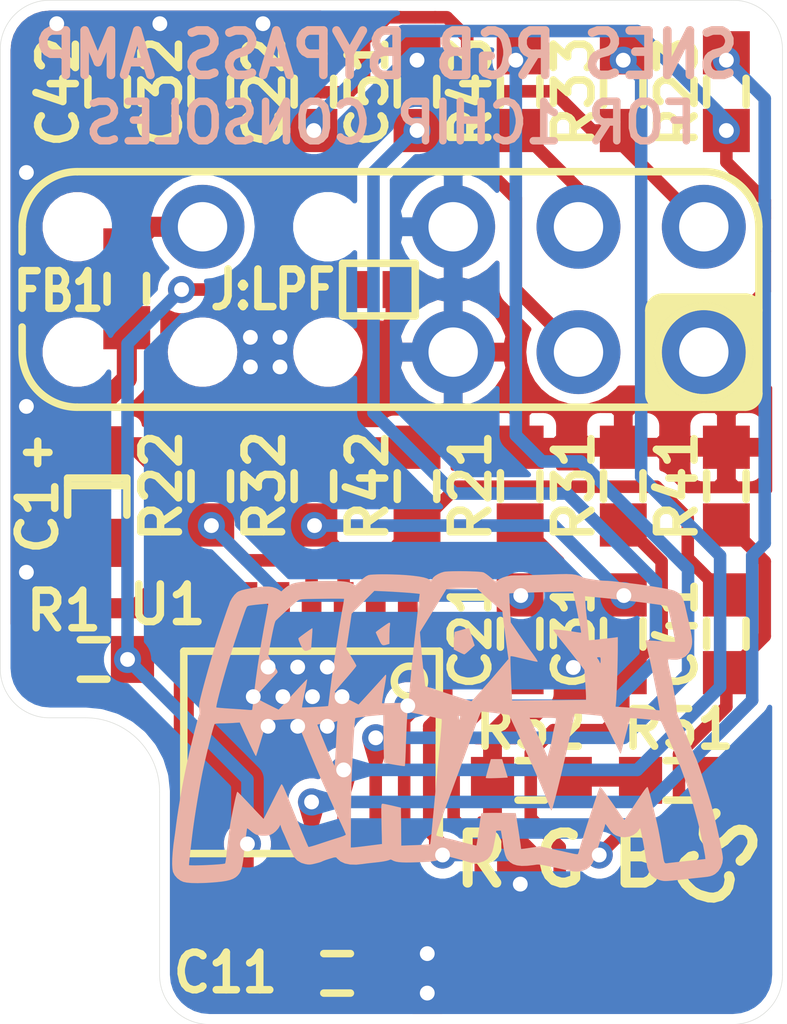
<source format=kicad_pcb>
(kicad_pcb (version 20171130) (host pcbnew "(5.1.2-1)-1")

  (general
    (thickness 0.8)
    (drawings 25)
    (tracks 253)
    (zones 0)
    (modules 30)
    (nets 22)
  )

  (page A4)
  (title_block
    (title "SNES RGB BYPASS AMP")
    (date 2020-12-16)
    (rev 3.2)
    (company TzorriMahm)
    (comment 3 https://twitter.com/TzorriMahm)
    (comment 4 https://github.com/TzorriMahm)
  )

  (layers
    (0 F.Cu signal)
    (31 B.Cu signal)
    (32 B.Adhes user hide)
    (33 F.Adhes user hide)
    (34 B.Paste user hide)
    (35 F.Paste user hide)
    (36 B.SilkS user)
    (37 F.SilkS user)
    (38 B.Mask user)
    (39 F.Mask user)
    (44 Edge.Cuts user)
    (45 Margin user hide)
    (46 B.CrtYd user hide)
    (47 F.CrtYd user hide)
    (48 B.Fab user hide)
    (49 F.Fab user hide)
  )

  (setup
    (last_trace_width 0.254)
    (user_trace_width 0.254)
    (user_trace_width 0.4)
    (user_trace_width 0.4064)
    (trace_clearance 0.1524)
    (zone_clearance 0.2032)
    (zone_45_only no)
    (trace_min 0.254)
    (via_size 0.55)
    (via_drill 0.3)
    (via_min_size 0.4)
    (via_min_drill 0.3)
    (user_via 0.4 0.3)
    (user_via 0.55 0.3)
    (uvia_size 0.508)
    (uvia_drill 0.127)
    (uvias_allowed no)
    (uvia_min_size 0.02032)
    (uvia_min_drill 0.0127)
    (edge_width 0.01)
    (segment_width 0.1524)
    (pcb_text_width 0.1524)
    (pcb_text_size 0.889 0.889)
    (mod_edge_width 0.1524)
    (mod_text_size 0.889 0.889)
    (mod_text_width 0.1524)
    (pad_size 1.05 2.1)
    (pad_drill 0)
    (pad_to_mask_clearance 0.0508)
    (solder_mask_min_width 0.127)
    (aux_axis_origin 0 0)
    (visible_elements 7FFFEF7F)
    (pcbplotparams
      (layerselection 0x010fc_ffffffff)
      (usegerberextensions true)
      (usegerberattributes true)
      (usegerberadvancedattributes false)
      (creategerberjobfile false)
      (excludeedgelayer true)
      (linewidth 0.150000)
      (plotframeref false)
      (viasonmask false)
      (mode 1)
      (useauxorigin false)
      (hpglpennumber 1)
      (hpglpenspeed 20)
      (hpglpendiameter 15.000000)
      (psnegative false)
      (psa4output false)
      (plotreference true)
      (plotvalue true)
      (plotinvisibletext false)
      (padsonsilk true)
      (subtractmaskfromsilk false)
      (outputformat 1)
      (mirror false)
      (drillshape 0)
      (scaleselection 1)
      (outputdirectory "Neuer Ordner/"))
  )

  (net 0 "")
  (net 1 GND)
  (net 2 +5VA)
  (net 3 /RED_IN)
  (net 4 "Net-(C21-Pad2)")
  (net 5 /RED_OUT)
  (net 6 "Net-(C31-Pad2)")
  (net 7 /GREEN_IN)
  (net 8 /GREEN_OUT)
  (net 9 /BLUE_IN)
  (net 10 "Net-(C41-Pad2)")
  (net 11 /BLUE_OUT)
  (net 12 /CSYNC_OUT)
  (net 13 +5V)
  (net 14 /CSYNC_IN)
  (net 15 "Net-(J:LPF1-Pad2)")
  (net 16 "Net-(R23-Pad2)")
  (net 17 "Net-(R33-Pad2)")
  (net 18 "Net-(R43-Pad2)")
  (net 19 "Net-(R51-Pad2)")
  (net 20 "Net-(U1-Pad8)")
  (net 21 "Net-(U1-Pad7)")

  (net_class Default "This is the default net class."
    (clearance 0.1524)
    (trace_width 0.254)
    (via_dia 0.55)
    (via_drill 0.3)
    (uvia_dia 0.508)
    (uvia_drill 0.127)
    (diff_pair_width 0.254)
    (diff_pair_gap 0.254)
    (add_net +5V)
    (add_net +5VA)
    (add_net /BLUE_IN)
    (add_net /BLUE_OUT)
    (add_net /CSYNC_IN)
    (add_net /CSYNC_OUT)
    (add_net /GREEN_IN)
    (add_net /GREEN_OUT)
    (add_net /RED_IN)
    (add_net /RED_OUT)
    (add_net GND)
    (add_net "Net-(C21-Pad2)")
    (add_net "Net-(C31-Pad2)")
    (add_net "Net-(C41-Pad2)")
    (add_net "Net-(J:LPF1-Pad2)")
    (add_net "Net-(R23-Pad2)")
    (add_net "Net-(R33-Pad2)")
    (add_net "Net-(R43-Pad2)")
    (add_net "Net-(R51-Pad2)")
    (add_net "Net-(U1-Pad7)")
    (add_net "Net-(U1-Pad8)")
  )

  (module snes_rgb_bypass_amp:SolderPad_customizable (layer F.Cu) (tedit 5FDA8360) (tstamp 5FB5DA1C)
    (at 155.115 114.005)
    (descr "Customizable Solder-Pad; change sizes as you like; made by TzorriMahm")
    (path /5FB5C3C2)
    (attr virtual)
    (fp_text reference INPUT_4 (at 0 -2.5 -180) (layer F.SilkS) hide
      (effects (font (size 1 1) (thickness 0.15)))
    )
    (fp_text value CSYNC (at -0.065 -1.235 -90) (layer F.Fab) hide
      (effects (font (size 1 1) (thickness 0.15)))
    )
    (pad 1 smd rect (at 0 0) (size 1.05 2.1) (layers F.Cu F.Mask)
      (net 14 /CSYNC_IN))
  )

  (module snes_rgb_bypass_amp:SolderPad_customizable (layer F.Cu) (tedit 5FDA8351) (tstamp 5FB5DA14)
    (at 153.515 114.005)
    (descr "Customizable Solder-Pad; change sizes as you like; made by TzorriMahm")
    (path /5FB5A600)
    (attr virtual)
    (fp_text reference INPUT_3 (at 0 -2.5 -180) (layer F.SilkS) hide
      (effects (font (size 1 1) (thickness 0.15)))
    )
    (fp_text value BLUE (at -0.07 -0.435 -90) (layer F.Fab) hide
      (effects (font (size 1 1) (thickness 0.15)))
    )
    (pad 1 smd rect (at 0 0) (size 1.05 2.1) (layers F.Cu F.Mask)
      (net 9 /BLUE_IN))
  )

  (module snes_rgb_bypass_amp:SolderPad_customizable (layer F.Cu) (tedit 5FDA8346) (tstamp 5FB5DA0C)
    (at 151.915 114.005)
    (descr "Customizable Solder-Pad; change sizes as you like; made by TzorriMahm")
    (path /5FB5BDA7)
    (attr virtual)
    (fp_text reference INPUT_2 (at 0 -2.5 -180) (layer F.SilkS) hide
      (effects (font (size 1 1) (thickness 0.15)))
    )
    (fp_text value GREEN (at -0.075 -0.895 -90) (layer F.Fab) hide
      (effects (font (size 1 1) (thickness 0.15)))
    )
    (pad 1 smd rect (at 0 0) (size 1.05 2.1) (layers F.Cu F.Mask)
      (net 7 /GREEN_IN))
  )

  (module snes_rgb_bypass_amp:SolderPad_customizable (layer F.Cu) (tedit 5FDA8339) (tstamp 5FB5D897)
    (at 150.315 114.005)
    (descr "Customizable Solder-Pad; change sizes as you like; made by TzorriMahm")
    (path /5FB5C169)
    (attr virtual)
    (fp_text reference INPUT_1 (at 0 -2.5 -180) (layer F.SilkS) hide
      (effects (font (size 1 1) (thickness 0.15)))
    )
    (fp_text value RED (at -0.065 -0.105 -90) (layer F.Fab) hide
      (effects (font (size 1 1) (thickness 0.15)))
    )
    (pad 1 smd rect (at 0 0) (size 1.05 2.1) (layers F.Cu F.Mask)
      (net 3 /RED_IN))
  )

  (module snes_rgb_bypass_amp:TSSOP-14 (layer F.Cu) (tedit 5FDA7D72) (tstamp 5FB5D4F8)
    (at 146.885 109.865 270)
    (descr "14 pin TSSOP; 0.65mm lead pitch; made by TzorriMahm")
    (path /5FB59265)
    (attr smd)
    (fp_text reference U1 (at -2.995 2.92 180) (layer F.SilkS)
      (effects (font (size 0.762 0.762) (thickness 0.1524)))
    )
    (fp_text value THS7374IPWR (at -0.365 -0.05 90) (layer F.Fab) hide
      (effects (font (size 1 1) (thickness 0.15)))
    )
    (fp_line (start -2.05 2.59) (end 2.05 2.59) (layer F.SilkS) (width 0.1524))
    (fp_line (start -2.05 -2.59) (end 2.05 -2.59) (layer F.SilkS) (width 0.1524))
    (fp_line (start -2.05 -2.59) (end -2.05 2.59) (layer F.SilkS) (width 0.1524))
    (fp_line (start 2.05 -2.59) (end 2.05 2.59) (layer F.SilkS) (width 0.1524))
    (fp_circle (center -1.44018 -1.982683) (end -1.134323 -1.982683) (layer F.SilkS) (width 0.1524))
    (fp_text user %R (at 0 0 90) (layer F.Fab) hide
      (effects (font (size 0.8 0.8) (thickness 0.15)))
    )
    (pad 14 smd rect (at 2.95 -1.95 270) (size 1 0.4) (layers F.Cu F.Paste F.Mask)
      (net 12 /CSYNC_OUT))
    (pad 13 smd rect (at 2.95 -1.3 270) (size 1 0.4) (layers F.Cu F.Paste F.Mask)
      (net 18 "Net-(R43-Pad2)"))
    (pad 12 smd rect (at 2.95 -0.65 270) (size 1 0.4) (layers F.Cu F.Paste F.Mask)
      (net 17 "Net-(R33-Pad2)"))
    (pad 11 smd rect (at 2.95 0 270) (size 1 0.4) (layers F.Cu F.Paste F.Mask)
      (net 16 "Net-(R23-Pad2)"))
    (pad 10 smd rect (at 2.95 0.65 270) (size 1 0.4) (layers F.Cu F.Paste F.Mask)
      (net 2 +5VA))
    (pad 9 smd rect (at 2.95 1.3 270) (size 1 0.4) (layers F.Cu F.Paste F.Mask)
      (net 15 "Net-(J:LPF1-Pad2)"))
    (pad 8 smd rect (at 2.95 1.95 270) (size 1 0.4) (layers F.Cu F.Paste F.Mask)
      (net 20 "Net-(U1-Pad8)"))
    (pad 7 smd rect (at -2.95 1.95 270) (size 1 0.4) (layers F.Cu F.Paste F.Mask)
      (net 21 "Net-(U1-Pad7)"))
    (pad 6 smd rect (at -2.95 1.3 270) (size 1 0.4) (layers F.Cu F.Paste F.Mask)
      (net 1 GND))
    (pad 5 smd rect (at -2.95 0.65 270) (size 1 0.4) (layers F.Cu F.Paste F.Mask)
      (net 1 GND))
    (pad 4 smd rect (at -2.95 0 270) (size 1 0.4) (layers F.Cu F.Paste F.Mask)
      (net 4 "Net-(C21-Pad2)"))
    (pad 3 smd rect (at -2.95 -0.65 270) (size 1 0.4) (layers F.Cu F.Paste F.Mask)
      (net 6 "Net-(C31-Pad2)"))
    (pad 2 smd rect (at -2.95 -1.3 270) (size 1 0.4) (layers F.Cu F.Paste F.Mask)
      (net 10 "Net-(C41-Pad2)"))
    (pad 1 smd rect (at -2.95 -1.95 270) (size 1 0.4) (layers F.Cu F.Paste F.Mask)
      (net 19 "Net-(R51-Pad2)"))
    (model ${KISYS3DMOD}/Package_SO.3dshapes/TSSOP-14_4.4x5mm_P0.65mm.wrl
      (at (xyz 0 0 0))
      (scale (xyz 1 1 1))
      (rotate (xyz 0 0 0))
    )
  )

  (module snes_rgb_bypass_amp:TM_logo-silk (layer B.Cu) (tedit 5FDA80B1) (tstamp 5FB5DFE5)
    (at 149.63 109.5969 180)
    (descr "Made by TzorriMahm")
    (fp_text reference *** (at 0 4) (layer B.SilkS) hide
      (effects (font (size 1 1) (thickness 0.15)) (justify mirror))
    )
    (fp_text value TM_logo-silk (at 0 -4) (layer B.SilkS) hide
      (effects (font (size 1 1) (thickness 0.15)) (justify mirror))
    )
    (fp_poly (pts (xy -0.427694 2.241404) (xy -0.391707 2.23363) (xy -0.340526 2.220604) (xy -0.298144 2.208904)
      (xy -0.15895 2.16933) (xy -0.150131 2.075971) (xy -0.145236 2.010719) (xy -0.141989 1.941787)
      (xy -0.141212 1.90165) (xy -0.141111 1.820688) (xy -0.239537 1.771122) (xy -0.28778 1.747607)
      (xy -0.32659 1.730128) (xy -0.348896 1.721835) (xy -0.350817 1.721556) (xy -0.366177 1.730593)
      (xy -0.396635 1.754821) (xy -0.436904 1.789908) (xy -0.459366 1.81045) (xy -0.555059 1.899345)
      (xy -0.501416 2.067978) (xy -0.480645 2.132484) (xy -0.462752 2.186579) (xy -0.449535 2.224926)
      (xy -0.442795 2.242192) (xy -0.442555 2.242544) (xy -0.427694 2.241404)) (layer B.SilkS) (width 0.01))
    (fp_poly (pts (xy 1.177174 2.351876) (xy 1.196495 2.340929) (xy 1.230985 2.318337) (xy 1.274972 2.288145)
      (xy 1.322783 2.254396) (xy 1.368747 2.221133) (xy 1.407191 2.192398) (xy 1.432442 2.172235)
      (xy 1.439333 2.165013) (xy 1.433835 2.150983) (xy 1.419023 2.117042) (xy 1.397417 2.068901)
      (xy 1.380879 2.032603) (xy 1.351953 1.971286) (xy 1.329158 1.932232) (xy 1.307263 1.911873)
      (xy 1.281039 1.906638) (xy 1.245254 1.912955) (xy 1.217083 1.920787) (xy 1.171222 1.934029)
      (xy 1.171222 2.079823) (xy 1.170292 2.149979) (xy 1.167796 2.217643) (xy 1.164176 2.272673)
      (xy 1.161924 2.293457) (xy 1.157442 2.333599) (xy 1.159568 2.3519) (xy 1.169847 2.354279)
      (xy 1.177174 2.351876)) (layer B.SilkS) (width 0.01))
    (fp_poly (pts (xy 2.743368 2.235192) (xy 2.772257 2.216208) (xy 2.812935 2.187949) (xy 2.860047 2.154293)
      (xy 2.908237 2.11912) (xy 2.95215 2.086309) (xy 2.986428 2.059739) (xy 3.005716 2.04329)
      (xy 3.007646 2.041106) (xy 3.006159 2.023375) (xy 2.994532 1.986798) (xy 2.974988 1.937903)
      (xy 2.964253 1.913728) (xy 2.933282 1.851345) (xy 2.906167 1.812876) (xy 2.878183 1.795345)
      (xy 2.844602 1.79578) (xy 2.801055 1.811053) (xy 2.758722 1.829356) (xy 2.743679 2.032983)
      (xy 2.738539 2.105492) (xy 2.734574 2.167234) (xy 2.732078 2.213116) (xy 2.731347 2.238042)
      (xy 2.731626 2.241021) (xy 2.743368 2.235192)) (layer B.SilkS) (width 0.01))
    (fp_poly (pts (xy -0.841388 -0.592012) (xy -0.822577 -0.659757) (xy -0.806879 -0.717327) (xy -0.795699 -0.759486)
      (xy -0.790445 -0.780996) (xy -0.790222 -0.782512) (xy -0.80377 -0.785836) (xy -0.84227 -0.787418)
      (xy -0.902507 -0.787287) (xy -0.981266 -0.785469) (xy -1.075334 -0.781989) (xy -1.124418 -0.779764)
      (xy -1.225781 -0.774913) (xy -1.213396 -0.736706) (xy -1.20418 -0.707377) (xy -1.189181 -0.658676)
      (xy -1.170746 -0.598258) (xy -1.157288 -0.553861) (xy -1.113566 -0.409222) (xy -0.892554 -0.409222)
      (xy -0.841388 -0.592012)) (layer B.SilkS) (width 0.01))
    (fp_poly (pts (xy -0.191646 3.398224) (xy -0.103192 3.396828) (xy -0.02726 3.39407) (xy 0.031057 3.389883)
      (xy 0.060696 3.385657) (xy 0.12015 3.367503) (xy 0.180867 3.339801) (xy 0.23447 3.307246)
      (xy 0.272581 3.274529) (xy 0.282083 3.261644) (xy 0.304224 3.225131) (xy 0.320279 3.210097)
      (xy 0.337986 3.213414) (xy 0.36169 3.229478) (xy 0.406542 3.25229) (xy 0.47562 3.272514)
      (xy 0.569993 3.290365) (xy 0.690726 3.306058) (xy 0.790222 3.315762) (xy 0.887213 3.3229)
      (xy 0.992934 3.328402) (xy 1.102773 3.33225) (xy 1.212115 3.334421) (xy 1.316347 3.334895)
      (xy 1.410856 3.333651) (xy 1.491027 3.330666) (xy 1.552248 3.325921) (xy 1.589837 3.319416)
      (xy 1.640632 3.29445) (xy 1.704725 3.246853) (xy 1.752964 3.204107) (xy 1.857308 3.106661)
      (xy 1.900845 3.134226) (xy 1.937737 3.154037) (xy 1.981242 3.169829) (xy 2.03449 3.181914)
      (xy 2.100611 3.190606) (xy 2.182735 3.196219) (xy 2.283993 3.199066) (xy 2.407515 3.199461)
      (xy 2.537744 3.19802) (xy 2.688741 3.194937) (xy 2.8149 3.190336) (xy 2.919593 3.183458)
      (xy 3.006195 3.173545) (xy 3.078078 3.159838) (xy 3.138617 3.14158) (xy 3.191184 3.118012)
      (xy 3.239153 3.088378) (xy 3.285897 3.051917) (xy 3.319167 3.022414) (xy 3.3575 2.98718)
      (xy 3.410889 3.022265) (xy 3.469583 3.054055) (xy 3.535431 3.075597) (xy 3.61168 3.086949)
      (xy 3.701579 3.088167) (xy 3.808378 3.079308) (xy 3.935325 3.060429) (xy 4.074616 3.033867)
      (xy 4.161113 3.012528) (xy 4.223155 2.988684) (xy 4.254087 2.969747) (xy 4.305512 2.9197)
      (xy 4.354085 2.853981) (xy 4.391518 2.784611) (xy 4.40306 2.753666) (xy 4.417011 2.711518)
      (xy 4.43025 2.676846) (xy 4.431478 2.674056) (xy 4.439747 2.652377) (xy 4.455326 2.608564)
      (xy 4.476639 2.547269) (xy 4.502111 2.473145) (xy 4.530165 2.390844) (xy 4.559225 2.305018)
      (xy 4.587715 2.220321) (xy 4.614059 2.141403) (xy 4.63668 2.072918) (xy 4.654004 2.019518)
      (xy 4.663325 1.989667) (xy 4.676668 1.945937) (xy 4.695132 1.886439) (xy 4.715261 1.822291)
      (xy 4.720342 1.806222) (xy 4.748016 1.716243) (xy 4.780719 1.605685) (xy 4.816698 1.480847)
      (xy 4.854201 1.348027) (xy 4.891474 1.213523) (xy 4.926766 1.083633) (xy 4.958324 0.964655)
      (xy 4.984396 0.862887) (xy 4.995847 0.816175) (xy 5.01145 0.746208) (xy 5.019552 0.694016)
      (xy 5.020965 0.650403) (xy 5.016499 0.606174) (xy 5.015136 0.597453) (xy 5.008687 0.544811)
      (xy 5.010862 0.507392) (xy 5.022676 0.473239) (xy 5.026325 0.465667) (xy 5.036532 0.437871)
      (xy 5.052037 0.386065) (xy 5.071961 0.313776) (xy 5.095429 0.224534) (xy 5.121564 0.121867)
      (xy 5.149489 0.009302) (xy 5.178327 -0.109631) (xy 5.207202 -0.231405) (xy 5.235237 -0.352491)
      (xy 5.261556 -0.469361) (xy 5.282284 -0.564444) (xy 5.322504 -0.759775) (xy 5.361844 -0.964895)
      (xy 5.399067 -1.172615) (xy 5.432935 -1.375743) (xy 5.462212 -1.567088) (xy 5.485659 -1.73946)
      (xy 5.488676 -1.763889) (xy 5.497605 -1.834885) (xy 5.507137 -1.906809) (xy 5.515612 -1.96724)
      (xy 5.517905 -1.982611) (xy 5.539172 -2.137186) (xy 5.554328 -2.280782) (xy 5.563235 -2.410217)
      (xy 5.565754 -2.522314) (xy 5.561746 -2.613891) (xy 5.551073 -2.68177) (xy 5.548753 -2.690167)
      (xy 5.516685 -2.754748) (xy 5.464029 -2.814707) (xy 5.398302 -2.862837) (xy 5.342999 -2.887466)
      (xy 5.27306 -2.902336) (xy 5.177002 -2.91103) (xy 5.056253 -2.913502) (xy 4.912243 -2.909705)
      (xy 4.818944 -2.904632) (xy 4.679633 -2.894294) (xy 4.565188 -2.882084) (xy 4.472271 -2.867181)
      (xy 4.397547 -2.848761) (xy 4.337678 -2.826001) (xy 4.289327 -2.798078) (xy 4.249157 -2.76417)
      (xy 4.249104 -2.764118) (xy 4.216004 -2.726064) (xy 4.189942 -2.68297) (xy 4.169383 -2.630039)
      (xy 4.15279 -2.562474) (xy 4.138627 -2.47548) (xy 4.127582 -2.384778) (xy 4.110548 -2.232305)
      (xy 4.09541 -2.10084) (xy 4.082325 -1.99165) (xy 4.071453 -1.905998) (xy 4.062951 -1.845152)
      (xy 4.056978 -1.810376) (xy 4.054698 -1.802588) (xy 4.041606 -1.805347) (xy 4.014198 -1.823482)
      (xy 3.981842 -1.850114) (xy 3.937362 -1.885912) (xy 3.892278 -1.916418) (xy 3.866444 -1.930292)
      (xy 3.814252 -1.944426) (xy 3.74623 -1.951361) (xy 3.673892 -1.950888) (xy 3.608752 -1.942795)
      (xy 3.581564 -1.935512) (xy 3.528647 -1.90729) (xy 3.473539 -1.862168) (xy 3.425735 -1.808933)
      (xy 3.399369 -1.7669) (xy 3.37717 -1.721063) (xy 3.359374 -1.781282) (xy 3.341313 -1.832836)
      (xy 3.319555 -1.882883) (xy 3.31548 -1.890889) (xy 3.300842 -1.921536) (xy 3.278335 -1.972223)
      (xy 3.250622 -2.036804) (xy 3.220363 -2.109133) (xy 3.208562 -2.137833) (xy 3.177426 -2.211873)
      (xy 3.146915 -2.280765) (xy 3.11991 -2.338254) (xy 3.099291 -2.37808) (xy 3.093809 -2.387161)
      (xy 3.033088 -2.45447) (xy 2.952189 -2.502491) (xy 2.870969 -2.527147) (xy 2.820975 -2.535509)
      (xy 2.778625 -2.536756) (xy 2.731734 -2.530353) (xy 2.680469 -2.518806) (xy 2.626952 -2.505124)
      (xy 2.582596 -2.492636) (xy 2.555958 -2.483771) (xy 2.554111 -2.482948) (xy 2.507615 -2.462256)
      (xy 2.454303 -2.442467) (xy 2.385322 -2.420387) (xy 2.357505 -2.412023) (xy 2.252622 -2.380833)
      (xy 2.22345 -2.415648) (xy 2.156309 -2.474043) (xy 2.068713 -2.514334) (xy 1.962112 -2.536212)
      (xy 1.837952 -2.539371) (xy 1.707444 -2.525149) (xy 1.659043 -2.518185) (xy 1.593162 -2.510045)
      (xy 1.520437 -2.502002) (xy 1.481667 -2.49811) (xy 1.379259 -2.486753) (xy 1.292162 -2.474061)
      (xy 1.223895 -2.460688) (xy 1.177978 -2.447286) (xy 1.161583 -2.438707) (xy 1.135345 -2.434998)
      (xy 1.112194 -2.445745) (xy 1.077385 -2.463751) (xy 1.035347 -2.477316) (xy 0.982456 -2.48678)
      (xy 0.915089 -2.492481) (xy 0.82962 -2.49476) (xy 0.722426 -2.493955) (xy 0.623852 -2.491479)
      (xy 0.490817 -2.486532) (xy 0.382689 -2.480089) (xy 0.296165 -2.47144) (xy 0.227939 -2.459875)
      (xy 0.174708 -2.444681) (xy 0.133169 -2.425148) (xy 0.100016 -2.400564) (xy 0.07437 -2.373229)
      (xy 0.06368 -2.364392) (xy 0.046773 -2.3612) (xy 0.018297 -2.364169) (xy -0.027098 -2.373817)
      (xy -0.087908 -2.388909) (xy -0.158428 -2.407214) (xy -0.228225 -2.425873) (xy -0.286835 -2.442065)
      (xy -0.310445 -2.448878) (xy -0.399497 -2.474789) (xy -0.467177 -2.492848) (xy -0.518972 -2.503873)
      (xy -0.560369 -2.508679) (xy -0.596854 -2.508083) (xy -0.633915 -2.502901) (xy -0.651034 -2.49954)
      (xy -0.744919 -2.470778) (xy -0.818462 -2.426091) (xy -0.874004 -2.362914) (xy -0.913882 -2.278682)
      (xy -0.937884 -2.185066) (xy -0.950228 -2.119962) (xy -0.962612 -2.055891) (xy -0.972641 -2.005221)
      (xy -0.973869 -1.999173) (xy -0.982335 -1.949144) (xy -0.987265 -1.90341) (xy -0.987778 -1.889812)
      (xy -0.990262 -1.862962) (xy -1.003193 -1.851304) (xy -1.034791 -1.84858) (xy -1.041962 -1.848556)
      (xy -1.096147 -1.848556) (xy -1.11279 -1.943806) (xy -1.123591 -2.009833) (xy -1.134943 -2.08576)
      (xy -1.143034 -2.144889) (xy -1.161565 -2.258295) (xy -1.184846 -2.348775) (xy -1.212285 -2.414264)
      (xy -1.226486 -2.435871) (xy -1.279039 -2.489684) (xy -1.342002 -2.528653) (xy -1.418258 -2.553315)
      (xy -1.510689 -2.564207) (xy -1.622178 -2.561866) (xy -1.755607 -2.54683) (xy -1.792111 -2.541249)
      (xy -1.814863 -2.538074) (xy -1.837693 -2.536461) (xy -1.863597 -2.536922) (xy -1.895572 -2.539974)
      (xy -1.936612 -2.546131) (xy -1.989713 -2.555908) (xy -2.057871 -2.569819) (xy -2.14408 -2.58838)
      (xy -2.251338 -2.612106) (xy -2.382639 -2.641511) (xy -2.405945 -2.646747) (xy -2.497951 -2.665907)
      (xy -2.570368 -2.676749) (xy -2.630477 -2.679579) (xy -2.685561 -2.674705) (xy -2.742901 -2.662434)
      (xy -2.747655 -2.661182) (xy -2.822086 -2.633116) (xy -2.883011 -2.590378) (xy -2.933292 -2.529555)
      (xy -2.97579 -2.447234) (xy -3.01137 -2.346631) (xy -3.032389 -2.277862) (xy -3.057995 -2.194867)
      (xy -3.086095 -2.104347) (xy -3.114596 -2.013005) (xy -3.141408 -1.927542) (xy -3.164438 -1.85466)
      (xy -3.181595 -1.80106) (xy -3.183517 -1.795146) (xy -3.195652 -1.753108) (xy -3.202592 -1.719767)
      (xy -3.203222 -1.712196) (xy -3.210201 -1.712911) (xy -3.228912 -1.733536) (xy -3.256022 -1.77012)
      (xy -3.272125 -1.793828) (xy -3.324593 -1.865581) (xy -3.375061 -1.915738) (xy -3.430444 -1.949481)
      (xy -3.497658 -1.971991) (xy -3.515387 -1.976096) (xy -3.606829 -1.983854) (xy -3.696702 -1.969496)
      (xy -3.778715 -1.935377) (xy -3.846579 -1.88385) (xy -3.882227 -1.838796) (xy -3.901948 -1.809885)
      (xy -3.915208 -1.79593) (xy -3.917204 -1.795833) (xy -3.923446 -1.813045) (xy -3.93337 -1.8533)
      (xy -3.946042 -1.911799) (xy -3.960529 -1.983744) (xy -3.9759 -2.064335) (xy -3.99122 -2.148773)
      (xy -4.005556 -2.232259) (xy -4.017977 -2.309994) (xy -4.020727 -2.328333) (xy -4.032849 -2.407971)
      (xy -4.045063 -2.483911) (xy -4.056134 -2.548744) (xy -4.064827 -2.59506) (xy -4.066621 -2.6035)
      (xy -4.097941 -2.692479) (xy -4.148968 -2.762783) (xy -4.221228 -2.815885) (xy -4.316246 -2.85326)
      (xy -4.328407 -2.85654) (xy -4.356792 -2.863364) (xy -4.383942 -2.86798) (xy -4.41407 -2.870238)
      (xy -4.451392 -2.869991) (xy -4.500121 -2.867091) (xy -4.564472 -2.86139) (xy -4.648659 -2.852739)
      (xy -4.750342 -2.841709) (xy -4.851984 -2.830614) (xy -4.950788 -2.819918) (xy -5.04114 -2.810221)
      (xy -5.117424 -2.802124) (xy -5.174026 -2.79623) (xy -5.192889 -2.794326) (xy -5.271741 -2.785129)
      (xy -5.330144 -2.774235) (xy -5.375866 -2.759488) (xy -5.416678 -2.738731) (xy -5.435177 -2.727076)
      (xy -5.495906 -2.67158) (xy -5.544036 -2.596735) (xy -5.575938 -2.50995) (xy -5.585967 -2.433915)
      (xy -5.242278 -2.433915) (xy -4.8895 -2.471267) (xy -4.790914 -2.481763) (xy -4.7001 -2.491543)
      (xy -4.621322 -2.500137) (xy -4.558844 -2.507079) (xy -4.516928 -2.5119) (xy -4.501445 -2.513858)
      (xy -4.464958 -2.519386) (xy -4.437975 -2.521136) (xy -4.418355 -2.515558) (xy -4.403955 -2.4991)
      (xy -4.392633 -2.468211) (xy -4.382246 -2.41934) (xy -4.370651 -2.348935) (xy -4.35973 -2.278944)
      (xy -4.342975 -2.176836) (xy -4.323054 -2.062686) (xy -4.302148 -1.948608) (xy -4.282442 -1.846715)
      (xy -4.27709 -1.820333) (xy -4.261636 -1.748308) (xy -4.242288 -1.662924) (xy -4.220083 -1.568308)
      (xy -4.196059 -1.46859) (xy -4.171254 -1.367899) (xy -4.146707 -1.270363) (xy -4.123454 -1.180112)
      (xy -4.102534 -1.101275) (xy -4.084986 -1.037979) (xy -4.071846 -0.994355) (xy -4.064678 -0.975379)
      (xy -4.056002 -0.976622) (xy -4.037367 -0.995485) (xy -4.007853 -1.033217) (xy -3.966541 -1.091067)
      (xy -3.912514 -1.170284) (xy -3.844853 -1.272116) (xy -3.831539 -1.292359) (xy -3.774158 -1.379553)
      (xy -3.72157 -1.459151) (xy -3.675829 -1.528067) (xy -3.638991 -1.583215) (xy -3.613112 -1.621509)
      (xy -3.600248 -1.639862) (xy -3.599446 -1.640839) (xy -3.587887 -1.634536) (xy -3.564904 -1.608824)
      (xy -3.534171 -1.568138) (xy -3.509245 -1.531969) (xy -3.470269 -1.474465) (xy -3.419121 -1.400541)
      (xy -3.360294 -1.316554) (xy -3.298278 -1.228861) (xy -3.237565 -1.143822) (xy -3.182647 -1.067793)
      (xy -3.147236 -1.019528) (xy -3.123459 -0.990639) (xy -3.105771 -0.974736) (xy -3.10272 -0.973667)
      (xy -3.095925 -0.986611) (xy -3.081701 -1.023362) (xy -3.061068 -1.080799) (xy -3.035045 -1.155801)
      (xy -3.004651 -1.245245) (xy -2.970903 -1.346012) (xy -2.934822 -1.454979) (xy -2.897426 -1.569025)
      (xy -2.859733 -1.685029) (xy -2.822764 -1.799869) (xy -2.787535 -1.910425) (xy -2.755067 -2.013574)
      (xy -2.726377 -2.106196) (xy -2.702486 -2.185169) (xy -2.684411 -2.247371) (xy -2.673176 -2.289661)
      (xy -2.66226 -2.320772) (xy -2.651209 -2.336427) (xy -2.631997 -2.337357) (xy -2.593675 -2.332318)
      (xy -2.544462 -2.3224) (xy -2.543411 -2.322156) (xy -2.499678 -2.3122) (xy -2.434468 -2.297615)
      (xy -2.353886 -2.279754) (xy -2.264038 -2.259971) (xy -2.171026 -2.239617) (xy -2.164548 -2.238205)
      (xy -1.880818 -2.176351) (xy -1.755326 -2.195937) (xy -1.689282 -2.206079) (xy -1.625124 -2.215652)
      (xy -1.574261 -2.22296) (xy -1.564048 -2.224358) (xy -1.498263 -2.233192) (xy -1.488205 -2.150235)
      (xy -1.482851 -2.110211) (xy -1.473943 -2.048253) (xy -1.462364 -1.970296) (xy -1.448996 -1.882277)
      (xy -1.434721 -1.790134) (xy -1.433926 -1.785056) (xy -1.389705 -1.502833) (xy -1.052125 -1.499044)
      (xy -0.957066 -1.498462) (xy -0.871367 -1.498861) (xy -0.799075 -1.500147) (xy -0.744235 -1.502226)
      (xy -0.710891 -1.505004) (xy -0.702622 -1.507179) (xy -0.696411 -1.525152) (xy -0.688337 -1.565245)
      (xy -0.679449 -1.621505) (xy -0.670869 -1.687357) (xy -0.661405 -1.763593) (xy -0.650478 -1.8451)
      (xy -0.638864 -1.926789) (xy -0.627338 -2.003568) (xy -0.616676 -2.070348) (xy -0.607655 -2.122039)
      (xy -0.601049 -2.15355) (xy -0.598778 -2.160354) (xy -0.584257 -2.159419) (xy -0.546712 -2.151916)
      (xy -0.490314 -2.138821) (xy -0.419235 -2.121112) (xy -0.337646 -2.099764) (xy -0.321539 -2.095441)
      (xy -0.227249 -2.070514) (xy -0.132094 -2.0462) (xy -0.043251 -2.024274) (xy 0.032102 -2.006511)
      (xy 0.082877 -1.995463) (xy 0.140603 -1.98228) (xy 0.187035 -1.968763) (xy 0.215737 -1.956936)
      (xy 0.221679 -1.951773) (xy 0.219446 -1.93144) (xy 0.207366 -1.886304) (xy 0.185938 -1.817817)
      (xy 0.155662 -1.727432) (xy 0.117038 -1.616604) (xy 0.070564 -1.486784) (xy 0.01674 -1.339428)
      (xy -0.043935 -1.175987) (xy -0.056284 -1.143) (xy -0.095597 -1.037655) (xy -0.141818 -0.913021)
      (xy -0.192276 -0.776354) (xy -0.244297 -0.634911) (xy -0.295208 -0.495948) (xy -0.342334 -0.36672)
      (xy -0.347403 -0.352778) (xy -0.412226 -0.174342) (xy -0.468088 -0.020587) (xy -0.515714 0.110316)
      (xy -0.555828 0.220193) (xy -0.589157 0.310873) (xy -0.616426 0.384183) (xy -0.638359 0.441951)
      (xy -0.639443 0.444708) (xy -0.271903 0.444708) (xy -0.263707 0.413945) (xy -0.247311 0.360523)
      (xy -0.246597 0.36484) (xy 0.101809 0.36484) (xy 0.102969 0.33192) (xy 0.105704 0.287158)
      (xy 0.110127 0.228748) (xy 0.116347 0.154879) (xy 0.124475 0.063744) (xy 0.134622 -0.046466)
      (xy 0.146896 -0.17756) (xy 0.16141 -0.331346) (xy 0.178274 -0.509633) (xy 0.197444 -0.712611)
      (xy 0.212955 -0.877269) (xy 0.228319 -1.040689) (xy 0.243221 -1.199487) (xy 0.257343 -1.350279)
      (xy 0.270369 -1.48968) (xy 0.281984 -1.614306) (xy 0.29187 -1.720772) (xy 0.299712 -1.805694)
      (xy 0.30492 -1.862667) (xy 0.312833 -1.945636) (xy 0.320561 -2.01873) (xy 0.327559 -2.077372)
      (xy 0.333281 -2.116985) (xy 0.337143 -2.132952) (xy 0.353214 -2.136185) (xy 0.393186 -2.139924)
      (xy 0.452749 -2.143893) (xy 0.527593 -2.147814) (xy 0.613407 -2.151411) (xy 0.638298 -2.152305)
      (xy 0.930873 -2.162428) (xy 0.934631 -1.7774) (xy 0.938389 -1.392373) (xy 1.107722 -1.352914)
      (xy 1.17545 -1.337581) (xy 1.234989 -1.324931) (xy 1.279943 -1.316268) (xy 1.303914 -1.312896)
      (xy 1.304017 -1.312894) (xy 1.311782 -1.313697) (xy 1.317798 -1.318481) (xy 1.322197 -1.330263)
      (xy 1.325114 -1.352063) (xy 1.326681 -1.386901) (xy 1.327033 -1.437794) (xy 1.326303 -1.507762)
      (xy 1.324625 -1.599823) (xy 1.322132 -1.716997) (xy 1.322053 -1.72059) (xy 1.313129 -2.128846)
      (xy 1.386814 -2.138031) (xy 1.428595 -2.143285) (xy 1.490572 -2.151137) (xy 1.564948 -2.160598)
      (xy 1.643925 -2.170676) (xy 1.658055 -2.172483) (xy 1.73415 -2.181897) (xy 1.804281 -2.189995)
      (xy 1.861663 -2.196033) (xy 1.899509 -2.199266) (xy 1.905 -2.199545) (xy 1.954389 -2.201339)
      (xy 1.953237 -1.935409) (xy 2.046111 -1.935409) (xy 2.059754 -1.949134) (xy 2.099906 -1.967897)
      (xy 2.165404 -1.991196) (xy 2.204861 -2.003647) (xy 2.277377 -2.026286) (xy 2.366673 -2.054851)
      (xy 2.462826 -2.086132) (xy 2.555914 -2.116919) (xy 2.582333 -2.125771) (xy 2.656123 -2.149858)
      (xy 2.720385 -2.169453) (xy 2.770478 -2.183249) (xy 2.801758 -2.189943) (xy 2.809934 -2.189749)
      (xy 2.819528 -2.172147) (xy 2.838478 -2.130893) (xy 2.865709 -2.068561) (xy 2.900146 -1.987723)
      (xy 2.940715 -1.890954) (xy 2.986341 -1.780824) (xy 3.03595 -1.659908) (xy 3.088468 -1.530777)
      (xy 3.142819 -1.396006) (xy 3.175093 -1.315433) (xy 3.224488 -1.192796) (xy 3.264811 -1.095014)
      (xy 3.296795 -1.020476) (xy 3.321173 -0.967571) (xy 3.338676 -0.934691) (xy 3.350037 -0.920223)
      (xy 3.35484 -0.920321) (xy 3.364843 -0.93734) (xy 3.385598 -0.976153) (xy 3.415306 -1.033275)
      (xy 3.452171 -1.10522) (xy 3.494394 -1.188504) (xy 3.540179 -1.279642) (xy 3.54065 -1.280583)
      (xy 3.585878 -1.370625) (xy 3.627029 -1.451797) (xy 3.662424 -1.520848) (xy 3.690383 -1.574525)
      (xy 3.709228 -1.609577) (xy 3.717278 -1.622751) (xy 3.717361 -1.622778) (xy 3.728084 -1.612897)
      (xy 3.75548 -1.585041) (xy 3.796989 -1.541888) (xy 3.850048 -1.486116) (xy 3.912099 -1.420404)
      (xy 3.980411 -1.347611) (xy 4.049093 -1.274591) (xy 4.111609 -1.208853) (xy 4.165348 -1.153085)
      (xy 4.207701 -1.10997) (xy 4.236059 -1.082195) (xy 4.247792 -1.072444) (xy 4.25398 -1.085486)
      (xy 4.264467 -1.121425) (xy 4.278022 -1.175485) (xy 4.293411 -1.242891) (xy 4.301509 -1.280583)
      (xy 4.326505 -1.400135) (xy 4.347523 -1.503255) (xy 4.365317 -1.594837) (xy 4.380639 -1.679774)
      (xy 4.394243 -1.76296) (xy 4.406884 -1.849287) (xy 4.419314 -1.943649) (xy 4.432287 -2.05094)
      (xy 4.446557 -2.176052) (xy 4.462877 -2.323879) (xy 4.46457 -2.339358) (xy 4.472611 -2.406586)
      (xy 4.480706 -2.463377) (xy 4.487941 -2.503952) (xy 4.493401 -2.522534) (xy 4.49363 -2.522803)
      (xy 4.512233 -2.528682) (xy 4.553575 -2.534679) (xy 4.613181 -2.540594) (xy 4.686578 -2.546231)
      (xy 4.769291 -2.55139) (xy 4.856847 -2.555875) (xy 4.944771 -2.559486) (xy 5.028588 -2.562026)
      (xy 5.103826 -2.563298) (xy 5.166008 -2.563102) (xy 5.210662 -2.561242) (xy 5.233314 -2.557519)
      (xy 5.235222 -2.555618) (xy 5.233589 -2.530816) (xy 5.229024 -2.482458) (xy 5.222026 -2.414999)
      (xy 5.213097 -2.332896) (xy 5.202737 -2.240606) (xy 5.191447 -2.142584) (xy 5.179726 -2.043286)
      (xy 5.168076 -1.94717) (xy 5.156997 -1.85869) (xy 5.156604 -1.855611) (xy 5.138907 -1.724937)
      (xy 5.117235 -1.577149) (xy 5.092614 -1.418407) (xy 5.066072 -1.254872) (xy 5.038636 -1.092701)
      (xy 5.011335 -0.938056) (xy 4.985196 -0.797096) (xy 4.961247 -0.675981) (xy 4.954135 -0.642056)
      (xy 4.929782 -0.530506) (xy 4.903351 -0.41402) (xy 4.875682 -0.295899) (xy 4.847615 -0.17944)
      (xy 4.81999 -0.067944) (xy 4.793646 0.035289) (xy 4.769423 0.126961) (xy 4.748163 0.203772)
      (xy 4.730703 0.262421) (xy 4.717885 0.29961) (xy 4.711313 0.311855) (xy 4.688968 0.317485)
      (xy 4.646294 0.321811) (xy 4.591175 0.324131) (xy 4.57064 0.32434) (xy 4.494529 0.325582)
      (xy 4.408079 0.328649) (xy 4.329063 0.332899) (xy 4.323695 0.333264) (xy 4.198055 0.341971)
      (xy 4.124672 0.181569) (xy 4.068114 0.058734) (xy 4.016742 -0.051272) (xy 3.971576 -0.146356)
      (xy 3.933638 -0.224423) (xy 3.903947 -0.283379) (xy 3.883523 -0.321131) (xy 3.873387 -0.335583)
      (xy 3.872727 -0.335542) (xy 3.867168 -0.320886) (xy 3.854722 -0.282823) (xy 3.836526 -0.225004)
      (xy 3.813717 -0.151079) (xy 3.787432 -0.064698) (xy 3.76202 0.019758) (xy 3.73366 0.114064)
      (xy 3.707847 0.199086) (xy 3.685704 0.271195) (xy 3.668353 0.326757) (xy 3.656916 0.362143)
      (xy 3.652616 0.37373) (xy 3.636583 0.377188) (xy 3.597632 0.381639) (xy 3.540879 0.386752)
      (xy 3.47144 0.392196) (xy 3.394432 0.397643) (xy 3.314972 0.402761) (xy 3.238175 0.407222)
      (xy 3.169159 0.410695) (xy 3.11304 0.41285) (xy 3.074935 0.413357) (xy 3.060007 0.411946)
      (xy 3.052531 0.396788) (xy 3.035991 0.358865) (xy 3.011819 0.30161) (xy 2.98145 0.228455)
      (xy 2.946317 0.142832) (xy 2.907855 0.048173) (xy 2.902643 0.035278) (xy 2.774759 -0.276422)
      (xy 2.641071 -0.593138) (xy 2.506132 -0.904238) (xy 2.374491 -1.199085) (xy 2.372106 -1.204341)
      (xy 2.336945 -1.282108) (xy 2.306165 -1.350786) (xy 2.281543 -1.406361) (xy 2.264855 -1.444819)
      (xy 2.257879 -1.462147) (xy 2.257778 -1.462642) (xy 2.252027 -1.476871) (xy 2.236076 -1.512343)
      (xy 2.211871 -1.564826) (xy 2.181362 -1.630089) (xy 2.151944 -1.692419) (xy 2.117435 -1.766316)
      (xy 2.087636 -1.83219) (xy 2.064528 -1.885492) (xy 2.05009 -1.921677) (xy 2.046111 -1.935409)
      (xy 1.953237 -1.935409) (xy 1.951896 -1.626308) (xy 1.950899 -1.483684) (xy 1.949176 -1.33459)
      (xy 1.946841 -1.184902) (xy 1.944008 -1.040497) (xy 1.940791 -0.907251) (xy 1.937305 -0.79104)
      (xy 1.934016 -0.705556) (xy 1.926459 -0.541483) (xy 1.918638 -0.382345) (xy 1.910708 -0.230571)
      (xy 1.902821 -0.088592) (xy 1.895129 0.041161) (xy 1.887785 0.156256) (xy 1.88094 0.254264)
      (xy 1.874749 0.332754) (xy 1.871939 0.362256) (xy 2.217318 0.362256) (xy 2.220525 0.325535)
      (xy 2.220739 0.323821) (xy 2.223638 0.291767) (xy 2.227439 0.236454) (xy 2.231855 0.162816)
      (xy 2.236596 0.075792) (xy 2.241376 -0.019682) (xy 2.243759 -0.070556) (xy 2.248473 -0.169589)
      (xy 2.253304 -0.26377) (xy 2.257958 -0.347894) (xy 2.26214 -0.416759) (xy 2.265558 -0.465162)
      (xy 2.266856 -0.479754) (xy 2.274795 -0.557342) (xy 2.308003 -0.493865) (xy 2.330112 -0.448705)
      (xy 2.357055 -0.389568) (xy 2.383261 -0.328712) (xy 2.384985 -0.324556) (xy 2.413015 -0.256863)
      (xy 2.445133 -0.179413) (xy 2.474581 -0.108501) (xy 2.475691 -0.105833) (xy 2.515441 -0.0087)
      (xy 2.563874 0.112284) (xy 2.619935 0.254479) (xy 2.63425 0.291066) (xy 2.624612 0.300728)
      (xy 2.587379 0.308958) (xy 2.522264 0.315818) (xy 2.516148 0.316287) (xy 2.423095 0.325391)
      (xy 2.342838 0.337422) (xy 2.28003 0.351475) (xy 2.239322 0.366648) (xy 2.2318 0.37153)
      (xy 2.220721 0.376054) (xy 2.217318 0.362256) (xy 1.871939 0.362256) (xy 1.869362 0.389294)
      (xy 1.864934 0.421453) (xy 1.862897 0.427943) (xy 1.844796 0.434102) (xy 1.802775 0.442039)
      (xy 1.741039 0.451209) (xy 1.663792 0.461068) (xy 1.575241 0.471072) (xy 1.47959 0.480675)
      (xy 1.402275 0.487578) (xy 1.287605 0.497228) (xy 1.281776 0.016403) (xy 1.280164 -0.097341)
      (xy 1.278235 -0.201967) (xy 1.276084 -0.294165) (xy 1.273806 -0.370623) (xy 1.271498 -0.42803)
      (xy 1.269255 -0.463075) (xy 1.267633 -0.472737) (xy 1.25124 -0.478136) (xy 1.213237 -0.48656)
      (xy 1.159782 -0.496963) (xy 1.097032 -0.508295) (xy 1.031142 -0.519511) (xy 0.96827 -0.529561)
      (xy 0.914572 -0.537399) (xy 0.876205 -0.541976) (xy 0.859326 -0.542245) (xy 0.859285 -0.542222)
      (xy 0.856444 -0.527263) (xy 0.85311 -0.488087) (xy 0.849508 -0.42869) (xy 0.845863 -0.353067)
      (xy 0.8424 -0.265214) (xy 0.840511 -0.208564) (xy 0.83617 -0.077474) (xy 0.831481 0.049254)
      (xy 0.826598 0.168559) (xy 0.821673 0.277377) (xy 0.816859 0.372645) (xy 0.81231 0.451301)
      (xy 0.808177 0.510283) (xy 0.804613 0.546527) (xy 0.802311 0.55706) (xy 0.788017 0.555413)
      (xy 0.750523 0.548604) (xy 0.694189 0.537546) (xy 0.623375 0.523154) (xy 0.54244 0.506343)
      (xy 0.455744 0.488029) (xy 0.367648 0.469125) (xy 0.282511 0.450548) (xy 0.204693 0.433211)
      (xy 0.138554 0.41803) (xy 0.128562 0.415677) (xy 0.121778 0.414998) (xy 0.115796 0.415139)
      (xy 0.110729 0.414291) (xy 0.106686 0.410646) (xy 0.103779 0.402395) (xy 0.102116 0.387729)
      (xy 0.101809 0.36484) (xy -0.246597 0.36484) (xy -0.238032 0.416623) (xy -0.233307 0.453096)
      (xy -0.232859 0.475516) (xy -0.233713 0.477993) (xy -0.249178 0.478404) (xy -0.259387 0.475315)
      (xy -0.271627 0.465511) (xy -0.271903 0.444708) (xy -0.639443 0.444708) (xy -0.655682 0.486003)
      (xy -0.669121 0.518169) (xy -0.679399 0.540274) (xy -0.687244 0.554148) (xy -0.693379 0.561617)
      (xy -0.69853 0.564508) (xy -0.703423 0.564651) (xy -0.708782 0.563871) (xy -0.711089 0.563713)
      (xy -0.738817 0.561648) (xy -0.786513 0.556687) (xy -0.848951 0.549503) (xy -0.920902 0.540769)
      (xy -0.997139 0.531157) (xy -1.072436 0.521338) (xy -1.141565 0.511986) (xy -1.199299 0.503772)
      (xy -1.24041 0.49737) (xy -1.259672 0.493451) (xy -1.26042 0.493056) (xy -1.264869 0.485036)
      (xy -1.275162 0.464154) (xy -1.292033 0.428842) (xy -1.316215 0.377531) (xy -1.348443 0.308653)
      (xy -1.38945 0.22064) (xy -1.439969 0.111923) (xy -1.500735 -0.019068) (xy -1.57248 -0.173899)
      (xy -1.583437 -0.197556) (xy -1.639203 -0.319255) (xy -1.698051 -0.45) (xy -1.758231 -0.58572)
      (xy -1.817993 -0.722343) (xy -1.875584 -0.855797) (xy -1.929256 -0.98201) (xy -1.977255 -1.09691)
      (xy -2.017833 -1.196427) (xy -2.049238 -1.276487) (xy -2.061263 -1.308806) (xy -2.082 -1.364117)
      (xy -2.09976 -1.407807) (xy -2.112147 -1.434178) (xy -2.116137 -1.439333) (xy -2.123416 -1.426012)
      (xy -2.136204 -1.387841) (xy -2.15384 -1.327511) (xy -2.175665 -1.247713) (xy -2.201019 -1.151138)
      (xy -2.229242 -1.040475) (xy -2.259674 -0.918416) (xy -2.291656 -0.787652) (xy -2.324528 -0.650872)
      (xy -2.357629 -0.510767) (xy -2.390301 -0.370028) (xy -2.421882 -0.231346) (xy -2.451715 -0.097411)
      (xy -2.479138 0.029087) (xy -2.49678 0.112889) (xy -2.516884 0.209668) (xy -2.535437 0.298733)
      (xy -2.55156 0.37589) (xy -2.5603 0.417529) (xy -2.215445 0.417529) (xy -2.212404 0.39611)
      (xy -2.204189 0.353946) (xy -2.192164 0.297747) (xy -2.181765 0.251723) (xy -2.16647 0.183204)
      (xy -2.152737 0.117631) (xy -2.142499 0.064424) (xy -2.138834 0.042333) (xy -2.130913 -0.003005)
      (xy -2.118996 -0.060296) (xy -2.1044 -0.124368) (xy -2.088444 -0.190046) (xy -2.072446 -0.252158)
      (xy -2.057724 -0.305532) (xy -2.045596 -0.344993) (xy -2.03738 -0.365368) (xy -2.034787 -0.366015)
      (xy -2.026728 -0.344903) (xy -2.010001 -0.304748) (xy -1.987442 -0.252278) (xy -1.972744 -0.218722)
      (xy -1.939232 -0.144112) (xy -1.90043 -0.059786) (xy -1.863529 0.018662) (xy -1.855565 0.035278)
      (xy -1.821052 0.107499) (xy -1.781492 0.191144) (xy -1.743603 0.271987) (xy -1.730647 0.299861)
      (xy -1.666901 0.437444) (xy -1.941173 0.437444) (xy -2.037817 0.437132) (xy -2.109603 0.436032)
      (xy -2.159889 0.433901) (xy -2.192033 0.430495) (xy -2.209394 0.425569) (xy -2.21533 0.418881)
      (xy -2.215445 0.417529) (xy -2.5603 0.417529) (xy -2.564375 0.436941) (xy -2.573005 0.477692)
      (xy -2.576197 0.492393) (xy -2.581394 0.509291) (xy -2.59156 0.518739) (xy -2.612963 0.522102)
      (xy -2.65187 0.52075) (xy -2.692473 0.51776) (xy -2.752964 0.512704) (xy -2.830151 0.505729)
      (xy -2.912664 0.497881) (xy -2.967898 0.492389) (xy -3.134739 0.475434) (xy -3.326467 0.093078)
      (xy -3.518196 -0.289278) (xy -3.537129 -0.218722) (xy -3.546463 -0.18358) (xy -3.561512 -0.126501)
      (xy -3.580863 -0.052855) (xy -3.603107 0.031986) (xy -3.626833 0.122652) (xy -3.631658 0.141111)
      (xy -3.707253 0.430389) (xy -3.797432 0.426159) (xy -3.862214 0.422271) (xy -3.937626 0.416396)
      (xy -4.018589 0.409085) (xy -4.100022 0.400894) (xy -4.176847 0.392374) (xy -4.243983 0.384079)
      (xy -4.296352 0.376562) (xy -4.328872 0.370377) (xy -4.336888 0.367408) (xy -4.346832 0.350242)
      (xy -4.365999 0.310453) (xy -4.392899 0.251528) (xy -4.426039 0.176952) (xy -4.463929 0.090212)
      (xy -4.505077 -0.005206) (xy -4.547992 -0.105815) (xy -4.591182 -0.208129) (xy -4.633156 -0.308662)
      (xy -4.672422 -0.403928) (xy -4.707491 -0.490441) (xy -4.736869 -0.564713) (xy -4.747933 -0.593472)
      (xy -4.874546 -0.945498) (xy -4.98502 -1.294796) (xy -5.08334 -1.654262) (xy -5.114241 -1.779152)
      (xy -5.135212 -1.868771) (xy -5.15685 -1.966029) (xy -5.178052 -2.065469) (xy -5.197711 -2.161632)
      (xy -5.214724 -2.249063) (xy -5.227985 -2.322305) (xy -5.23639 -2.375902) (xy -5.238252 -2.391708)
      (xy -5.242278 -2.433915) (xy -5.585967 -2.433915) (xy -5.587983 -2.418635) (xy -5.588 -2.415136)
      (xy -5.584607 -2.375261) (xy -5.57498 -2.311867) (xy -5.559952 -2.228761) (xy -5.540354 -2.129749)
      (xy -5.517017 -2.018638) (xy -5.490773 -1.899232) (xy -5.462452 -1.775337) (xy -5.432886 -1.650761)
      (xy -5.402907 -1.529308) (xy -5.373345 -1.414785) (xy -5.353284 -1.340556) (xy -5.33041 -1.260633)
      (xy -5.302286 -1.166901) (xy -5.270261 -1.063452) (xy -5.235685 -0.954384) (xy -5.19991 -0.843792)
      (xy -5.164284 -0.73577) (xy -5.130159 -0.634415) (xy -5.098884 -0.543821) (xy -5.07181 -0.468085)
      (xy -5.050286 -0.411301) (xy -5.036036 -0.378296) (xy -5.019491 -0.342742) (xy -4.996361 -0.2894)
      (xy -4.970289 -0.226788) (xy -4.954543 -0.187796) (xy -4.896751 -0.044721) (xy -4.845216 0.078929)
      (xy -4.801076 0.18046) (xy -4.775866 0.235487) (xy -4.757117 0.27661) (xy -4.744576 0.306748)
      (xy -4.741334 0.317215) (xy -4.735757 0.33326) (xy -4.721037 0.367748) (xy -4.70019 0.413655)
      (xy -4.697047 0.420394) (xy -4.667387 0.494673) (xy -4.652198 0.565042) (xy -4.648167 0.613833)
      (xy -4.643712 0.675555) (xy -4.636766 0.736346) (xy -4.630156 0.776111) (xy -4.620985 0.822982)
      (xy -4.609946 0.884304) (xy -4.599653 0.945444) (xy -4.589938 1.000825) (xy -4.575956 1.074358)
      (xy -4.559544 1.15664) (xy -4.542537 1.238269) (xy -4.541787 1.241778) (xy -4.517271 1.355661)
      (xy -4.498255 1.444767) (xy -4.484818 1.512015) (xy -4.477039 1.560326) (xy -4.474997 1.592618)
      (xy -4.47877 1.611811) (xy -4.488438 1.620826) (xy -4.504079 1.622581) (xy -4.525773 1.619996)
      (xy -4.551908 1.616199) (xy -4.658547 1.614588) (xy -4.752911 1.636787) (xy -4.832756 1.681346)
      (xy -4.895837 1.746817) (xy -4.939913 1.831751) (xy -4.952708 1.874921) (xy -4.961226 1.921137)
      (xy -4.964532 1.970442) (xy -4.963866 1.986299) (xy -4.626504 1.986299) (xy -4.626437 1.971851)
      (xy -4.624509 1.966916) (xy -4.608943 1.96573) (xy -4.569541 1.966471) (xy -4.510607 1.968948)
      (xy -4.436448 1.972975) (xy -4.35137 1.978362) (xy -4.330162 1.979812) (xy -4.242994 1.985604)
      (xy -4.165603 1.990272) (xy -4.10233 1.993593) (xy -4.057514 1.995344) (xy -4.035497 1.995302)
      (xy -4.034107 1.995012) (xy -4.033898 1.98033) (xy -4.039722 1.943767) (xy -4.050561 1.89077)
      (xy -4.065397 1.826786) (xy -4.066035 1.824176) (xy -4.087035 1.735312) (xy -4.111431 1.627057)
      (xy -4.138013 1.505232) (xy -4.165573 1.375656) (xy -4.192902 1.24415) (xy -4.218791 1.116534)
      (xy -4.242033 0.998628) (xy -4.261417 0.896252) (xy -4.275735 0.815225) (xy -4.27637 0.811389)
      (xy -4.287869 0.742571) (xy -4.298346 0.681532) (xy -4.306621 0.635042) (xy -4.311415 0.610306)
      (xy -4.312954 0.585917) (xy -4.307686 0.578691) (xy -4.290305 0.580193) (xy -4.250481 0.584202)
      (xy -4.193824 0.590138) (xy -4.125945 0.597423) (xy -4.113389 0.598786) (xy -4.034781 0.606684)
      (xy -3.9377 0.615439) (xy -3.831848 0.624232) (xy -3.726923 0.632243) (xy -3.670643 0.636186)
      (xy -3.411341 0.653627) (xy -3.420694 0.739564) (xy -3.424474 0.78566) (xy -3.428591 0.855581)
      (xy -3.428682 0.857473) (xy -2.822389 0.857473) (xy -2.822222 0.790669) (xy -2.430639 0.786685)
      (xy -2.301376 0.785387) (xy -2.15692 0.783964) (xy -2.007015 0.782511) (xy -1.861401 0.781122)
      (xy -1.729823 0.77989) (xy -1.677116 0.779406) (xy -1.315175 0.776111) (xy -1.306471 0.948972)
      (xy -1.298968 1.103558) (xy -1.292694 1.244384) (xy -1.287711 1.369356) (xy -1.284085 1.476379)
      (xy -1.281879 1.56336) (xy -1.281227 1.621995) (xy -1.250609 1.621995) (xy -1.030999 1.364344)
      (xy -0.943901 1.26262) (xy -0.859044 1.164379) (xy -0.77842 1.07186) (xy -0.704025 0.987305)
      (xy -0.637852 0.912952) (xy -0.581894 0.85104) (xy -0.538146 0.803809) (xy -0.5086 0.773498)
      (xy -0.49525 0.762348) (xy -0.495061 0.762332) (xy -0.480192 0.76666) (xy -0.441634 0.778812)
      (xy -0.382504 0.797781) (xy -0.305918 0.822558) (xy -0.214991 0.852136) (xy -0.112841 0.885508)
      (xy -0.021167 0.915563) (xy 0.4445 1.068461) (xy 0.468791 1.271536) (xy 0.480817 1.377545)
      (xy 0.494162 1.504615) (xy 0.50814 1.64566) (xy 0.522064 1.79359) (xy 0.535249 1.941317)
      (xy 0.545999 2.069259) (xy 0.554173 2.170019) (xy 0.405547 2.407926) (xy 0.348761 2.499179)
      (xy 0.2868 2.599341) (xy 0.22515 2.699508) (xy 0.169298 2.790771) (xy 0.137315 2.843389)
      (xy 0.074597 2.946981) (xy 0.546918 2.946981) (xy 0.55555 2.888129) (xy 0.560665 2.84868)
      (xy 0.567403 2.79043) (xy 0.574713 2.722672) (xy 0.578957 2.681111) (xy 0.585298 2.619776)
      (xy 0.594107 2.537713) (xy 0.604582 2.442227) (xy 0.615921 2.340622) (xy 0.627324 2.240203)
      (xy 0.627736 2.236611) (xy 0.654145 2.003678) (xy 0.677055 1.795467) (xy 0.6968 1.60874)
      (xy 0.713713 1.440261) (xy 0.728128 1.28679) (xy 0.74038 1.14509) (xy 0.740552 1.143)
      (xy 0.74798 1.054369) (xy 0.755279 0.970233) (xy 0.761898 0.896735) (xy 0.767284 0.840014)
      (xy 0.770479 0.809607) (xy 0.778926 0.73727) (xy 1.046514 0.727001) (xy 1.130469 0.724149)
      (xy 1.204387 0.722343) (xy 1.263782 0.721635) (xy 1.304167 0.722076) (xy 1.321056 0.723718)
      (xy 1.321197 0.723826) (xy 1.321 0.739242) (xy 1.316331 0.778134) (xy 1.307824 0.836222)
      (xy 1.296114 0.909227) (xy 1.281833 0.992867) (xy 1.278707 1.010596) (xy 1.260557 1.115138)
      (xy 1.247825 1.194148) (xy 1.240316 1.249754) (xy 1.237835 1.284081) (xy 1.240187 1.299257)
      (xy 1.247177 1.297408) (xy 1.253128 1.289602) (xy 1.264891 1.275644) (xy 1.293172 1.243697)
      (xy 1.335427 1.196584) (xy 1.389114 1.137128) (xy 1.45169 1.068154) (xy 1.520612 0.992485)
      (xy 1.527503 0.984935) (xy 1.792061 0.695126) (xy 2.034681 0.820639) (xy 2.110103 0.859801)
      (xy 2.176597 0.894601) (xy 2.230217 0.922951) (xy 2.267013 0.942762) (xy 2.283039 0.951946)
      (xy 2.283338 0.95219) (xy 2.276133 0.963999) (xy 2.252668 0.993952) (xy 2.215416 1.039084)
      (xy 2.166852 1.096429) (xy 2.109447 1.163024) (xy 2.065438 1.213432) (xy 2.002847 1.285446)
      (xy 1.947 1.351011) (xy 1.90047 1.406999) (xy 1.865828 1.450282) (xy 1.845649 1.477732)
      (xy 1.8415 1.485735) (xy 1.848639 1.50345) (xy 1.868196 1.540007) (xy 1.897385 1.590471)
      (xy 1.933417 1.64991) (xy 1.942866 1.665111) (xy 2.044233 1.827389) (xy 2.008847 2.060222)
      (xy 1.995259 2.150005) (xy 1.981549 2.241234) (xy 1.968989 2.325416) (xy 1.958847 2.39406)
      (xy 1.955375 2.417863) (xy 1.937289 2.542671) (xy 1.70595 2.775576) (xy 1.634915 2.847093)
      (xy 2.080714 2.847093) (xy 2.081862 2.832645) (xy 2.087424 2.795823) (xy 2.096528 2.741976)
      (xy 2.108302 2.676452) (xy 2.11005 2.667) (xy 2.135498 2.524693) (xy 2.163384 2.359738)
      (xy 2.1929 2.177522) (xy 2.223238 1.983434) (xy 2.253592 1.78286) (xy 2.283155 1.581189)
      (xy 2.311119 1.383806) (xy 2.336676 1.196101) (xy 2.359021 1.023459) (xy 2.371154 0.924278)
      (xy 2.380976 0.843085) (xy 2.389857 0.772236) (xy 2.397207 0.716222) (xy 2.402439 0.679535)
      (xy 2.404897 0.666688) (xy 2.420169 0.664035) (xy 2.458204 0.660554) (xy 2.513639 0.656529)
      (xy 2.581113 0.652249) (xy 2.655262 0.647999) (xy 2.730724 0.644066) (xy 2.802138 0.640735)
      (xy 2.86414 0.638295) (xy 2.911368 0.63703) (xy 2.93846 0.637228) (xy 2.942772 0.637957)
      (xy 2.942191 0.653292) (xy 2.936463 0.691973) (xy 2.926339 0.74975) (xy 2.912574 0.82237)
      (xy 2.895919 0.905582) (xy 2.89219 0.92369) (xy 2.874923 1.008323) (xy 2.86016 1.082993)
      (xy 2.848691 1.143507) (xy 2.841304 1.185677) (xy 2.83879 1.205311) (xy 2.838958 1.206181)
      (xy 2.849212 1.197165) (xy 2.876075 1.1698) (xy 2.917166 1.126614) (xy 2.970104 1.070138)
      (xy 3.03251 1.002899) (xy 3.102002 0.927426) (xy 3.125611 0.901661) (xy 3.196909 0.82388)
      (xy 3.261836 0.75328) (xy 3.318013 0.69243) (xy 3.363062 0.643897) (xy 3.394602 0.61025)
      (xy 3.410254 0.594059) (xy 3.411518 0.592984) (xy 3.424669 0.598895) (xy 3.459086 0.615537)
      (xy 3.510817 0.640969) (xy 3.575911 0.673247) (xy 3.650419 0.710429) (xy 3.654934 0.71269)
      (xy 3.729743 0.750736) (xy 3.795018 0.785068) (xy 3.846858 0.81354) (xy 3.881363 0.834006)
      (xy 3.89463 0.844321) (xy 3.894667 0.844545) (xy 3.885516 0.857971) (xy 3.859916 0.888877)
      (xy 3.820644 0.934086) (xy 3.770477 0.990417) (xy 3.712193 1.054692) (xy 3.688229 1.080827)
      (xy 3.62565 1.148885) (xy 3.568111 1.211498) (xy 3.518867 1.265119) (xy 3.481175 1.306203)
      (xy 3.45829 1.331203) (xy 3.454617 1.335238) (xy 3.443985 1.348106) (xy 3.439348 1.360983)
      (xy 3.442482 1.3784) (xy 3.455163 1.404887) (xy 3.479168 1.444977) (xy 3.516273 1.5032)
      (xy 3.527 1.519869) (xy 3.564387 1.579617) (xy 3.595369 1.632293) (xy 3.617013 1.672678)
      (xy 3.626389 1.69555) (xy 3.626555 1.69712) (xy 3.623971 1.716918) (xy 3.616718 1.760242)
      (xy 3.605548 1.82292) (xy 3.591215 1.900781) (xy 3.574469 1.989655) (xy 3.563455 2.047158)
      (xy 3.538937 2.17035) (xy 3.518025 2.266562) (xy 3.500475 2.336774) (xy 3.486045 2.381965)
      (xy 3.475419 2.402171) (xy 3.457751 2.419843) (xy 3.422827 2.453269) (xy 3.374181 2.49912)
      (xy 3.315349 2.554069) (xy 3.249868 2.614786) (xy 3.23393 2.629501) (xy 3.161118 2.696431)
      (xy 3.105384 2.746648) (xy 3.10453 2.747378) (xy 3.617563 2.747378) (xy 3.618513 2.73254)
      (xy 3.624271 2.69419) (xy 3.634119 2.636493) (xy 3.647339 2.563612) (xy 3.663212 2.479712)
      (xy 3.668192 2.454002) (xy 3.712604 2.217005) (xy 3.75581 1.969375) (xy 3.796877 1.717302)
      (xy 3.834868 1.466977) (xy 3.868849 1.224592) (xy 3.897885 0.996337) (xy 3.921041 0.788403)
      (xy 3.923688 0.762) (xy 3.930526 0.697021) (xy 3.937037 0.642634) (xy 3.942452 0.604833)
      (xy 3.945807 0.58985) (xy 3.962172 0.585414) (xy 3.996838 0.585322) (xy 4.018532 0.587074)
      (xy 4.053005 0.590113) (xy 4.110161 0.594438) (xy 4.184512 0.599665) (xy 4.270569 0.60541)
      (xy 4.362843 0.611289) (xy 4.377965 0.612225) (xy 4.466027 0.61803) (xy 4.544322 0.623903)
      (xy 4.608547 0.629463) (xy 4.6544 0.634329) (xy 4.677577 0.63812) (xy 4.679416 0.638935)
      (xy 4.67998 0.656505) (xy 4.6731 0.698316) (xy 4.659488 0.761588) (xy 4.639856 0.843546)
      (xy 4.614917 0.941411) (xy 4.585384 1.052406) (xy 4.55197 1.173752) (xy 4.515387 1.302673)
      (xy 4.476348 1.436391) (xy 4.464985 1.474611) (xy 4.443437 1.54519) (xy 4.415619 1.633841)
      (xy 4.382876 1.736485) (xy 4.346554 1.849041) (xy 4.307998 1.967428) (xy 4.268552 2.087568)
      (xy 4.229562 2.205378) (xy 4.192373 2.316779) (xy 4.15833 2.417691) (xy 4.128778 2.504034)
      (xy 4.105063 2.571726) (xy 4.088528 2.616689) (xy 4.088272 2.617348) (xy 4.06913 2.663572)
      (xy 4.05283 2.68998) (xy 4.032928 2.703407) (xy 4.002982 2.710689) (xy 3.999755 2.711245)
      (xy 3.957198 2.717491) (xy 3.900815 2.724388) (xy 3.836778 2.731354) (xy 3.771256 2.737805)
      (xy 3.710419 2.743158) (xy 3.660439 2.746829) (xy 3.627485 2.748236) (xy 3.617563 2.747378)
      (xy 3.10453 2.747378) (xy 3.063188 2.782712) (xy 3.03099 2.80718) (xy 3.005247 2.82261)
      (xy 2.982421 2.831561) (xy 2.958969 2.836591) (xy 2.944494 2.838616) (xy 2.916263 2.840631)
      (xy 2.866232 2.842568) (xy 2.798609 2.844385) (xy 2.717604 2.846041) (xy 2.627423 2.847494)
      (xy 2.532276 2.848703) (xy 2.436372 2.849628) (xy 2.343918 2.850226) (xy 2.259123 2.850456)
      (xy 2.186196 2.850277) (xy 2.129345 2.849648) (xy 2.092779 2.848528) (xy 2.080714 2.847093)
      (xy 1.634915 2.847093) (xy 1.474611 3.008482) (xy 1.27 2.999882) (xy 1.173259 2.995293)
      (xy 1.066981 2.989368) (xy 0.957404 2.982535) (xy 0.850766 2.975223) (xy 0.753306 2.967861)
      (xy 0.671261 2.960877) (xy 0.610869 2.9547) (xy 0.608598 2.954429) (xy 0.546918 2.946981)
      (xy 0.074597 2.946981) (xy 0.017708 3.040944) (xy -0.114618 3.049948) (xy -0.184772 3.05379)
      (xy -0.270915 3.057134) (xy -0.360815 3.059559) (xy -0.424061 3.060532) (xy -0.601177 3.062111)
      (xy -0.72745 2.945442) (xy -0.792953 2.88574) (xy -0.869005 2.817682) (xy -0.944569 2.751095)
      (xy -0.990308 2.71144) (xy -1.126893 2.594109) (xy -1.136312 2.500027) (xy -1.140705 2.460901)
      (xy -1.148287 2.39857) (xy -1.158451 2.317794) (xy -1.170592 2.223332) (xy -1.184104 2.119944)
      (xy -1.198171 2.01397) (xy -1.250609 1.621995) (xy -1.281227 1.621995) (xy -1.281157 1.628204)
      (xy -1.281984 1.668817) (xy -1.28405 1.68286) (xy -1.301203 1.685275) (xy -1.33761 1.681221)
      (xy -1.383704 1.671946) (xy -1.513667 1.641181) (xy -1.618262 1.616718) (xy -1.699523 1.598109)
      (xy -1.759486 1.584906) (xy -1.800184 1.57666) (xy -1.823652 1.572922) (xy -1.831841 1.573137)
      (xy -1.827224 1.587703) (xy -1.806631 1.622101) (xy -1.771607 1.674036) (xy -1.723699 1.741216)
      (xy -1.665212 1.820333) (xy -1.630479 1.867774) (xy -1.584471 1.932243) (xy -1.531679 2.007363)
      (xy -1.476593 2.086756) (xy -1.436715 2.144912) (xy -1.28759 2.363657) (xy -1.27048 2.657532)
      (xy -1.265607 2.745468) (xy -1.261759 2.823387) (xy -1.259107 2.887065) (xy -1.257821 2.932279)
      (xy -1.258069 2.954804) (xy -1.258464 2.956501) (xy -1.273727 2.958524) (xy -1.313747 2.961047)
      (xy -1.375093 2.963972) (xy -1.454336 2.967202) (xy -1.548044 2.970637) (xy -1.652787 2.974182)
      (xy -1.765135 2.977737) (xy -1.881657 2.981206) (xy -1.998923 2.98449) (xy -2.113502 2.987492)
      (xy -2.221963 2.990114) (xy -2.320877 2.992257) (xy -2.406812 2.993826) (xy -2.476338 2.99472)
      (xy -2.526025 2.994844) (xy -2.552442 2.994099) (xy -2.555807 2.993473) (xy -2.560983 2.97757)
      (xy -2.570577 2.938075) (xy -2.583684 2.87911) (xy -2.599399 2.804798) (xy -2.616817 2.719263)
      (xy -2.624396 2.681111) (xy -2.643563 2.584109) (xy -2.662403 2.489074) (xy -2.679703 2.402108)
      (xy -2.694249 2.329309) (xy -2.704826 2.276778) (xy -2.706479 2.268649) (xy -2.716194 2.21673)
      (xy -2.722079 2.176502) (xy -2.72315 2.155029) (xy -2.722556 2.153425) (xy -2.706762 2.152809)
      (xy -2.670219 2.156599) (xy -2.619918 2.16401) (xy -2.6035 2.166769) (xy -2.526089 2.179225)
      (xy -2.445336 2.19066) (xy -2.366168 2.200557) (xy -2.293506 2.208401) (xy -2.232275 2.213677)
      (xy -2.187399 2.215869) (xy -2.163801 2.21446) (xy -2.161492 2.213052) (xy -2.168552 2.199244)
      (xy -2.190911 2.167143) (xy -2.225942 2.120254) (xy -2.271019 2.062082) (xy -2.323514 1.996132)
      (xy -2.33124 1.986559) (xy -2.398471 1.902925) (xy -2.471978 1.810698) (xy -2.545144 1.718226)
      (xy -2.611355 1.633859) (xy -2.647392 1.5875) (xy -2.789233 1.404056) (xy -2.805894 1.164167)
      (xy -2.811511 1.079205) (xy -2.816299 0.998976) (xy -2.819913 0.9299) (xy -2.822006 0.878398)
      (xy -2.822389 0.857473) (xy -3.428682 0.857473) (xy -3.4329 0.944932) (xy -3.437255 1.049321)
      (xy -3.441511 1.164354) (xy -3.44552 1.285636) (xy -3.449138 1.408776) (xy -3.452218 1.529378)
      (xy -3.453574 1.593723) (xy -3.118556 1.593723) (xy -3.11611 1.551218) (xy -3.109312 1.531335)
      (xy -3.104445 1.531056) (xy -3.090624 1.55175) (xy -3.09002 1.556583) (xy -3.081702 1.578797)
      (xy -3.06214 1.60863) (xy -3.062111 1.608667) (xy -3.039692 1.641181) (xy -3.03843 1.658327)
      (xy -3.059454 1.664618) (xy -3.076222 1.665111) (xy -3.101176 1.663601) (xy -3.113687 1.654243)
      (xy -3.118049 1.629801) (xy -3.118556 1.593723) (xy -3.453574 1.593723) (xy -3.454615 1.643049)
      (xy -3.456181 1.745397) (xy -3.456763 1.825102) (xy -3.457222 2.062703) (xy -3.404306 2.054317)
      (xy -3.374063 2.050281) (xy -3.321772 2.044064) (xy -3.253463 2.036325) (xy -3.175166 2.027722)
      (xy -3.092912 2.018911) (xy -3.012732 2.010552) (xy -2.940656 2.003303) (xy -2.906889 2.000049)
      (xy -2.871611 1.996722) (xy -2.855157 2.194278) (xy -2.847826 2.277497) (xy -2.839747 2.361394)
      (xy -2.83186 2.43663) (xy -2.825105 2.49387) (xy -2.824605 2.497667) (xy -2.817349 2.560018)
      (xy -2.809809 2.637693) (xy -2.80319 2.717834) (xy -2.800765 2.752313) (xy -2.791022 2.901126)
      (xy -3.205261 2.861667) (xy -3.296504 2.852499) (xy -3.401762 2.841119) (xy -3.517464 2.827984)
      (xy -3.640038 2.813549) (xy -3.765911 2.798271) (xy -3.891513 2.782606) (xy -4.013271 2.76701)
      (xy -4.127615 2.75194) (xy -4.230971 2.73785) (xy -4.319769 2.725198) (xy -4.390436 2.714439)
      (xy -4.439401 2.70603) (xy -4.460163 2.701416) (xy -4.469937 2.691019) (xy -4.481469 2.663561)
      (xy -4.495453 2.616601) (xy -4.512584 2.547699) (xy -4.533555 2.454414) (xy -4.543263 2.409307)
      (xy -4.56954 2.285453) (xy -4.590203 2.18649) (xy -4.605742 2.109756) (xy -4.616646 2.052588)
      (xy -4.623404 2.012323) (xy -4.626504 1.986299) (xy -4.963866 1.986299) (xy -4.962151 2.027117)
      (xy -4.953606 2.095444) (xy -4.938423 2.179703) (xy -4.916125 2.284175) (xy -4.898866 2.359486)
      (xy -4.87819 2.448687) (xy -4.857786 2.537716) (xy -4.839355 2.619073) (xy -4.824602 2.685256)
      (xy -4.817883 2.716156) (xy -4.786102 2.822107) (xy -4.740263 2.904527) (xy -4.678809 2.965192)
      (xy -4.600178 3.005875) (xy -4.550833 3.01998) (xy -4.478731 3.034867) (xy -4.385727 3.052282)
      (xy -4.278897 3.07105) (xy -4.16532 3.089997) (xy -4.052071 3.107949) (xy -3.946227 3.123731)
      (xy -3.854866 3.136169) (xy -3.838222 3.138241) (xy -3.69473 3.155652) (xy -3.576276 3.169798)
      (xy -3.479905 3.180991) (xy -3.402663 3.189542) (xy -3.341592 3.195762) (xy -3.293738 3.199961)
      (xy -3.256144 3.202452) (xy -3.225855 3.203544) (xy -3.216733 3.203652) (xy -3.158106 3.206192)
      (xy -3.086707 3.212622) (xy -3.00868 3.222002) (xy -2.930166 3.23339) (xy -2.857311 3.245848)
      (xy -2.796256 3.258432) (xy -2.753146 3.270203) (xy -2.737556 3.277037) (xy -2.6824 3.30481)
      (xy -2.613398 3.324382) (xy -2.527109 3.336231) (xy -2.420093 3.340835) (xy -2.293056 3.338825)
      (xy -2.078506 3.331193) (xy -1.892063 3.324864) (xy -1.733644 3.319837) (xy -1.603164 3.316109)
      (xy -1.500538 3.313678) (xy -1.425682 3.312542) (xy -1.378512 3.312697) (xy -1.368778 3.313043)
      (xy -1.292613 3.309873) (xy -1.211434 3.294742) (xy -1.133059 3.270225) (xy -1.065304 3.238894)
      (xy -1.015986 3.203323) (xy -1.007473 3.194094) (xy -0.996012 3.188767) (xy -0.976809 3.195808)
      (xy -0.946036 3.217545) (xy -0.899864 3.25631) (xy -0.887529 3.267119) (xy -0.836786 3.309039)
      (xy -0.787781 3.344794) (xy -0.748005 3.369109) (xy -0.733778 3.375376) (xy -0.700227 3.381673)
      (xy -0.643559 3.387069) (xy -0.568863 3.391498) (xy -0.481232 3.394894) (xy -0.385758 3.397191)
      (xy -0.287533 3.398322) (xy -0.191646 3.398224)) (layer B.SilkS) (width 0.01))
  )

  (module snes_rgb_bypass_amp:NintendoMultiAV_FB-gap (layer F.Cu) (tedit 5FDA7B9F) (tstamp 5FB5A511)
    (at 148.485 100.485)
    (descr "Nintendo's MultiAV connector; made by TzorriMahm")
    (path /5FB6E997)
    (fp_text reference MultiAV1 (at 0 -3 180) (layer F.SilkS) hide
      (effects (font (size 1 1) (thickness 0.15)))
    )
    (fp_text value "Nintendo MultiAV" (at 0 0.055) (layer F.Fab) hide
      (effects (font (size 1 1) (thickness 0.15)))
    )
    (fp_poly (pts (xy 5.87 0.23) (xy 5.74 0.29) (xy 5.65 0.34) (xy 5.58 0.44)
      (xy 5.45 0.58) (xy 5.39 0.68) (xy 5.35 0.76) (xy 5.29 0.77)
      (xy 5.29 0.63) (xy 5.27 0.5) (xy 5.3 0.34) (xy 5.34 0.23)
      (xy 5.41 0.18) (xy 5.83 0.2)) (layer F.SilkS) (width 0.15))
    (fp_poly (pts (xy 5.3 1.77) (xy 5.29 1.91) (xy 5.29 2.1) (xy 5.31 2.22)
      (xy 5.35 2.27) (xy 5.41 2.31) (xy 5.5 2.33) (xy 5.85 2.32)) (layer F.SilkS) (width 0.15))
    (fp_poly (pts (xy 7.42 1.71) (xy 7.41 2.15) (xy 7.32 2.32) (xy 7.16 2.36)
      (xy 6.82 2.33)) (layer F.SilkS) (width 0.15))
    (fp_poly (pts (xy 6.68 0.18) (xy 6.8 0.16) (xy 7.32 0.92) (xy 7.43 0.8)
      (xy 7.43 0.21) (xy 7.4 0.21)) (layer F.SilkS) (width 0.15))
    (fp_circle (center 6.35 1.27) (end 6.35 2.356002) (layer F.SilkS) (width 0.16))
    (fp_circle (center 6.35 1.27) (end 6.35 2.2) (layer F.SilkS) (width 0.16))
    (fp_line (start 5.5118 0.154) (end 7.2136 0.154) (layer F.SilkS) (width 0.15))
    (fp_line (start 5.234 2.1082) (end 5.234 0.4318) (layer F.SilkS) (width 0.15))
    (fp_line (start -6.35 2.386) (end 7.1882 2.386) (layer F.SilkS) (width 0.1524))
    (fp_line (start -7.466 -1.27) (end -7.466 -0.762) (layer F.SilkS) (width 0.1524))
    (fp_arc (start -6.35 1.27) (end -7.466 1.27) (angle -90) (layer F.SilkS) (width 0.1524))
    (fp_line (start -6.35 -2.386) (end 6.35 -2.386) (layer F.SilkS) (width 0.1524))
    (fp_arc (start -6.35 -1.27) (end -6.35 -2.386) (angle -90) (layer F.SilkS) (width 0.1524))
    (fp_line (start 7.466 -1.27) (end 7.466 2.1082) (layer F.SilkS) (width 0.15))
    (fp_arc (start 6.35 -1.27) (end 7.466 -1.27) (angle -90) (layer F.SilkS) (width 0.1524))
    (fp_arc (start 5.5118 0.4318) (end 5.5118 0.154) (angle -90) (layer F.SilkS) (width 0.15))
    (fp_arc (start 7.1882 2.1082) (end 7.1882 2.386) (angle -90) (layer F.SilkS) (width 0.1524))
    (fp_arc (start 7.1882 0.4318) (end 7.466 0.4318) (angle -90) (layer F.SilkS) (width 0.15))
    (fp_arc (start 5.5118 2.1082) (end 5.234 2.1082) (angle -90) (layer F.SilkS) (width 0.15))
    (fp_line (start -7.466 0.762) (end -7.466 1.27) (layer F.SilkS) (width 0.1524))
    (pad "" np_thru_hole circle (at -6.35 1.27) (size 1 1) (drill 1) (layers *.Cu *.Mask))
    (pad "" np_thru_hole circle (at -6.35 -1.27) (size 1 1) (drill 1) (layers *.Cu *.Mask))
    (pad "" np_thru_hole oval (at -3.81 1.27) (size 1 1) (drill 1) (layers *.Cu *.Mask))
    (pad 10 thru_hole oval (at -3.81 -1.27) (size 1.7 1.7) (drill 1) (layers *.Cu *.Mask)
      (net 13 +5V))
    (pad "" np_thru_hole oval (at -1.27 1.27) (size 1 1) (drill 1) (layers *.Cu *.Mask))
    (pad "" np_thru_hole circle (at -1.27 -1.27) (size 1 1) (drill 1) (layers *.Cu *.Mask))
    (pad 5 thru_hole oval (at 1.27 1.27) (size 1.7 1.7) (drill 1) (layers *.Cu *.Mask)
      (net 1 GND))
    (pad 6 thru_hole oval (at 1.27 -1.27) (size 1.7 1.7) (drill 1) (layers *.Cu *.Mask)
      (net 1 GND))
    (pad 3 thru_hole oval (at 3.81 1.27) (size 1.7 1.7) (drill 1) (layers *.Cu *.Mask)
      (net 12 /CSYNC_OUT))
    (pad 4 thru_hole oval (at 3.81 -1.27) (size 1.7 1.7) (drill 1) (layers *.Cu *.Mask)
      (net 11 /BLUE_OUT))
    (pad 1 thru_hole circle (at 6.35 1.27) (size 1.7 1.7) (drill 1) (layers *.Cu *.Mask)
      (net 5 /RED_OUT))
    (pad 2 thru_hole circle (at 6.35 -1.27) (size 1.7 1.7) (drill 1) (layers *.Cu *.Mask)
      (net 8 /GREEN_OUT))
  )

  (module snes_rgb_bypass_amp:SolderJumper_2x0.5x0.75mm (layer F.Cu) (tedit 5FDA7CBC) (tstamp 5FB5D32F)
    (at 148.25 100.4875 180)
    (descr "Solder-Jumper; 2 pads; 0.5x0.75mm; made by TzorriMahm")
    (path /5FBA6196)
    (attr virtual)
    (fp_text reference J:LPF1 (at -2.15 0) (layer F.SilkS) hide
      (effects (font (size 0.762 0.635) (thickness 0.1524)))
    )
    (fp_text value "close Jumper to enable LPF" (at 0 2) (layer F.Fab) hide
      (effects (font (size 1 1) (thickness 0.15)))
    )
    (fp_line (start -0.7366 -0.5334) (end -0.7366 0.5334) (layer F.SilkS) (width 0.1524))
    (fp_line (start 0.7366 -0.5334) (end 0.7366 0.5334) (layer F.SilkS) (width 0.1524))
    (fp_line (start -0.7366 0.5334) (end 0.7366 0.5334) (layer F.SilkS) (width 0.1524))
    (fp_line (start -0.7366 -0.5334) (end 0.7366 -0.5334) (layer F.SilkS) (width 0.1524))
    (pad 2 smd rect (at 0.325 0 180) (size 0.5 0.75) (layers F.Cu F.Mask)
      (net 15 "Net-(J:LPF1-Pad2)"))
    (pad 1 smd rect (at -0.325 0 180) (size 0.5 0.75) (layers F.Cu F.Mask)
      (net 1 GND))
  )

  (module snes_rgb_bypass_amp:FB_SMD0603 (layer F.Cu) (tedit 5FDA7B21) (tstamp 5FB5C91B)
    (at 143.14 100.4725 270)
    (descr "Ferrite Bead; SMD 0603 (1608 Metric); modified by TzorriMahm")
    (path /5FB9B191)
    (attr smd)
    (fp_text reference FB1 (at 0.049 1.38 180) (layer F.SilkS)
      (effects (font (size 0.762 0.635) (thickness 0.1524)))
    )
    (fp_text value "Ferrite Bead; power line" (at -0.1675 -5.525 180) (layer F.Fab) hide
      (effects (font (size 1 1) (thickness 0.15)))
    )
    (fp_line (start -0.27 0.4) (end 0.27 0.4) (layer F.SilkS) (width 0.1524))
    (fp_line (start -0.27 -0.4) (end 0.27 -0.4) (layer F.SilkS) (width 0.1524))
    (pad 2 smd rect (at 0.7875 0 270) (size 0.875 0.95) (layers F.Cu F.Paste F.Mask)
      (net 2 +5VA))
    (pad 1 smd rect (at -0.7875 0 270) (size 0.875 0.95) (layers F.Cu F.Paste F.Mask)
      (net 13 +5V))
    (model ${KISYS3DMOD}/Inductor_SMD.3dshapes/L_0603_1608Metric.wrl
      (at (xyz 0 0 0))
      (scale (xyz 1 1 1))
      (rotate (xyz 0 0 0))
    )
  )

  (module snes_rgb_bypass_amp:C_SMD0805 (layer F.Cu) (tedit 5FD9DF40) (tstamp 5FB5DD0A)
    (at 142.541 104.6825 270)
    (descr "Capacitor; SMD 0805 (2012 Metric), modified by TzorriMahm")
    (path /5FB9E3FC)
    (attr smd)
    (fp_text reference C1 (at 0.4 1.206 270) (layer F.SilkS)
      (effects (font (size 0.762 0.762) (thickness 0.1524)))
    )
    (fp_text value 22uF (at -0.0475 -0.019 90) (layer F.Fab) hide
      (effects (font (size 1 1) (thickness 0.15)))
    )
    (fp_line (start -0.375 0.6) (end 0.375 0.6) (layer F.SilkS) (width 0.1524))
    (fp_line (start -0.375 -0.6) (end 0.375 -0.6) (layer F.SilkS) (width 0.1524))
    (fp_text user %R (at 0 0 90) (layer F.Fab) hide
      (effects (font (size 0.5 0.5) (thickness 0.08)))
    )
    (pad 2 smd rect (at 0.9375 0 270) (size 0.975 1.4) (layers F.Cu F.Paste F.Mask)
      (net 1 GND))
    (pad 1 smd rect (at -0.9375 0 270) (size 0.975 1.4) (layers F.Cu F.Paste F.Mask)
      (net 2 +5VA))
    (model ${KISYS3DMOD}/Capacitor_SMD.3dshapes/C_0805_2012Metric.wrl
      (at (xyz 0 0 0))
      (scale (xyz 1 1 1))
      (rotate (xyz 0 0 0))
    )
  )

  (module snes_rgb_bypass_amp:R_SMD0603 (layer F.Cu) (tedit 5FDA7BF6) (tstamp 5FB5D1A1)
    (at 154.3402 110.4323 180)
    (descr "Resistor; SMD 0603 (1608 Metric); modified by TzorriMahm")
    (path /5FB73A15)
    (attr smd)
    (fp_text reference R51 (at 0.0127 1.0373) (layer F.SilkS)
      (effects (font (size 0.762 0.762) (thickness 0.1524)))
    )
    (fp_text value 4.99k (at -0.1298 -0.0627) (layer F.Fab) hide
      (effects (font (size 1 1) (thickness 0.15)))
    )
    (fp_line (start -0.27 0.4) (end 0.27 0.4) (layer F.SilkS) (width 0.1524))
    (fp_line (start -0.27 -0.4) (end 0.27 -0.4) (layer F.SilkS) (width 0.1524))
    (pad 2 smd rect (at 0.7875 0 180) (size 0.875 0.95) (layers F.Cu F.Paste F.Mask)
      (net 19 "Net-(R51-Pad2)"))
    (pad 1 smd rect (at -0.7875 0 180) (size 0.875 0.95) (layers F.Cu F.Paste F.Mask)
      (net 14 /CSYNC_IN))
    (model ${KISYS3DMOD}/Resistor_SMD.3dshapes/R_0603_1608Metric.wrl
      (at (xyz 0 0 0))
      (scale (xyz 1 1 1))
      (rotate (xyz 0 0 0))
    )
  )

  (module snes_rgb_bypass_amp:R_SMD0603 (layer F.Cu) (tedit 5FDA7BF6) (tstamp 5FB5CFF0)
    (at 151.3402 110.4323 180)
    (descr "Resistor; SMD 0603 (1608 Metric); modified by TzorriMahm")
    (path /5FB6EA89)
    (attr smd)
    (fp_text reference R52 (at 0.0127 1.0373) (layer F.SilkS)
      (effects (font (size 0.762 0.762) (thickness 0.1524)))
    )
    (fp_text value 4.3k (at 0.0002 -0.0377) (layer F.Fab) hide
      (effects (font (size 1 1) (thickness 0.15)))
    )
    (fp_line (start -0.27 0.4) (end 0.27 0.4) (layer F.SilkS) (width 0.1524))
    (fp_line (start -0.27 -0.4) (end 0.27 -0.4) (layer F.SilkS) (width 0.1524))
    (pad 2 smd rect (at 0.7875 0 180) (size 0.875 0.95) (layers F.Cu F.Paste F.Mask)
      (net 1 GND))
    (pad 1 smd rect (at -0.7875 0 180) (size 0.875 0.95) (layers F.Cu F.Paste F.Mask)
      (net 19 "Net-(R51-Pad2)"))
    (model ${KISYS3DMOD}/Resistor_SMD.3dshapes/R_0603_1608Metric.wrl
      (at (xyz 0 0 0))
      (scale (xyz 1 1 1))
      (rotate (xyz 0 0 0))
    )
  )

  (module snes_rgb_bypass_amp:R_SMD0603 (layer F.Cu) (tedit 5FDA7BF6) (tstamp 5FB5CE44)
    (at 142.4677 107.9823)
    (descr "Resistor; SMD 0603 (1608 Metric); modified by TzorriMahm")
    (path /5FBB5CF8)
    (attr smd)
    (fp_text reference R1 (at -0.6027 -0.9873) (layer F.SilkS)
      (effects (font (size 0.762 0.762) (thickness 0.1524)))
    )
    (fp_text value 10k (at 0.0273 0.0577) (layer F.Fab) hide
      (effects (font (size 1 1) (thickness 0.15)))
    )
    (fp_line (start -0.27 0.4) (end 0.27 0.4) (layer F.SilkS) (width 0.1524))
    (fp_line (start -0.27 -0.4) (end 0.27 -0.4) (layer F.SilkS) (width 0.1524))
    (pad 2 smd rect (at 0.7875 0) (size 0.875 0.95) (layers F.Cu F.Paste F.Mask)
      (net 15 "Net-(J:LPF1-Pad2)"))
    (pad 1 smd rect (at -0.7875 0) (size 0.875 0.95) (layers F.Cu F.Paste F.Mask)
      (net 2 +5VA))
    (model ${KISYS3DMOD}/Resistor_SMD.3dshapes/R_0603_1608Metric.wrl
      (at (xyz 0 0 0))
      (scale (xyz 1 1 1))
      (rotate (xyz 0 0 0))
    )
  )

  (module snes_rgb_bypass_amp:R_SMD0603 (layer F.Cu) (tedit 5FDA7BF6) (tstamp 5FB5C3C3)
    (at 155.2923 104.4698 90)
    (descr "Resistor; SMD 0603 (1608 Metric); modified by TzorriMahm")
    (path /5FB607D4)
    (attr smd)
    (fp_text reference R41 (at 0 -1 90) (layer F.SilkS)
      (effects (font (size 0.762 0.762) (thickness 0.1524)))
    )
    (fp_text value 750R (at -0.0202 0.0927 90) (layer F.Fab) hide
      (effects (font (size 1 1) (thickness 0.15)))
    )
    (fp_line (start -0.27 0.4) (end 0.27 0.4) (layer F.SilkS) (width 0.1524))
    (fp_line (start -0.27 -0.4) (end 0.27 -0.4) (layer F.SilkS) (width 0.1524))
    (pad 2 smd rect (at 0.7875 0 90) (size 0.875 0.95) (layers F.Cu F.Paste F.Mask)
      (net 1 GND))
    (pad 1 smd rect (at -0.7875 0 90) (size 0.875 0.95) (layers F.Cu F.Paste F.Mask)
      (net 9 /BLUE_IN))
    (model ${KISYS3DMOD}/Resistor_SMD.3dshapes/R_0603_1608Metric.wrl
      (at (xyz 0 0 0))
      (scale (xyz 1 1 1))
      (rotate (xyz 0 0 0))
    )
  )

  (module snes_rgb_bypass_amp:R_SMD0603 (layer F.Cu) (tedit 5FDA7BF6) (tstamp 5FB5C3A2)
    (at 153.2023 104.4698 90)
    (descr "Resistor; SMD 0603 (1608 Metric); modified by TzorriMahm")
    (path /5FB641F3)
    (attr smd)
    (fp_text reference R31 (at 0 -1 90) (layer F.SilkS)
      (effects (font (size 0.762 0.762) (thickness 0.1524)))
    )
    (fp_text value 750R (at 0.0848 0.1077 90) (layer F.Fab) hide
      (effects (font (size 1 1) (thickness 0.15)))
    )
    (fp_line (start -0.27 0.4) (end 0.27 0.4) (layer F.SilkS) (width 0.1524))
    (fp_line (start -0.27 -0.4) (end 0.27 -0.4) (layer F.SilkS) (width 0.1524))
    (pad 2 smd rect (at 0.7875 0 90) (size 0.875 0.95) (layers F.Cu F.Paste F.Mask)
      (net 1 GND))
    (pad 1 smd rect (at -0.7875 0 90) (size 0.875 0.95) (layers F.Cu F.Paste F.Mask)
      (net 7 /GREEN_IN))
    (model ${KISYS3DMOD}/Resistor_SMD.3dshapes/R_0603_1608Metric.wrl
      (at (xyz 0 0 0))
      (scale (xyz 1 1 1))
      (rotate (xyz 0 0 0))
    )
  )

  (module snes_rgb_bypass_amp:R_SMD0603 (layer F.Cu) (tedit 5FDA7BF6) (tstamp 5FB5C381)
    (at 151.1123 104.4698 90)
    (descr "Resistor; SMD 0603 (1608 Metric); modified by TzorriMahm")
    (path /5FB6477E)
    (attr smd)
    (fp_text reference R21 (at 0 -1 90) (layer F.SilkS)
      (effects (font (size 0.762 0.762) (thickness 0.1524)))
    )
    (fp_text value 750R (at 0.0248 0.0477 90) (layer F.Fab) hide
      (effects (font (size 1 1) (thickness 0.15)))
    )
    (fp_line (start -0.27 0.4) (end 0.27 0.4) (layer F.SilkS) (width 0.1524))
    (fp_line (start -0.27 -0.4) (end 0.27 -0.4) (layer F.SilkS) (width 0.1524))
    (pad 2 smd rect (at 0.7875 0 90) (size 0.875 0.95) (layers F.Cu F.Paste F.Mask)
      (net 1 GND))
    (pad 1 smd rect (at -0.7875 0 90) (size 0.875 0.95) (layers F.Cu F.Paste F.Mask)
      (net 3 /RED_IN))
    (model ${KISYS3DMOD}/Resistor_SMD.3dshapes/R_0603_1608Metric.wrl
      (at (xyz 0 0 0))
      (scale (xyz 1 1 1))
      (rotate (xyz 0 0 0))
    )
  )

  (module snes_rgb_bypass_amp:R_SMD0603 (layer F.Cu) (tedit 5FDA7BF6) (tstamp 5FB5C360)
    (at 149.0223 104.4698 90)
    (descr "Resistor; SMD 0603 (1608 Metric); modified by TzorriMahm")
    (path /5FB6CAA4)
    (attr smd)
    (fp_text reference R42 (at 0 -1 90) (layer F.SilkS)
      (effects (font (size 0.762 0.762) (thickness 0.1524)))
    )
    (fp_text value 5.1M (at 0.0948 0.0627 90) (layer F.Fab) hide
      (effects (font (size 1 1) (thickness 0.15)))
    )
    (fp_line (start -0.27 0.4) (end 0.27 0.4) (layer F.SilkS) (width 0.1524))
    (fp_line (start -0.27 -0.4) (end 0.27 -0.4) (layer F.SilkS) (width 0.1524))
    (pad 2 smd rect (at 0.7875 0 90) (size 0.875 0.95) (layers F.Cu F.Paste F.Mask)
      (net 2 +5VA))
    (pad 1 smd rect (at -0.7875 0 90) (size 0.875 0.95) (layers F.Cu F.Paste F.Mask)
      (net 10 "Net-(C41-Pad2)"))
    (model ${KISYS3DMOD}/Resistor_SMD.3dshapes/R_0603_1608Metric.wrl
      (at (xyz 0 0 0))
      (scale (xyz 1 1 1))
      (rotate (xyz 0 0 0))
    )
  )

  (module snes_rgb_bypass_amp:R_SMD0603 (layer F.Cu) (tedit 5FDA7BF6) (tstamp 5FB5C33F)
    (at 146.9323 104.4698 90)
    (descr "Resistor; SMD 0603 (1608 Metric); modified by TzorriMahm")
    (path /5FB6CAAA)
    (attr smd)
    (fp_text reference R32 (at 0 -1 90) (layer F.SilkS)
      (effects (font (size 0.762 0.762) (thickness 0.1524)))
    )
    (fp_text value 5.1M (at 0.0398 0.0977 90) (layer F.Fab) hide
      (effects (font (size 1 1) (thickness 0.15)))
    )
    (fp_line (start -0.27 0.4) (end 0.27 0.4) (layer F.SilkS) (width 0.1524))
    (fp_line (start -0.27 -0.4) (end 0.27 -0.4) (layer F.SilkS) (width 0.1524))
    (pad 2 smd rect (at 0.7875 0 90) (size 0.875 0.95) (layers F.Cu F.Paste F.Mask)
      (net 2 +5VA))
    (pad 1 smd rect (at -0.7875 0 90) (size 0.875 0.95) (layers F.Cu F.Paste F.Mask)
      (net 6 "Net-(C31-Pad2)"))
    (model ${KISYS3DMOD}/Resistor_SMD.3dshapes/R_0603_1608Metric.wrl
      (at (xyz 0 0 0))
      (scale (xyz 1 1 1))
      (rotate (xyz 0 0 0))
    )
  )

  (module snes_rgb_bypass_amp:R_SMD0603 (layer F.Cu) (tedit 5FDA7BF6) (tstamp 5FB5C2EC)
    (at 144.8423 104.4698 90)
    (descr "Resistor; SMD 0603 (1608 Metric); modified by TzorriMahm")
    (path /5FB6CAB0)
    (attr smd)
    (fp_text reference R22 (at 0 -1 90) (layer F.SilkS)
      (effects (font (size 0.762 0.762) (thickness 0.1524)))
    )
    (fp_text value 5.1M (at 0.0848 0.0327 90) (layer F.Fab) hide
      (effects (font (size 1 1) (thickness 0.15)))
    )
    (fp_line (start -0.27 0.4) (end 0.27 0.4) (layer F.SilkS) (width 0.1524))
    (fp_line (start -0.27 -0.4) (end 0.27 -0.4) (layer F.SilkS) (width 0.1524))
    (pad 2 smd rect (at 0.7875 0 90) (size 0.875 0.95) (layers F.Cu F.Paste F.Mask)
      (net 2 +5VA))
    (pad 1 smd rect (at -0.7875 0 90) (size 0.875 0.95) (layers F.Cu F.Paste F.Mask)
      (net 4 "Net-(C21-Pad2)"))
    (model ${KISYS3DMOD}/Resistor_SMD.3dshapes/R_0603_1608Metric.wrl
      (at (xyz 0 0 0))
      (scale (xyz 1 1 1))
      (rotate (xyz 0 0 0))
    )
  )

  (module snes_rgb_bypass_amp:R_SMD0603 (layer F.Cu) (tedit 5FDA7BF6) (tstamp 5FB59FE4)
    (at 155.2923 96.4773 90)
    (descr "Resistor; SMD 0603 (1608 Metric); modified by TzorriMahm")
    (path /5FB8CDFB)
    (attr smd)
    (fp_text reference R23 (at 0 -1 90) (layer F.SilkS)
      (effects (font (size 0.762 0.762) (thickness 0.1524)))
    )
    (fp_text value 75R (at -0.0327 0.0377 90) (layer F.Fab) hide
      (effects (font (size 1 1) (thickness 0.15)))
    )
    (fp_line (start -0.27 0.4) (end 0.27 0.4) (layer F.SilkS) (width 0.1524))
    (fp_line (start -0.27 -0.4) (end 0.27 -0.4) (layer F.SilkS) (width 0.1524))
    (pad 2 smd rect (at 0.7875 0 90) (size 0.875 0.95) (layers F.Cu F.Paste F.Mask)
      (net 16 "Net-(R23-Pad2)"))
    (pad 1 smd rect (at -0.7875 0 90) (size 0.875 0.95) (layers F.Cu F.Paste F.Mask)
      (net 5 /RED_OUT))
    (model ${KISYS3DMOD}/Resistor_SMD.3dshapes/R_0603_1608Metric.wrl
      (at (xyz 0 0 0))
      (scale (xyz 1 1 1))
      (rotate (xyz 0 0 0))
    )
  )

  (module snes_rgb_bypass_amp:R_SMD0603 (layer F.Cu) (tedit 5FDA7BF6) (tstamp 5FB59FCE)
    (at 153.2023 96.4773 90)
    (descr "Resistor; SMD 0603 (1608 Metric); modified by TzorriMahm")
    (path /5FB8BE83)
    (attr smd)
    (fp_text reference R33 (at 0 -1 90) (layer F.SilkS)
      (effects (font (size 0.762 0.762) (thickness 0.1524)))
    )
    (fp_text value 75R (at 0.0473 0.0877 90) (layer F.Fab) hide
      (effects (font (size 1 1) (thickness 0.15)))
    )
    (fp_line (start -0.27 0.4) (end 0.27 0.4) (layer F.SilkS) (width 0.1524))
    (fp_line (start -0.27 -0.4) (end 0.27 -0.4) (layer F.SilkS) (width 0.1524))
    (pad 2 smd rect (at 0.7875 0 90) (size 0.875 0.95) (layers F.Cu F.Paste F.Mask)
      (net 17 "Net-(R33-Pad2)"))
    (pad 1 smd rect (at -0.7875 0 90) (size 0.875 0.95) (layers F.Cu F.Paste F.Mask)
      (net 8 /GREEN_OUT))
    (model ${KISYS3DMOD}/Resistor_SMD.3dshapes/R_0603_1608Metric.wrl
      (at (xyz 0 0 0))
      (scale (xyz 1 1 1))
      (rotate (xyz 0 0 0))
    )
  )

  (module snes_rgb_bypass_amp:R_SMD0603 (layer F.Cu) (tedit 5FDA7BF6) (tstamp 5FB59F09)
    (at 151.1123 96.4773 90)
    (descr "Resistor; SMD 0603 (1608 Metric); modified by TzorriMahm")
    (path /5FB89D64)
    (attr smd)
    (fp_text reference R43 (at 0 -1 90) (layer F.SilkS)
      (effects (font (size 0.762 0.762) (thickness 0.1524)))
    )
    (fp_text value 75R (at 0.0573 0.0727 90) (layer F.Fab) hide
      (effects (font (size 1 1) (thickness 0.15)))
    )
    (fp_line (start -0.27 0.4) (end 0.27 0.4) (layer F.SilkS) (width 0.1524))
    (fp_line (start -0.27 -0.4) (end 0.27 -0.4) (layer F.SilkS) (width 0.1524))
    (pad 2 smd rect (at 0.7875 0 90) (size 0.875 0.95) (layers F.Cu F.Paste F.Mask)
      (net 18 "Net-(R43-Pad2)"))
    (pad 1 smd rect (at -0.7875 0 90) (size 0.875 0.95) (layers F.Cu F.Paste F.Mask)
      (net 11 /BLUE_OUT))
    (model ${KISYS3DMOD}/Resistor_SMD.3dshapes/R_0603_1608Metric.wrl
      (at (xyz 0 0 0))
      (scale (xyz 1 1 1))
      (rotate (xyz 0 0 0))
    )
  )

  (module snes_rgb_bypass_amp:C_SMD0603 (layer F.Cu) (tedit 5FD9DF93) (tstamp 5FB5D2CB)
    (at 147.4023 114.3427)
    (descr "Capacitor; SMD 0603 (1608 Metric); modified by TzorriMahm")
    (path /5FCD9CC4)
    (attr smd)
    (fp_text reference C11 (at -2.2623 -0.0127) (layer F.SilkS)
      (effects (font (size 0.762 0.7112) (thickness 0.1524)))
    )
    (fp_text value 100nF (at 0.0977 0.0173) (layer F.Fab) hide
      (effects (font (size 1 1) (thickness 0.15)))
    )
    (fp_line (start -0.27 0.4) (end 0.27 0.4) (layer F.SilkS) (width 0.1524))
    (fp_line (start -0.27 -0.4) (end 0.27 -0.4) (layer F.SilkS) (width 0.1524))
    (pad 2 smd rect (at 0.7875 0) (size 0.875 0.95) (layers F.Cu F.Paste F.Mask)
      (net 1 GND))
    (pad 1 smd rect (at -0.7875 0) (size 0.875 0.95) (layers F.Cu F.Paste F.Mask)
      (net 2 +5VA))
    (model ${KISYS3DMOD}/Capacitor_SMD.3dshapes/C_0603_1608Metric.wrl
      (at (xyz 0 0 0))
      (scale (xyz 1 1 1))
      (rotate (xyz 0 0 0))
    )
  )

  (module snes_rgb_bypass_amp:C_SMD0603 (layer F.Cu) (tedit 5FD9DF93) (tstamp 5FB5CB87)
    (at 155.2923 107.4623 90)
    (descr "Capacitor; SMD 0603 (1608 Metric); modified by TzorriMahm")
    (path /5FB5C55F)
    (attr smd)
    (fp_text reference C41 (at 0 -1 90) (layer F.SilkS)
      (effects (font (size 0.762 0.762) (thickness 0.1524)))
    )
    (fp_text value 82nF (at 0.0273 -0.0373 90) (layer F.Fab) hide
      (effects (font (size 1 1) (thickness 0.15)))
    )
    (fp_line (start -0.27 0.4) (end 0.27 0.4) (layer F.SilkS) (width 0.1524))
    (fp_line (start -0.27 -0.4) (end 0.27 -0.4) (layer F.SilkS) (width 0.1524))
    (pad 2 smd rect (at 0.7875 0 90) (size 0.875 0.95) (layers F.Cu F.Paste F.Mask)
      (net 10 "Net-(C41-Pad2)"))
    (pad 1 smd rect (at -0.7875 0 90) (size 0.875 0.95) (layers F.Cu F.Paste F.Mask)
      (net 9 /BLUE_IN))
    (model ${KISYS3DMOD}/Capacitor_SMD.3dshapes/C_0603_1608Metric.wrl
      (at (xyz 0 0 0))
      (scale (xyz 1 1 1))
      (rotate (xyz 0 0 0))
    )
  )

  (module snes_rgb_bypass_amp:C_SMD0603 (layer F.Cu) (tedit 5FD9DF93) (tstamp 5FB5CB66)
    (at 153.2023 107.4623 90)
    (descr "Capacitor; SMD 0603 (1608 Metric); modified by TzorriMahm")
    (path /5FB5DE79)
    (attr smd)
    (fp_text reference C31 (at 0 -1 90) (layer F.SilkS)
      (effects (font (size 0.762 0.762) (thickness 0.1524)))
    )
    (fp_text value 82nF (at 0.0523 -0.0023 90) (layer F.Fab) hide
      (effects (font (size 1 1) (thickness 0.15)))
    )
    (fp_line (start -0.27 0.4) (end 0.27 0.4) (layer F.SilkS) (width 0.1524))
    (fp_line (start -0.27 -0.4) (end 0.27 -0.4) (layer F.SilkS) (width 0.1524))
    (pad 2 smd rect (at 0.7875 0 90) (size 0.875 0.95) (layers F.Cu F.Paste F.Mask)
      (net 6 "Net-(C31-Pad2)"))
    (pad 1 smd rect (at -0.7875 0 90) (size 0.875 0.95) (layers F.Cu F.Paste F.Mask)
      (net 7 /GREEN_IN))
    (model ${KISYS3DMOD}/Capacitor_SMD.3dshapes/C_0603_1608Metric.wrl
      (at (xyz 0 0 0))
      (scale (xyz 1 1 1))
      (rotate (xyz 0 0 0))
    )
  )

  (module snes_rgb_bypass_amp:C_SMD0603 (layer F.Cu) (tedit 5FD9DF93) (tstamp 5FB5CB35)
    (at 151.1123 107.4623 90)
    (descr "Capacitor; SMD 0603 (1608 Metric); modified by TzorriMahm")
    (path /5FB5E611)
    (attr smd)
    (fp_text reference C21 (at 0 -1 90) (layer F.SilkS)
      (effects (font (size 0.762 0.762) (thickness 0.1524)))
    )
    (fp_text value 82nF (at 0.0973 -0.0373 90) (layer F.Fab) hide
      (effects (font (size 1 1) (thickness 0.15)))
    )
    (fp_line (start -0.27 0.4) (end 0.27 0.4) (layer F.SilkS) (width 0.1524))
    (fp_line (start -0.27 -0.4) (end 0.27 -0.4) (layer F.SilkS) (width 0.1524))
    (pad 2 smd rect (at 0.7875 0 90) (size 0.875 0.95) (layers F.Cu F.Paste F.Mask)
      (net 4 "Net-(C21-Pad2)"))
    (pad 1 smd rect (at -0.7875 0 90) (size 0.875 0.95) (layers F.Cu F.Paste F.Mask)
      (net 3 /RED_IN))
    (model ${KISYS3DMOD}/Capacitor_SMD.3dshapes/C_0603_1608Metric.wrl
      (at (xyz 0 0 0))
      (scale (xyz 1 1 1))
      (rotate (xyz 0 0 0))
    )
  )

  (module snes_rgb_bypass_amp:C_SMD0603 (layer F.Cu) (tedit 5FD9DF93) (tstamp 5FB59DFA)
    (at 149.0223 96.4773 90)
    (descr "Capacitor; SMD 0603 (1608 Metric); modified by TzorriMahm")
    (path /5FB83BD0)
    (attr smd)
    (fp_text reference C51 (at 0 -1 90) (layer F.SilkS)
      (effects (font (size 0.762 0.762) (thickness 0.1524)))
    )
    (fp_text value 47pF (at 0.0273 0.0477 90) (layer F.Fab) hide
      (effects (font (size 1 1) (thickness 0.15)))
    )
    (fp_line (start -0.27 0.4) (end 0.27 0.4) (layer F.SilkS) (width 0.1524))
    (fp_line (start -0.27 -0.4) (end 0.27 -0.4) (layer F.SilkS) (width 0.1524))
    (pad 2 smd rect (at 0.7875 0 90) (size 0.875 0.95) (layers F.Cu F.Paste F.Mask)
      (net 1 GND))
    (pad 1 smd rect (at -0.7875 0 90) (size 0.875 0.95) (layers F.Cu F.Paste F.Mask)
      (net 12 /CSYNC_OUT))
    (model ${KISYS3DMOD}/Capacitor_SMD.3dshapes/C_0603_1608Metric.wrl
      (at (xyz 0 0 0))
      (scale (xyz 1 1 1))
      (rotate (xyz 0 0 0))
    )
  )

  (module snes_rgb_bypass_amp:C_SMD0603 (layer F.Cu) (tedit 5FD9DF93) (tstamp 5FB59DE4)
    (at 146.9323 96.4773 90)
    (descr "Capacitor; SMD 0603 (1608 Metric); modified by TzorriMahm")
    (path /5FB834D9)
    (attr smd)
    (fp_text reference C22 (at 0 -1 90) (layer F.SilkS)
      (effects (font (size 0.762 0.762) (thickness 0.1524)))
    )
    (fp_text value 47pF (at 0.0923 -0.0273 90) (layer F.Fab) hide
      (effects (font (size 1 1) (thickness 0.15)))
    )
    (fp_line (start -0.27 0.4) (end 0.27 0.4) (layer F.SilkS) (width 0.1524))
    (fp_line (start -0.27 -0.4) (end 0.27 -0.4) (layer F.SilkS) (width 0.1524))
    (pad 2 smd rect (at 0.7875 0 90) (size 0.875 0.95) (layers F.Cu F.Paste F.Mask)
      (net 1 GND))
    (pad 1 smd rect (at -0.7875 0 90) (size 0.875 0.95) (layers F.Cu F.Paste F.Mask)
      (net 5 /RED_OUT))
    (model ${KISYS3DMOD}/Capacitor_SMD.3dshapes/C_0603_1608Metric.wrl
      (at (xyz 0 0 0))
      (scale (xyz 1 1 1))
      (rotate (xyz 0 0 0))
    )
  )

  (module snes_rgb_bypass_amp:C_SMD0603 (layer F.Cu) (tedit 5FD9DF93) (tstamp 5FB59DCE)
    (at 144.8423 96.4773 90)
    (descr "Capacitor; SMD 0603 (1608 Metric); modified by TzorriMahm")
    (path /5FB82F24)
    (attr smd)
    (fp_text reference C32 (at 0 -1 90) (layer F.SilkS)
      (effects (font (size 0.762 0.762) (thickness 0.1524)))
    )
    (fp_text value 47pF (at 0.0473 0.1127 90) (layer F.Fab) hide
      (effects (font (size 1 1) (thickness 0.15)))
    )
    (fp_line (start -0.27 0.4) (end 0.27 0.4) (layer F.SilkS) (width 0.1524))
    (fp_line (start -0.27 -0.4) (end 0.27 -0.4) (layer F.SilkS) (width 0.1524))
    (pad 2 smd rect (at 0.7875 0 90) (size 0.875 0.95) (layers F.Cu F.Paste F.Mask)
      (net 1 GND))
    (pad 1 smd rect (at -0.7875 0 90) (size 0.875 0.95) (layers F.Cu F.Paste F.Mask)
      (net 8 /GREEN_OUT))
    (model ${KISYS3DMOD}/Capacitor_SMD.3dshapes/C_0603_1608Metric.wrl
      (at (xyz 0 0 0))
      (scale (xyz 1 1 1))
      (rotate (xyz 0 0 0))
    )
  )

  (module snes_rgb_bypass_amp:C_SMD0603 (layer F.Cu) (tedit 5FD9DF93) (tstamp 5FB59C74)
    (at 142.7523 96.4773 90)
    (descr "Capacitor; SMD 0603 (1608 Metric); modified by TzorriMahm")
    (path /5FB80305)
    (attr smd)
    (fp_text reference C42 (at 0 -1 90) (layer F.SilkS)
      (effects (font (size 0.762 0.762) (thickness 0.1524)))
    )
    (fp_text value 47pF (at 0.0823 0.0377 90) (layer F.Fab) hide
      (effects (font (size 1 1) (thickness 0.15)))
    )
    (fp_line (start -0.27 0.4) (end 0.27 0.4) (layer F.SilkS) (width 0.1524))
    (fp_line (start -0.27 -0.4) (end 0.27 -0.4) (layer F.SilkS) (width 0.1524))
    (pad 2 smd rect (at 0.7875 0 90) (size 0.875 0.95) (layers F.Cu F.Paste F.Mask)
      (net 1 GND))
    (pad 1 smd rect (at -0.7875 0 90) (size 0.875 0.95) (layers F.Cu F.Paste F.Mask)
      (net 11 /BLUE_OUT))
    (model ${KISYS3DMOD}/Capacitor_SMD.3dshapes/C_0603_1608Metric.wrl
      (at (xyz 0 0 0))
      (scale (xyz 1 1 1))
      (rotate (xyz 0 0 0))
    )
  )

  (gr_text • (at 152.565 114.405) (layer B.Mask) (tstamp 5FD8DFF3)
    (effects (font (size 0.5 0.5) (thickness 0.1)) (justify mirror))
  )
  (gr_text "XVI XII MMXX       v3.2" (at 150.11 114.47) (layer B.Mask) (tstamp 5FBC2D32)
    (effects (font (size 0.635 0.635) (thickness 0.1524)) (justify mirror))
  )
  (gr_text J:LPF (at 146.1 100.4875) (layer F.SilkS)
    (effects (font (size 0.762 0.635) (thickness 0.1524)))
  )
  (gr_line (start 155.43 94.625) (end 141.58 94.625) (layer Edge.Cuts) (width 0.01) (tstamp 5FB54AA3))
  (gr_arc (start 144.805 114.375) (end 143.805 114.375) (angle -90) (layer Edge.Cuts) (width 0.01) (tstamp 5FB54A95))
  (gr_line (start 141.575 109.165) (end 142.305 109.165) (layer Edge.Cuts) (width 0.01) (tstamp 5FB54A94))
  (gr_line (start 141.941 104.3075) (end 143.141 104.3075) (layer F.SilkS) (width 0.1525) (tstamp 5FB54A93))
  (gr_line (start 141.942 104.45884) (end 143.14088 104.45884) (layer F.SilkS) (width 0.1525) (tstamp 5FB54A92))
  (gr_line (start 156.43 114.375) (end 156.43 95.625) (layer Edge.Cuts) (width 0.01) (tstamp 5FB54A91))
  (gr_arc (start 141.575 108.165) (end 140.575 108.165) (angle -90) (layer Edge.Cuts) (width 0.01) (tstamp 5FB54A90))
  (gr_line (start 144.805 115.375) (end 155.43 115.375) (layer Edge.Cuts) (width 0.01) (tstamp 5FB54A8F))
  (gr_arc (start 155.43 114.375) (end 155.43 115.375) (angle -90) (layer Edge.Cuts) (width 0.01) (tstamp 5FB54A8E))
  (gr_line (start 140.575 95.625) (end 140.575 108.165) (layer Edge.Cuts) (width 0.01) (tstamp 5FB54A8D))
  (gr_arc (start 141.575 95.625) (end 141.575 94.625) (angle -90) (layer Edge.Cuts) (width 0.01) (tstamp 5FB54A8C))
  (gr_line (start 143.805 110.665) (end 143.805 114.375) (layer Edge.Cuts) (width 0.01) (tstamp 5FB54A8B))
  (gr_arc (start 142.305 110.665) (end 142.305 109.165) (angle 90) (layer Edge.Cuts) (width 0.01) (tstamp 5FB54A8A))
  (gr_arc (start 155.43 95.625) (end 156.43 95.625) (angle -90) (layer Edge.Cuts) (width 0.01) (tstamp 5FB54A89))
  (gr_text R (at 150.315 112.045) (layer F.SilkS) (tstamp 5FB54A88)
    (effects (font (size 1.016 1.016) (thickness 0.2032)))
  )
  (gr_text + (at 141.335 103.745) (layer F.SilkS) (tstamp 5FB54A87)
    (effects (font (size 0.6 0.6) (thickness 0.15)))
  )
  (gr_text CS (at 155.115 112.045 60) (layer F.SilkS) (tstamp 5FB54A85)
    (effects (font (size 1.016 1.016) (thickness 0.2032)))
  )
  (gr_text G (at 151.915 112.045) (layer F.SilkS) (tstamp 5FB54A84)
    (effects (font (size 1.016 1.016) (thickness 0.2032)))
  )
  (gr_text "SNES RGB BYPASS AMP" (at 148.4 95.73) (layer B.SilkS) (tstamp 5FB54A83)
    (effects (font (size 0.9 0.8) (thickness 0.175)) (justify mirror))
  )
  (gr_text "FOR 1CHIP CONSOLES" (at 148.49 97.11) (layer B.SilkS) (tstamp 5FB54A82)
    (effects (font (size 0.8 0.74) (thickness 0.1524)) (justify mirror))
  )
  (gr_text B (at 153.515 112.045) (layer F.SilkS) (tstamp 5FB54A81)
    (effects (font (size 1.016 1.016) (thickness 0.2032)))
  )
  (gr_text • (at 154.215 114.405) (layer B.Mask) (tstamp 5FB54A7F)
    (effects (font (size 0.475 0.475) (thickness 0.1)) (justify mirror))
  )

  (via (at 146.245 102.055) (size 0.4) (drill 0.3) (layers F.Cu B.Cu) (net 1) (tstamp 5FB54A1E))
  (via (at 145.645 102.055) (size 0.4) (drill 0.3) (layers F.Cu B.Cu) (net 1) (tstamp 5FB54A1F))
  (via (at 149.23 113.9427) (size 0.4) (drill 0.3) (layers F.Cu B.Cu) (net 1) (tstamp 5FB54A27))
  (via (at 141.105 106.215) (size 0.4) (drill 0.3) (layers F.Cu B.Cu) (net 1) (tstamp 5FB54A28))
  (via (at 141.105 102.855) (size 0.4) (drill 0.3) (layers F.Cu B.Cu) (net 1) (tstamp 5FB54A29))
  (via (at 152.19 108.145) (size 0.4) (drill 0.3) (layers F.Cu B.Cu) (net 1) (tstamp 5FB54A2A))
  (via (at 141.105 98.115) (size 0.4) (drill 0.3) (layers F.Cu B.Cu) (net 1) (tstamp 5FB54A2B))
  (via (at 149.0223 95.8398) (size 0.4) (drill 0.3) (layers F.Cu B.Cu) (net 1) (tstamp 5FB54A2C))
  (via (at 143.81 95.1) (size 0.4) (drill 0.3) (layers F.Cu B.Cu) (net 1) (tstamp 5FB54A2D))
  (via (at 145.9 95.1) (size 0.4) (drill 0.3) (layers F.Cu B.Cu) (net 1) (tstamp 5FB54A2E))
  (via (at 141.72 95.1) (size 0.4) (drill 0.3) (layers F.Cu B.Cu) (net 1) (tstamp 5FB54A2F))
  (via (at 145.645 101.455) (size 0.4) (drill 0.3) (layers F.Cu B.Cu) (net 1) (tstamp 5FB54A30))
  (via (at 146.245 101.455) (size 0.4) (drill 0.3) (layers F.Cu B.Cu) (net 1) (tstamp 5FB54A31))
  (via (at 147.2034 109.3364) (size 0.4) (drill 0.3) (layers F.Cu B.Cu) (net 1) (tstamp 5FB54A32))
  (via (at 146.0034 109.3364) (size 0.4) (drill 0.3) (layers F.Cu B.Cu) (net 1) (tstamp 5FB54A33))
  (via (at 147.5034 108.7364) (size 0.4) (drill 0.3) (layers F.Cu B.Cu) (net 1) (tstamp 5FB54A34))
  (via (at 146.3034 108.7364) (size 0.4) (drill 0.3) (layers F.Cu B.Cu) (net 1) (tstamp 5FB54A35))
  (via (at 146.0034 108.1364) (size 0.4) (drill 0.3) (layers F.Cu B.Cu) (net 1) (tstamp 5FB54A36))
  (via (at 146.6034 108.1364) (size 0.4) (drill 0.3) (layers F.Cu B.Cu) (net 1) (tstamp 5FB54A37))
  (via (at 146.6034 109.3364) (size 0.4) (drill 0.3) (layers F.Cu B.Cu) (net 1) (tstamp 5FB54A38))
  (via (at 147.2034 108.1364) (size 0.4) (drill 0.3) (layers F.Cu B.Cu) (net 1) (tstamp 5FB54A39))
  (via (at 145.7034 108.7364) (size 0.4) (drill 0.3) (layers F.Cu B.Cu) (net 1) (tstamp 5FB54A3A))
  (via (at 146.9034 108.7364) (size 0.4) (drill 0.3) (layers F.Cu B.Cu) (net 1) (tstamp 5FB54A3B))
  (via (at 151.115 112.5343) (size 0.4) (drill 0.3) (layers F.Cu B.Cu) (net 1) (tstamp 5FB54A3D))
  (segment (start 145.585 106.915) (end 146.235 106.915) (width 0.254) (layer F.Cu) (net 1) (tstamp 5FB54A3E))
  (segment (start 148.9163 114.3427) (end 149.215 114.044) (width 0.4064) (layer F.Cu) (net 1))
  (segment (start 148.1898 114.3427) (end 148.9163 114.3427) (width 0.4064) (layer F.Cu) (net 1))
  (segment (start 148.9137 114.3427) (end 149.215 114.644) (width 0.4064) (layer F.Cu) (net 1))
  (segment (start 148.1898 114.3427) (end 148.9137 114.3427) (width 0.4064) (layer F.Cu) (net 1))
  (via (at 149.23 114.7427) (size 0.4) (drill 0.3) (layers F.Cu B.Cu) (net 1) (tstamp 5FDB573B))
  (segment (start 148.83 114.3427) (end 149.23 113.9427) (width 0.4064) (layer F.Cu) (net 1))
  (segment (start 148.83 114.3427) (end 149.23 114.7427) (width 0.4064) (layer F.Cu) (net 1))
  (segment (start 148.1898 114.3427) (end 148.83 114.3427) (width 0.4064) (layer F.Cu) (net 1))
  (segment (start 143.805 104.12) (end 144.23 103.695) (width 0.406) (layer F.Cu) (net 2) (tstamp 5FB54A4D))
  (segment (start 143.805 104.12) (end 143.38 103.695) (width 0.406) (layer F.Cu) (net 2) (tstamp 5FB54A4F))
  (segment (start 143.805 106.495) (end 143.355 106.945) (width 0.406) (layer F.Cu) (net 2) (tstamp 5FB54A51))
  (segment (start 141.99 106.945) (end 141.6675 107.2675) (width 0.406) (layer F.Cu) (net 2) (tstamp 5FB54A53))
  (segment (start 141.6675 107.995) (end 141.6675 107.27) (width 0.406) (layer F.Cu) (net 2) (tstamp 5FB54A54))
  (segment (start 145.0137 114.3427) (end 144.295 113.624) (width 0.406) (layer F.Cu) (net 2) (tstamp 5FB54A55))
  (segment (start 146.6148 114.3427) (end 145.0137 114.3427) (width 0.406) (layer F.Cu) (net 2) (tstamp 5FB54A56))
  (segment (start 142.541 102.894) (end 142.541 103.745) (width 0.406) (layer F.Cu) (net 2) (tstamp 5FB54A59))
  (segment (start 149.0223 103.6823) (end 142.6037 103.6823) (width 0.4064) (layer F.Cu) (net 2) (tstamp 5FB54A5B))
  (segment (start 143.805 104.12) (end 143.805 106.99) (width 0.4064) (layer F.Cu) (net 2) (tstamp 5FB54A5C))
  (segment (start 143.745 106.945) (end 141.99 106.945) (width 0.4064) (layer F.Cu) (net 2) (tstamp 5FB54A5D))
  (segment (start 146.6148 114.3427) (end 146.3177 114.3427) (width 0.4064) (layer F.Cu) (net 2) (tstamp 5FB54A5E))
  (segment (start 144.295 113.624) (end 144.295 107.495) (width 0.4064) (layer F.Cu) (net 2) (tstamp 5FB54A5F))
  (segment (start 144.295 107.495) (end 143.815 107.015) (width 0.4064) (layer F.Cu) (net 2) (tstamp 5FB54A60))
  (segment (start 143.14 101.26) (end 143.14 102.295) (width 0.4064) (layer F.Cu) (net 2))
  (segment (start 143.14 102.295) (end 142.541 102.894) (width 0.4064) (layer F.Cu) (net 2))
  (segment (start 146.6148 114.3427) (end 146.6148 113.8648) (width 0.4) (layer F.Cu) (net 2))
  (segment (start 146.235 113.485) (end 146.235 112.815) (width 0.4) (layer F.Cu) (net 2))
  (segment (start 146.6148 113.8648) (end 146.235 113.485) (width 0.4) (layer F.Cu) (net 2))
  (segment (start 150.315 114.005) (end 150.315 111.77) (width 0.254) (layer F.Cu) (net 3) (tstamp 5FB549B9))
  (segment (start 151.1498 108.2498) (end 151.89 107.5096) (width 0.254) (layer F.Cu) (net 3) (tstamp 5FB549BA))
  (segment (start 151.1123 108.2498) (end 151.1498 108.2498) (width 0.254) (layer F.Cu) (net 3) (tstamp 5FB549BB))
  (segment (start 151.89 105.9975) (end 151.89 107.5096) (width 0.254) (layer F.Cu) (net 3) (tstamp 5FB549BC))
  (segment (start 151.1498 105.2573) (end 151.89 105.9975) (width 0.254) (layer F.Cu) (net 3) (tstamp 5FB549BD))
  (segment (start 151.1123 105.2573) (end 151.1498 105.2573) (width 0.254) (layer F.Cu) (net 3) (tstamp 5FB549BE))
  (segment (start 151.0748 108.2498) (end 149.765 109.5596) (width 0.254) (layer F.Cu) (net 3) (tstamp 5FB549BF))
  (segment (start 149.765 111.22) (end 150.315 111.77) (width 0.254) (layer F.Cu) (net 3) (tstamp 5FB549C0))
  (segment (start 151.1123 108.2498) (end 151.0748 108.2498) (width 0.254) (layer F.Cu) (net 3) (tstamp 5FB549C1))
  (segment (start 149.765 109.5596) (end 149.765 111.22) (width 0.254) (layer F.Cu) (net 3) (tstamp 5FB549CE))
  (via (at 151.125 106.6875) (size 0.55) (drill 0.3) (layers F.Cu B.Cu) (net 4) (tstamp 5FB549B1))
  (via (at 144.855 105.27) (size 0.55) (drill 0.3) (layers F.Cu B.Cu) (net 4) (tstamp 5FB549B2))
  (segment (start 145.559201 105.974201) (end 146.698201 105.974201) (width 0.254) (layer F.Cu) (net 4) (tstamp 5FB549C2))
  (segment (start 146.885 106.161) (end 146.885 106.915) (width 0.254) (layer F.Cu) (net 4) (tstamp 5FB549C3))
  (segment (start 146.698201 105.974201) (end 146.885 106.161) (width 0.254) (layer F.Cu) (net 4) (tstamp 5FB549C4))
  (segment (start 144.855 105.27) (end 145.559201 105.974201) (width 0.254) (layer F.Cu) (net 4) (tstamp 5FB549C5))
  (segment (start 146.2725 106.6875) (end 151.125 106.6875) (width 0.254) (layer B.Cu) (net 4) (tstamp 5FB549C8))
  (segment (start 144.855 105.27) (end 146.2725 106.6875) (width 0.254) (layer B.Cu) (net 4) (tstamp 5FB549C9))
  (via (at 155.2923 97.2648) (size 0.55) (drill 0.3) (layers F.Cu B.Cu) (net 5) (tstamp 5FB54A61))
  (via (at 146.9323 97.2648) (size 0.55) (drill 0.3) (layers F.Cu B.Cu) (net 5) (tstamp 5FB54A63))
  (segment (start 155.1442 97.2674) (end 155.1442 96.92) (width 0.254) (layer B.Cu) (net 5) (tstamp 5FB54A65))
  (segment (start 147.0803 97.2674) (end 147.0803 96.92) (width 0.254) (layer B.Cu) (net 5) (tstamp 5FB54A66))
  (segment (start 155.2923 97.9023) (end 155.2923 97.2648) (width 0.254) (layer F.Cu) (net 5) (tstamp 5FB54A67))
  (segment (start 154.835 101.755) (end 156.06 100.53) (width 0.254) (layer F.Cu) (net 5) (tstamp 5FB54A68))
  (segment (start 156.07 98.8358) (end 156.07 98.68) (width 0.254) (layer F.Cu) (net 5) (tstamp 5FB54A69))
  (segment (start 156.07 98.68) (end 155.2923 97.9023) (width 0.254) (layer F.Cu) (net 5) (tstamp 5FB54A6A))
  (segment (start 156.07 99.0405) (end 156.07 98.68) (width 0.254) (layer F.Cu) (net 5) (tstamp 5FB54A6B))
  (segment (start 156.07 99.0405) (end 156.07 98.8358) (width 0.254) (layer F.Cu) (net 5) (tstamp 5FB54A6C))
  (segment (start 156.07 100.52) (end 156.07 99.7121) (width 0.254) (layer F.Cu) (net 5) (tstamp 5FB54A6D))
  (segment (start 156.07 99.7121) (end 156.07 99.0405) (width 0.254) (layer F.Cu) (net 5) (tstamp 5FB54A6E))
  (segment (start 154.835 101.755) (end 156.07 100.52) (width 0.254) (layer F.Cu) (net 5) (tstamp 5FB54A6F))
  (segment (start 146.8253 97.1625) (end 148.739 95.2488) (width 0.254) (layer B.Cu) (net 5) (tstamp 5FB54A70))
  (segment (start 148.8508 95.2488) (end 149.5747 95.2488) (width 0.254) (layer B.Cu) (net 5) (tstamp 5FB54A71))
  (segment (start 155.398967 97.162167) (end 153.4856 95.2488) (width 0.254) (layer B.Cu) (net 5) (tstamp 5FB54A72))
  (segment (start 153.4856 95.2488) (end 148.739 95.2488) (width 0.254) (layer B.Cu) (net 5) (tstamp 5FB54A73))
  (via (at 146.945 105.27) (size 0.55) (drill 0.3) (layers F.Cu B.Cu) (net 6) (tstamp 5FB549D4))
  (via (at 153.215 106.6875) (size 0.55) (drill 0.3) (layers F.Cu B.Cu) (net 6) (tstamp 5FB549D5))
  (segment (start 147.535 105.86) (end 146.945 105.27) (width 0.254) (layer F.Cu) (net 6) (tstamp 5FB549E4))
  (segment (start 147.535 106.915) (end 147.535 105.86) (width 0.254) (layer F.Cu) (net 6) (tstamp 5FB549E5))
  (segment (start 151.7975 105.27) (end 153.215 106.6875) (width 0.254) (layer B.Cu) (net 6) (tstamp 5FB549E6))
  (segment (start 146.945 105.27) (end 151.7975 105.27) (width 0.254) (layer B.Cu) (net 6) (tstamp 5FB549E7))
  (segment (start 153.2023 109.0477) (end 152.835 109.415) (width 0.254) (layer F.Cu) (net 7) (tstamp 5FB549DB))
  (segment (start 153.2023 108.2498) (end 153.2023 109.0477) (width 0.254) (layer F.Cu) (net 7) (tstamp 5FB549DC))
  (segment (start 152.835 109.415) (end 151.785 109.415) (width 0.254) (layer F.Cu) (net 7) (tstamp 5FB549DD))
  (segment (start 151.785 109.415) (end 151.3275 109.8725) (width 0.254) (layer F.Cu) (net 7) (tstamp 5FB549DE))
  (segment (start 151.3275 111.1975) (end 151.915 111.785) (width 0.254) (layer F.Cu) (net 7) (tstamp 5FB549DF))
  (segment (start 151.3275 109.8725) (end 151.3275 111.1975) (width 0.254) (layer F.Cu) (net 7) (tstamp 5FB549E0))
  (segment (start 151.915 111.785) (end 151.915 114.005) (width 0.254) (layer F.Cu) (net 7) (tstamp 5FB549E1))
  (segment (start 153.2398 108.2498) (end 153.2023 108.2498) (width 0.254) (layer F.Cu) (net 7) (tstamp 5FB549E2))
  (segment (start 153.98 107.5096) (end 153.2398 108.2498) (width 0.254) (layer F.Cu) (net 7) (tstamp 5FB549E3))
  (segment (start 153.98 105.9975) (end 153.98 107.5096) (width 0.254) (layer F.Cu) (net 7) (tstamp 5FB549E8))
  (segment (start 153.2398 105.2573) (end 153.98 105.9975) (width 0.254) (layer F.Cu) (net 7) (tstamp 5FB549E9))
  (segment (start 153.2023 105.2573) (end 153.2398 105.2573) (width 0.254) (layer F.Cu) (net 7) (tstamp 5FB549EA))
  (segment (start 145.4697 97.2648) (end 144.8423 97.2648) (width 0.254) (layer F.Cu) (net 8) (tstamp 5FB5493E))
  (segment (start 148.408118 94.98) (end 147.95 95.438118) (width 0.254) (layer F.Cu) (net 8) (tstamp 5FB5493F))
  (segment (start 147.95 95.438118) (end 147.95 96.19) (width 0.254) (layer F.Cu) (net 8) (tstamp 5FB54940))
  (segment (start 147.95 96.19) (end 147.65 96.49) (width 0.254) (layer F.Cu) (net 8) (tstamp 5FB54941))
  (segment (start 147.65 96.49) (end 146.2445 96.49) (width 0.254) (layer F.Cu) (net 8) (tstamp 5FB54942))
  (segment (start 151.7801 96.47) (end 152.5749 97.2648) (width 0.254) (layer F.Cu) (net 8) (tstamp 5FB54943))
  (segment (start 153.2023 97.2648) (end 152.5749 97.2648) (width 0.254) (layer F.Cu) (net 8) (tstamp 5FB54944))
  (segment (start 151.7801 96.47) (end 150.568518 96.47) (width 0.254) (layer F.Cu) (net 8) (tstamp 5FB54945))
  (segment (start 150.568518 96.47) (end 150.04 95.941482) (width 0.254) (layer F.Cu) (net 8) (tstamp 5FB54946))
  (segment (start 150.04 95.941482) (end 150.04 95.383518) (width 0.254) (layer F.Cu) (net 8) (tstamp 5FB54947))
  (segment (start 150.04 95.383518) (end 149.636482 94.98) (width 0.254) (layer F.Cu) (net 8) (tstamp 5FB54948))
  (segment (start 154.835 99.215) (end 153.2023 97.5823) (width 0.254) (layer F.Cu) (net 8) (tstamp 5FB54954))
  (segment (start 153.2023 97.5823) (end 153.2023 97.2648) (width 0.254) (layer F.Cu) (net 8) (tstamp 5FB54955))
  (segment (start 148.418118 94.97) (end 148.68 94.97) (width 0.254) (layer F.Cu) (net 8) (tstamp 5FB54A7A))
  (segment (start 149.39 94.97) (end 149.626482 94.97) (width 0.254) (layer F.Cu) (net 8) (tstamp 5FB54A7B))
  (segment (start 149.39 94.97) (end 148.68 94.97) (width 0.254) (layer F.Cu) (net 8) (tstamp 5FB54A7C))
  (segment (start 146.2445 96.49) (end 145.4697 97.2648) (width 0.254) (layer F.Cu) (net 8) (tstamp 5FB54A7E))
  (segment (start 153.515 112.045) (end 154.3325 111.2275) (width 0.254) (layer F.Cu) (net 9) (tstamp 5FB549FA))
  (segment (start 155.2923 108.9413) (end 155.2923 108.2498) (width 0.254) (layer F.Cu) (net 9) (tstamp 5FB549FB))
  (segment (start 154.3325 109.9011) (end 155.2923 108.9413) (width 0.254) (layer F.Cu) (net 9) (tstamp 5FB549FC))
  (segment (start 154.3325 111.2275) (end 154.3325 109.9011) (width 0.254) (layer F.Cu) (net 9) (tstamp 5FB549FD))
  (segment (start 153.515 114.005) (end 153.515 112.045) (width 0.254) (layer F.Cu) (net 9) (tstamp 5FB549FE))
  (segment (start 156.07 107.5096) (end 155.3298 108.2498) (width 0.254) (layer F.Cu) (net 9) (tstamp 5FB549FF))
  (segment (start 156.07 105.9975) (end 156.07 107.5096) (width 0.254) (layer F.Cu) (net 9) (tstamp 5FB54A00))
  (segment (start 155.3298 105.2573) (end 156.07 105.9975) (width 0.254) (layer F.Cu) (net 9) (tstamp 5FB54A01))
  (segment (start 155.3298 108.2498) (end 155.2923 108.2498) (width 0.254) (layer F.Cu) (net 9) (tstamp 5FB54A02))
  (segment (start 155.2923 105.2573) (end 155.3298 105.2573) (width 0.254) (layer F.Cu) (net 9) (tstamp 5FB54A03))
  (segment (start 148.185 106.0946) (end 149.0223 105.2573) (width 0.254) (layer F.Cu) (net 10) (tstamp 5FB54A04))
  (segment (start 148.185 106.915) (end 148.185 106.0946) (width 0.254) (layer F.Cu) (net 10) (tstamp 5FB54A05))
  (segment (start 149.0598 105.2573) (end 149.8346 104.4825) (width 0.254) (layer F.Cu) (net 10) (tstamp 5FB54A06))
  (segment (start 149.0223 105.2573) (end 149.0598 105.2573) (width 0.254) (layer F.Cu) (net 10) (tstamp 5FB54A07))
  (segment (start 149.8346 104.4825) (end 153.8725 104.4825) (width 0.254) (layer F.Cu) (net 10) (tstamp 5FB54A08))
  (segment (start 154.51 105.12) (end 154.51 105.93) (width 0.254) (layer F.Cu) (net 10) (tstamp 5FB54A09))
  (segment (start 153.8725 104.4825) (end 154.51 105.12) (width 0.254) (layer F.Cu) (net 10) (tstamp 5FB54A0A))
  (segment (start 155.2548 106.6748) (end 155.2923 106.6748) (width 0.254) (layer F.Cu) (net 10) (tstamp 5FB54A0B))
  (segment (start 154.51 105.93) (end 155.2548 106.6748) (width 0.254) (layer F.Cu) (net 10) (tstamp 5FB54A0C))
  (segment (start 149.7001 96.48) (end 150.4849 97.2648) (width 0.254) (layer F.Cu) (net 11) (tstamp 5FB54960))
  (segment (start 151.1123 97.2648) (end 150.4849 97.2648) (width 0.254) (layer F.Cu) (net 11) (tstamp 5FB54961))
  (segment (start 144.1049 97.99) (end 143.3797 97.2648) (width 0.254) (layer F.Cu) (net 11) (tstamp 5FB54962))
  (segment (start 147.95 97.013118) (end 147.95 97.571082) (width 0.254) (layer F.Cu) (net 11) (tstamp 5FB54963))
  (segment (start 148.483118 96.48) (end 147.95 97.013118) (width 0.254) (layer F.Cu) (net 11) (tstamp 5FB54964))
  (segment (start 147.95 97.571082) (end 147.531082 97.99) (width 0.254) (layer F.Cu) (net 11) (tstamp 5FB54965))
  (segment (start 149.7001 96.48) (end 148.483118 96.48) (width 0.254) (layer F.Cu) (net 11) (tstamp 5FB54966))
  (segment (start 147.531082 97.99) (end 144.1049 97.99) (width 0.254) (layer F.Cu) (net 11) (tstamp 5FB54967))
  (segment (start 142.7523 97.2648) (end 143.3797 97.2648) (width 0.254) (layer F.Cu) (net 11) (tstamp 5FB54968))
  (segment (start 152.295 98.4475) (end 151.1123 97.2648) (width 0.254) (layer F.Cu) (net 11) (tstamp 5FB54977))
  (segment (start 152.295 99.215) (end 152.295 98.4475) (width 0.254) (layer F.Cu) (net 11) (tstamp 5FB54978))
  (segment (start 148.7847 109.1803) (end 148.935526 109.029474) (width 0.254) (layer F.Cu) (net 12) (tstamp 5FB54979))
  (segment (start 148.865 108.775) (end 149.365 108.92) (width 0.254) (layer B.Cu) (net 12) (tstamp 5FB5497A))
  (via (at 148.835 108.92) (size 0.55) (drill 0.3) (layers F.Cu B.Cu) (net 12) (tstamp 5FB5497B))
  (via (at 149.0223 97.2648) (size 0.55) (drill 0.3) (layers F.Cu B.Cu) (net 12) (tstamp 5FB5497E))
  (segment (start 151.025 99.2214) (end 151.025 99.07) (width 0.254) (layer F.Cu) (net 12) (tstamp 5FB5497F))
  (segment (start 151.025 100.485) (end 152.295 101.755) (width 0.254) (layer F.Cu) (net 12) (tstamp 5FB54980))
  (segment (start 151.025 98.6401) (end 151.025 100.485) (width 0.254) (layer F.Cu) (net 12) (tstamp 5FB54981))
  (segment (start 151.025 98.6401) (end 149.6497 97.2648) (width 0.254) (layer F.Cu) (net 12) (tstamp 5FB54982))
  (segment (start 149.6497 97.2648) (end 149.0223 97.2648) (width 0.254) (layer F.Cu) (net 12) (tstamp 5FB54983))
  (segment (start 148.835 111.8952) (end 148.762 111.8222) (width 0.254) (layer F.Cu) (net 12) (tstamp 5FB54984))
  (segment (start 148.835 112.815) (end 148.835 111.8952) (width 0.254) (layer F.Cu) (net 12) (tstamp 5FB54985))
  (segment (start 150.5004 104.62) (end 151.3767 104.62) (width 0.254) (layer B.Cu) (net 12) (tstamp 5FB54986))
  (segment (start 149.7765 104.62) (end 148.14 102.9835) (width 0.254) (layer B.Cu) (net 12) (tstamp 5FB54987))
  (segment (start 148.14 98.1096) (end 148.14 102.9835) (width 0.254) (layer B.Cu) (net 12) (tstamp 5FB54988))
  (segment (start 148.9848 97.2648) (end 148.14 98.1096) (width 0.254) (layer B.Cu) (net 12) (tstamp 5FB54989))
  (segment (start 149.0223 97.2648) (end 148.9848 97.2648) (width 0.254) (layer B.Cu) (net 12) (tstamp 5FB5498A))
  (segment (start 152.066741 104.62) (end 153.865 106.418259) (width 0.254) (layer B.Cu) (net 12) (tstamp 5FB5498B))
  (segment (start 149.7765 104.62) (end 152.066741 104.62) (width 0.254) (layer B.Cu) (net 12) (tstamp 5FB5498C))
  (segment (start 153.865 108.0019) (end 152.9469 108.92) (width 0.254) (layer B.Cu) (net 12) (tstamp 5FB5498D))
  (segment (start 153.865 106.418259) (end 153.865 108.0019) (width 0.254) (layer B.Cu) (net 12) (tstamp 5FB5498E))
  (segment (start 148.835 108.92) (end 152.9469 108.92) (width 0.254) (layer B.Cu) (net 12) (tstamp 5FB5498F))
  (segment (start 148.835 109.006) (end 148.762 109.079) (width 0.254) (layer F.Cu) (net 12) (tstamp 5FB54990))
  (segment (start 148.835 108.92) (end 148.835 109.006) (width 0.254) (layer F.Cu) (net 12) (tstamp 5FB54991))
  (segment (start 148.762 109.079) (end 148.762 108.993) (width 0.254) (layer F.Cu) (net 12) (tstamp 5FB54992))
  (segment (start 148.762 111.8222) (end 148.762 109.079) (width 0.254) (layer F.Cu) (net 12) (tstamp 5FB54993))
  (segment (start 148.865 109.065) (end 149.365 108.92) (width 0.254) (layer B.Cu) (net 12) (tstamp 5FB54994))
  (segment (start 148.69 108.95) (end 148.762 109.25) (width 0.254) (layer F.Cu) (net 12) (tstamp 5FB54995))
  (segment (start 143.61 99.215) (end 143.14 99.685) (width 0.4064) (layer F.Cu) (net 13))
  (segment (start 144.675 99.215) (end 143.61 99.215) (width 0.4064) (layer F.Cu) (net 13))
  (segment (start 155.1277 110.4323) (end 155.1277 114.005) (width 0.254) (layer F.Cu) (net 14) (tstamp 5FB54A0D))
  (via (at 144.25 100.4875) (size 0.55) (drill 0.3) (layers F.Cu B.Cu) (net 15) (tstamp 5FB549B6))
  (via (at 145.585 111.72) (size 0.55) (drill 0.3) (layers F.Cu B.Cu) (net 15) (tstamp 5FB549B7))
  (via (at 143.1552 107.9823) (size 0.55) (drill 0.3) (layers F.Cu B.Cu) (net 15) (tstamp 5FB549B8))
  (segment (start 145.585 111.72) (end 145.585 112.815) (width 0.254) (layer F.Cu) (net 15) (tstamp 5FB549C6))
  (segment (start 144.25 100.4875) (end 147.925 100.4875) (width 0.254) (layer F.Cu) (net 15) (tstamp 5FB549C7))
  (segment (start 145.585 110.4121) (end 143.1552 107.9823) (width 0.254) (layer B.Cu) (net 15))
  (segment (start 145.585 111.72) (end 145.585 110.4121) (width 0.254) (layer B.Cu) (net 15))
  (segment (start 144.25 100.4875) (end 143.1552 101.5823) (width 0.254) (layer B.Cu) (net 15))
  (segment (start 143.1552 107.9823) (end 143.1552 101.5823) (width 0.254) (layer B.Cu) (net 15))
  (segment (start 146.915 110.725) (end 147.415 110.87) (width 0.254) (layer B.Cu) (net 16) (tstamp 5FB5499F))
  (segment (start 146.915 111.015) (end 147.415 110.87) (width 0.254) (layer B.Cu) (net 16) (tstamp 5FB549A0))
  (segment (start 156.07 105.624782) (end 156.07 96.6175) (width 0.254) (layer B.Cu) (net 16) (tstamp 5FB549A1))
  (via (at 155.2923 95.8398) (size 0.55) (drill 0.3) (layers F.Cu B.Cu) (net 16) (tstamp 5FB549A2))
  (via (at 146.885 110.87) (size 0.55) (drill 0.3) (layers F.Cu B.Cu) (net 16) (tstamp 5FB549A4))
  (segment (start 153.754616 110.87) (end 155.815 108.809616) (width 0.254) (layer B.Cu) (net 16) (tstamp 5FB549A5))
  (segment (start 155.506508 109.118108) (end 155.138208 109.486408) (width 0.254) (layer B.Cu) (net 16) (tstamp 5FB549A6))
  (segment (start 155.815 105.879782) (end 155.815 108.809616) (width 0.254) (layer B.Cu) (net 16) (tstamp 5FB549A7))
  (segment (start 156.07 105.624782) (end 155.815 105.879782) (width 0.254) (layer B.Cu) (net 16) (tstamp 5FB549A8))
  (segment (start 156.07 96.6175) (end 155.2923 95.8398) (width 0.254) (layer B.Cu) (net 16) (tstamp 5FB549A9))
  (segment (start 146.885 110.87) (end 146.885 112.815) (width 0.254) (layer F.Cu) (net 16) (tstamp 5FB549AA))
  (segment (start 147.2504 110.87) (end 146.885 110.87) (width 0.254) (layer B.Cu) (net 16) (tstamp 5FB549AB))
  (segment (start 147.2504 110.87) (end 153.754616 110.87) (width 0.254) (layer B.Cu) (net 16) (tstamp 5FB549AC))
  (segment (start 147.03 110.9) (end 146.885 111.4) (width 0.254) (layer F.Cu) (net 16) (tstamp 5FB549AD))
  (segment (start 146.74 110.9) (end 146.885 111.4) (width 0.254) (layer F.Cu) (net 16) (tstamp 5FB549AE))
  (segment (start 153.485378 110.22) (end 155.165 108.540376) (width 0.254) (layer B.Cu) (net 17) (tstamp 5FB54949))
  (segment (start 147.535 110.22) (end 153.485378 110.22) (width 0.254) (layer B.Cu) (net 17) (tstamp 5FB5494A))
  (segment (start 153.565 104.279782) (end 155.165 105.879782) (width 0.254) (layer B.Cu) (net 17) (tstamp 5FB5494B))
  (segment (start 153.565 96.2025) (end 153.2023 95.8398) (width 0.254) (layer B.Cu) (net 17) (tstamp 5FB5494C))
  (segment (start 153.565 104.279782) (end 153.565 96.2025) (width 0.254) (layer B.Cu) (net 17) (tstamp 5FB5494D))
  (segment (start 155.165 105.879782) (end 155.165 108.540376) (width 0.254) (layer B.Cu) (net 17) (tstamp 5FB5494E))
  (segment (start 147.535 110.22) (end 147.535 112.815) (width 0.254) (layer F.Cu) (net 17) (tstamp 5FB5494F))
  (segment (start 147.565 110.365) (end 148.065 110.22) (width 0.254) (layer B.Cu) (net 17) (tstamp 5FB54950))
  (segment (start 147.565 110.075) (end 148.065 110.22) (width 0.254) (layer B.Cu) (net 17) (tstamp 5FB54951))
  (segment (start 147.39 110.25) (end 147.535 110.75) (width 0.254) (layer F.Cu) (net 17) (tstamp 5FB54952))
  (segment (start 147.68 110.25) (end 147.535 110.75) (width 0.254) (layer F.Cu) (net 17) (tstamp 5FB54953))
  (via (at 147.535 110.22) (size 0.55) (drill 0.3) (layers F.Cu B.Cu) (net 17) (tstamp 5FB54A75))
  (via (at 153.2023 95.8398) (size 0.55) (drill 0.3) (layers F.Cu B.Cu) (net 17) (tstamp 5FB54A76))
  (via (at 148.185 109.57) (size 0.55) (drill 0.3) (layers F.Cu B.Cu) (net 18) (tstamp 5FB54958))
  (via (at 151.025 95.8398) (size 0.55) (drill 0.3) (layers F.Cu B.Cu) (net 18) (tstamp 5FB54959))
  (segment (start 151.025 95.8398) (end 151.025 103.4391) (width 0.254) (layer B.Cu) (net 18) (tstamp 5FB5495F))
  (segment (start 154.515 106.149021) (end 154.515 108.27114) (width 0.254) (layer B.Cu) (net 18) (tstamp 5FB54969))
  (segment (start 154.515 106.6875) (end 154.515 107.1487) (width 0.254) (layer B.Cu) (net 18) (tstamp 5FB5496A))
  (segment (start 154.515 107.1487) (end 154.515 107.5805) (width 0.254) (layer B.Cu) (net 18) (tstamp 5FB5496B))
  (segment (start 153.21614 109.57) (end 154.515 108.27114) (width 0.254) (layer B.Cu) (net 18) (tstamp 5FB5496C))
  (segment (start 152.33598 103.97) (end 151.5559 103.97) (width 0.254) (layer B.Cu) (net 18) (tstamp 5FB5496D))
  (segment (start 151.025 103.4391) (end 151.5559 103.97) (width 0.254) (layer B.Cu) (net 18) (tstamp 5FB5496E))
  (segment (start 154.515 106.149021) (end 152.33598 103.97) (width 0.254) (layer B.Cu) (net 18) (tstamp 5FB5496F))
  (segment (start 148.185 109.57) (end 153.21614 109.57) (width 0.254) (layer B.Cu) (net 18) (tstamp 5FB54970))
  (segment (start 148.185 109.57) (end 148.185 112.815) (width 0.254) (layer F.Cu) (net 18) (tstamp 5FB54971))
  (segment (start 148.215 109.715) (end 148.715 109.57) (width 0.254) (layer B.Cu) (net 18) (tstamp 5FB54972))
  (segment (start 148.215 109.425) (end 148.715 109.57) (width 0.254) (layer B.Cu) (net 18) (tstamp 5FB54973))
  (segment (start 148.33 109.6) (end 148.185 110.1) (width 0.254) (layer F.Cu) (net 18) (tstamp 5FB54974))
  (segment (start 148.04 109.6) (end 148.185 110.1) (width 0.254) (layer F.Cu) (net 18) (tstamp 5FB54975))
  (via (at 149.54 111.945) (size 0.55) (drill 0.3) (layers F.Cu B.Cu) (net 19) (tstamp 5FB5493A))
  (via (at 152.715 111.945) (size 0.55) (drill 0.3) (layers F.Cu B.Cu) (net 19) (tstamp 5FB5493D))
  (segment (start 149.392 111.9429) (end 149.392 111.62) (width 0.254) (layer F.Cu) (net 19) (tstamp 5FB54A0E))
  (segment (start 152.1277 110.4323) (end 153.5527 110.4323) (width 0.254) (layer F.Cu) (net 19) (tstamp 5FB54A0F))
  (segment (start 148.835 107.215) (end 149.615 107.995) (width 0.254) (layer F.Cu) (net 19) (tstamp 5FB54A10))
  (segment (start 148.835 106.915) (end 148.835 107.215) (width 0.254) (layer F.Cu) (net 19) (tstamp 5FB54A11))
  (segment (start 149.6478 111.8436) (end 149.48155 111.67735) (width 0.254) (layer F.Cu) (net 19) (tstamp 5FB54A12))
  (segment (start 149.27 111.4658) (end 149.48155 111.67735) (width 0.254) (layer F.Cu) (net 19) (tstamp 5FB54A13))
  (segment (start 149.27 109.6251) (end 149.27 109.39) (width 0.254) (layer F.Cu) (net 19) (tstamp 5FB54A14))
  (segment (start 149.27 109.6251) (end 149.27 110.8824) (width 0.254) (layer F.Cu) (net 19) (tstamp 5FB54A15))
  (segment (start 149.615 108.987514) (end 149.615 108.7467) (width 0.254) (layer F.Cu) (net 19) (tstamp 5FB54A16))
  (segment (start 149.27 109.332514) (end 149.615 108.987514) (width 0.254) (layer F.Cu) (net 19) (tstamp 5FB54A17))
  (segment (start 149.27 109.6251) (end 149.27 109.332514) (width 0.254) (layer F.Cu) (net 19) (tstamp 5FB54A18))
  (segment (start 149.615 107.995) (end 149.615 108.7467) (width 0.254) (layer F.Cu) (net 19) (tstamp 5FB54A19))
  (segment (start 149.27 110.8824) (end 149.27 111.4658) (width 0.254) (layer F.Cu) (net 19) (tstamp 5FB54A1A))
  (segment (start 149.54 111.945) (end 152.715 111.945) (width 0.254) (layer B.Cu) (net 19) (tstamp 5FB54A1B))
  (segment (start 153.5527 111.1073) (end 152.715 111.945) (width 0.254) (layer F.Cu) (net 19) (tstamp 5FB54A1C))
  (segment (start 153.5527 110.4323) (end 153.5527 111.1073) (width 0.254) (layer F.Cu) (net 19) (tstamp 5FB54A1D))

  (zone (net 1) (net_name GND) (layer F.Cu) (tstamp 0) (hatch edge 0.508)
    (connect_pads (clearance 0.2032))
    (min_thickness 0.1016)
    (fill yes (arc_segments 32) (thermal_gap 0.254) (thermal_bridge_width 0.381) (smoothing fillet) (radius 1.5))
    (polygon
      (pts
        (xy 140.575 94.625) (xy 156.43 94.625) (xy 156.43 115.375) (xy 143.805 115.375) (xy 143.805 109.165)
        (xy 140.575 109.165)
      )
    )
    (filled_polygon
      (pts
        (xy 149.5342 115.116) (xy 148.9308 115.116) (xy 148.9308 114.845875) (xy 148.933575 114.8177) (xy 148.9321 114.5586)
        (xy 148.9308 114.5573) (xy 148.9308 114.1281) (xy 148.9321 114.1268) (xy 148.933575 113.8677) (xy 148.9308 113.839525)
        (xy 148.9308 113.5708) (xy 149.5342 113.5708)
      )
    )
    (filled_polygon
      (pts
        (xy 152.4692 109.034) (xy 151.80371 109.034) (xy 151.785 109.032157) (xy 151.76629 109.034) (xy 151.766287 109.034)
        (xy 151.710311 109.039513) (xy 151.641828 109.060287) (xy 151.638492 109.061299) (xy 151.572303 109.096678) (xy 151.542972 109.12075)
        (xy 151.514289 109.144289) (xy 151.50236 109.158825) (xy 151.071331 109.589854) (xy 151.056789 109.601789) (xy 151.0313 109.632849)
        (xy 151.014425 109.653411) (xy 150.9902 109.651025) (xy 150.7686 109.6525) (xy 150.6924 109.7287) (xy 150.6924 110.2926)
        (xy 150.7124 110.2926) (xy 150.7124 110.572) (xy 150.6924 110.572) (xy 150.6924 111.1359) (xy 150.7686 111.2121)
        (xy 150.946212 111.213282) (xy 150.952014 111.272188) (xy 150.973799 111.344007) (xy 151.009178 111.410196) (xy 151.027644 111.432696)
        (xy 151.05679 111.468211) (xy 151.071327 111.480141) (xy 151.534 111.942815) (xy 151.534 112.6992) (xy 150.696 112.6992)
        (xy 150.696 111.788702) (xy 150.697842 111.769999) (xy 150.696 111.751296) (xy 150.696 111.751287) (xy 150.690487 111.695311)
        (xy 150.668701 111.623492) (xy 150.642087 111.573701) (xy 150.633322 111.557303) (xy 150.599112 111.515619) (xy 150.585711 111.499289)
        (xy 150.571174 111.487359) (xy 150.296185 111.21237) (xy 150.3368 111.2121) (xy 150.413 111.1359) (xy 150.413 110.572)
        (xy 150.393 110.572) (xy 150.393 110.2926) (xy 150.413 110.2926) (xy 150.413 109.7287) (xy 150.3368 109.6525)
        (xy 150.211747 109.651668) (xy 150.920887 108.942528) (xy 151.5873 108.942528) (xy 151.637093 108.937624) (xy 151.684972 108.9231)
        (xy 151.729097 108.899514) (xy 151.767773 108.867773) (xy 151.799514 108.829097) (xy 151.8231 108.784972) (xy 151.837624 108.737093)
        (xy 151.842528 108.6873) (xy 151.842528 108.095887) (xy 152.097615 107.8408) (xy 152.4692 107.8408)
      )
    )
    (filled_polygon
      (pts
        (xy 145.7247 106.7753) (xy 146.0953 106.7753) (xy 146.0953 106.7553) (xy 146.3747 106.7553) (xy 146.3747 106.7753)
        (xy 146.3947 106.7753) (xy 146.3947 107.0547) (xy 146.3747 107.0547) (xy 146.3747 107.6436) (xy 146.4509 107.7198)
        (xy 146.498407 107.71464) (xy 146.555646 107.696512) (xy 146.608248 107.667566) (xy 146.617351 107.659908) (xy 146.635207 107.665324)
        (xy 146.685 107.670228) (xy 147.085 107.670228) (xy 147.134793 107.665324) (xy 147.182672 107.6508) (xy 147.21 107.636192)
        (xy 147.237328 107.6508) (xy 147.285207 107.665324) (xy 147.335 107.670228) (xy 147.735 107.670228) (xy 147.784793 107.665324)
        (xy 147.832672 107.6508) (xy 147.86 107.636192) (xy 147.887328 107.6508) (xy 147.935207 107.665324) (xy 147.985 107.670228)
        (xy 148.385 107.670228) (xy 148.434793 107.665324) (xy 148.482672 107.6508) (xy 148.51 107.636192) (xy 148.537328 107.6508)
        (xy 148.585207 107.665324) (xy 148.635 107.670228) (xy 148.751414 107.670228) (xy 149.234 108.152816) (xy 149.234001 108.570882)
        (xy 149.172218 108.509099) (xy 149.085576 108.451206) (xy 148.989304 108.411329) (xy 148.887102 108.391) (xy 148.782898 108.391)
        (xy 148.680696 108.411329) (xy 148.584424 108.451206) (xy 148.497782 108.509099) (xy 148.424099 108.582782) (xy 148.366206 108.669424)
        (xy 148.326329 108.765696) (xy 148.306 108.867898) (xy 148.306 108.972102) (xy 148.313977 109.012208) (xy 148.315154 109.020718)
        (xy 148.318169 109.033281) (xy 148.323107 109.058107) (xy 148.237102 109.041) (xy 148.132898 109.041) (xy 148.030696 109.061329)
        (xy 147.934424 109.101206) (xy 147.847782 109.159099) (xy 147.774099 109.232782) (xy 147.716206 109.319424) (xy 147.676329 109.415696)
        (xy 147.656 109.517898) (xy 147.656 109.622102) (xy 147.664888 109.666784) (xy 147.668865 109.688145) (xy 147.66973 109.691127)
        (xy 147.673107 109.708107) (xy 147.587102 109.691) (xy 147.482898 109.691) (xy 147.380696 109.711329) (xy 147.284424 109.751206)
        (xy 147.197782 109.809099) (xy 147.124099 109.882782) (xy 147.066206 109.969424) (xy 147.026329 110.065696) (xy 147.006 110.167898)
        (xy 147.006 110.272102) (xy 147.014888 110.316784) (xy 147.018865 110.338145) (xy 147.01973 110.341127) (xy 147.023107 110.358107)
        (xy 146.937102 110.341) (xy 146.832898 110.341) (xy 146.730696 110.361329) (xy 146.634424 110.401206) (xy 146.547782 110.459099)
        (xy 146.474099 110.532782) (xy 146.416206 110.619424) (xy 146.376329 110.715696) (xy 146.356 110.817898) (xy 146.356 110.922102)
        (xy 146.364888 110.966784) (xy 146.368865 110.988145) (xy 146.36973 110.991127) (xy 146.376329 111.024304) (xy 146.386407 111.048634)
        (xy 146.504 111.454129) (xy 146.504001 112.070503) (xy 146.484793 112.064676) (xy 146.435 112.059772) (xy 146.035 112.059772)
        (xy 145.988797 112.064322) (xy 145.995901 112.057218) (xy 146.053794 111.970576) (xy 146.093671 111.874304) (xy 146.114 111.772102)
        (xy 146.114 111.667898) (xy 146.093671 111.565696) (xy 146.053794 111.469424) (xy 145.995901 111.382782) (xy 145.922218 111.309099)
        (xy 145.835576 111.251206) (xy 145.739304 111.211329) (xy 145.637102 111.191) (xy 145.532898 111.191) (xy 145.430696 111.211329)
        (xy 145.334424 111.251206) (xy 145.247782 111.309099) (xy 145.174099 111.382782) (xy 145.116206 111.469424) (xy 145.076329 111.565696)
        (xy 145.056 111.667898) (xy 145.056 111.772102) (xy 145.076329 111.874304) (xy 145.116206 111.970576) (xy 145.174099 112.057218)
        (xy 145.181203 112.064322) (xy 145.135 112.059772) (xy 144.7522 112.059772) (xy 144.7522 107.670228) (xy 145.135 107.670228)
        (xy 145.184793 107.665324) (xy 145.202649 107.659908) (xy 145.211752 107.667566) (xy 145.264354 107.696512) (xy 145.321593 107.71464)
        (xy 145.3691 107.7198) (xy 145.4453 107.6436) (xy 145.4453 107.0547) (xy 145.7247 107.0547) (xy 145.7247 107.6436)
        (xy 145.8009 107.7198) (xy 145.848407 107.71464) (xy 145.905646 107.696512) (xy 145.91 107.694116) (xy 145.914354 107.696512)
        (xy 145.971593 107.71464) (xy 146.0191 107.7198) (xy 146.0953 107.6436) (xy 146.0953 107.0547) (xy 145.7247 107.0547)
        (xy 145.4453 107.0547) (xy 145.4253 107.0547) (xy 145.4253 106.7753) (xy 145.4453 106.7753) (xy 145.4453 106.7553)
        (xy 145.7247 106.7553)
      )
    )
    (filled_polygon
      (pts
        (xy 147.0692 95.8495) (xy 146.7926 95.8495) (xy 146.7926 95.8295) (xy 146.2287 95.8295) (xy 146.1525 95.9057)
        (xy 146.151072 96.120197) (xy 146.097992 96.136299) (xy 146.031803 96.171678) (xy 145.988324 96.20736) (xy 145.988321 96.207363)
        (xy 145.973789 96.219289) (xy 145.961863 96.233821) (xy 145.625634 96.570051) (xy 142.729971 96.5717) (xy 142.726205 96.572072)
        (xy 142.2773 96.572072) (xy 142.227507 96.576976) (xy 142.179628 96.5915) (xy 142.135503 96.615086) (xy 142.096827 96.646827)
        (xy 142.065086 96.685503) (xy 142.0415 96.729628) (xy 142.026976 96.777507) (xy 142.022072 96.8273) (xy 142.022072 97.7023)
        (xy 142.026976 97.752093) (xy 142.0415 97.799972) (xy 142.065086 97.844097) (xy 142.096827 97.882773) (xy 142.135503 97.914514)
        (xy 142.179628 97.9381) (xy 142.227507 97.952624) (xy 142.2773 97.957528) (xy 142.6792 97.957528) (xy 142.6792 98.692883)
        (xy 142.615647 98.62933) (xy 142.492153 98.546814) (xy 142.354934 98.489976) (xy 142.209262 98.461) (xy 142.060738 98.461)
        (xy 141.915066 98.489976) (xy 141.777847 98.546814) (xy 141.654353 98.62933) (xy 141.54933 98.734353) (xy 141.466814 98.857847)
        (xy 141.409976 98.995066) (xy 141.381 99.140738) (xy 141.381 99.289262) (xy 141.409976 99.434934) (xy 141.466814 99.572153)
        (xy 141.54933 99.695647) (xy 141.654353 99.80067) (xy 141.777847 99.883186) (xy 141.915066 99.940024) (xy 142.060738 99.969)
        (xy 142.209262 99.969) (xy 142.354934 99.940024) (xy 142.409772 99.917309) (xy 142.409772 100.1225) (xy 142.414676 100.172293)
        (xy 142.4292 100.220172) (xy 142.452786 100.264297) (xy 142.484527 100.302973) (xy 142.523203 100.334714) (xy 142.567328 100.3583)
        (xy 142.615207 100.372824) (xy 142.665 100.377728) (xy 142.6792 100.377728) (xy 142.6792 100.567272) (xy 142.665 100.567272)
        (xy 142.615207 100.572176) (xy 142.567328 100.5867) (xy 142.523203 100.610286) (xy 142.484527 100.642027) (xy 142.452786 100.680703)
        (xy 142.4292 100.724828) (xy 142.414676 100.772707) (xy 142.409772 100.8225) (xy 142.409772 101.052691) (xy 142.354934 101.029976)
        (xy 142.209262 101.001) (xy 142.060738 101.001) (xy 141.915066 101.029976) (xy 141.777847 101.086814) (xy 141.654353 101.16933)
        (xy 141.54933 101.274353) (xy 141.466814 101.397847) (xy 141.409976 101.535066) (xy 141.381 101.680738) (xy 141.381 101.829262)
        (xy 141.409976 101.974934) (xy 141.466814 102.112153) (xy 141.54933 102.235647) (xy 141.654353 102.34067) (xy 141.777847 102.423186)
        (xy 141.915066 102.480024) (xy 142.060738 102.509) (xy 142.209262 102.509) (xy 142.296844 102.491579) (xy 142.232155 102.556268)
        (xy 142.216289 102.569289) (xy 142.203269 102.585154) (xy 142.20183 102.586593) (xy 142.159013 102.638765) (xy 142.11656 102.718191)
        (xy 142.090416 102.804374) (xy 142.081589 102.894) (xy 142.084 102.918481) (xy 142.084 103.002272) (xy 141.841 103.002272)
        (xy 141.791207 103.007176) (xy 141.743328 103.0217) (xy 141.699203 103.045286) (xy 141.660527 103.077027) (xy 141.628786 103.115703)
        (xy 141.6052 103.159828) (xy 141.590676 103.207707) (xy 141.585772 103.2575) (xy 141.585772 104.2325) (xy 141.590676 104.282293)
        (xy 141.6052 104.330172) (xy 141.628786 104.374297) (xy 141.660527 104.412973) (xy 141.699203 104.444714) (xy 141.743328 104.4683)
        (xy 141.791207 104.482824) (xy 141.841 104.487728) (xy 142.6792 104.487728) (xy 142.6792 106.4878) (xy 142.010409 106.4878)
        (xy 141.99 106.48579) (xy 141.969591 106.4878) (xy 141.96754 106.4878) (xy 141.900373 106.494415) (xy 141.814191 106.520559)
        (xy 141.734764 106.563013) (xy 141.665147 106.620147) (xy 141.649539 106.639165) (xy 141.346286 106.94242) (xy 141.34279 106.945289)
        (xy 141.339921 106.948785) (xy 141.32848 106.960226) (xy 141.285681 107.012377) (xy 141.243245 107.091767) (xy 141.217113 107.177913)
        (xy 141.209487 107.255343) (xy 141.192907 107.256976) (xy 141.185575 107.2592) (xy 140.834 107.2592) (xy 140.834 106.1075)
        (xy 141.534725 106.1075) (xy 141.54061 106.167251) (xy 141.558039 106.224706) (xy 141.586342 106.277657) (xy 141.624431 106.324069)
        (xy 141.670843 106.362158) (xy 141.723794 106.390461) (xy 141.781249 106.40789) (xy 141.841 106.413775) (xy 142.3251 106.4123)
        (xy 142.4013 106.3361) (xy 142.4013 105.7597) (xy 141.6124 105.7597) (xy 141.5362 105.8359) (xy 141.534725 106.1075)
        (xy 140.834 106.1075) (xy 140.834 105.1325) (xy 141.534725 105.1325) (xy 141.5362 105.4041) (xy 141.6124 105.4803)
        (xy 142.4013 105.4803) (xy 142.4013 104.9039) (xy 142.3251 104.8277) (xy 141.841 104.826225) (xy 141.781249 104.83211)
        (xy 141.723794 104.849539) (xy 141.670843 104.877842) (xy 141.624431 104.915931) (xy 141.586342 104.962343) (xy 141.558039 105.015294)
        (xy 141.54061 105.072749) (xy 141.534725 105.1325) (xy 140.834 105.1325) (xy 140.834 96.1273) (xy 141.971025 96.1273)
        (xy 141.97691 96.187051) (xy 141.994339 96.244506) (xy 142.022642 96.297457) (xy 142.060731 96.343869) (xy 142.107143 96.381958)
        (xy 142.160094 96.410261) (xy 142.217549 96.42769) (xy 142.2773 96.433575) (xy 142.5364 96.4321) (xy 142.6126 96.3559)
        (xy 142.6126 95.8295) (xy 142.892 95.8295) (xy 142.892 96.3559) (xy 142.9682 96.4321) (xy 143.2273 96.433575)
        (xy 143.287051 96.42769) (xy 143.344506 96.410261) (xy 143.397457 96.381958) (xy 143.443869 96.343869) (xy 143.481958 96.297457)
        (xy 143.510261 96.244506) (xy 143.52769 96.187051) (xy 143.533575 96.1273) (xy 144.061025 96.1273) (xy 144.06691 96.187051)
        (xy 144.084339 96.244506) (xy 144.112642 96.297457) (xy 144.150731 96.343869) (xy 144.197143 96.381958) (xy 144.250094 96.410261)
        (xy 144.307549 96.42769) (xy 144.3673 96.433575) (xy 144.6264 96.4321) (xy 144.7026 96.3559) (xy 144.7026 95.8295)
        (xy 144.982 95.8295) (xy 144.982 96.3559) (xy 145.0582 96.4321) (xy 145.3173 96.433575) (xy 145.377051 96.42769)
        (xy 145.434506 96.410261) (xy 145.487457 96.381958) (xy 145.533869 96.343869) (xy 145.571958 96.297457) (xy 145.600261 96.244506)
        (xy 145.61769 96.187051) (xy 145.623575 96.1273) (xy 145.6221 95.9057) (xy 145.5459 95.8295) (xy 144.982 95.8295)
        (xy 144.7026 95.8295) (xy 144.1387 95.8295) (xy 144.0625 95.9057) (xy 144.061025 96.1273) (xy 143.533575 96.1273)
        (xy 143.5321 95.9057) (xy 143.4559 95.8295) (xy 142.892 95.8295) (xy 142.6126 95.8295) (xy 142.0487 95.8295)
        (xy 141.9725 95.9057) (xy 141.971025 96.1273) (xy 140.834 96.1273) (xy 140.834 95.637668) (xy 140.849331 95.481314)
        (xy 140.89106 95.343102) (xy 140.939339 95.2523) (xy 141.971025 95.2523) (xy 141.9725 95.4739) (xy 142.0487 95.5501)
        (xy 142.6126 95.5501) (xy 142.6126 95.0237) (xy 142.892 95.0237) (xy 142.892 95.5501) (xy 143.4559 95.5501)
        (xy 143.5321 95.4739) (xy 143.533575 95.2523) (xy 144.061025 95.2523) (xy 144.0625 95.4739) (xy 144.1387 95.5501)
        (xy 144.7026 95.5501) (xy 144.7026 95.0237) (xy 144.982 95.0237) (xy 144.982 95.5501) (xy 145.5459 95.5501)
        (xy 145.6221 95.4739) (xy 145.623575 95.2523) (xy 146.151025 95.2523) (xy 146.1525 95.4739) (xy 146.2287 95.5501)
        (xy 146.7926 95.5501) (xy 146.7926 95.0237) (xy 146.7164 94.9475) (xy 146.4573 94.946025) (xy 146.397549 94.95191)
        (xy 146.340094 94.969339) (xy 146.287143 94.997642) (xy 146.240731 95.035731) (xy 146.202642 95.082143) (xy 146.174339 95.135094)
        (xy 146.15691 95.192549) (xy 146.151025 95.2523) (xy 145.623575 95.2523) (xy 145.61769 95.192549) (xy 145.600261 95.135094)
        (xy 145.571958 95.082143) (xy 145.533869 95.035731) (xy 145.487457 94.997642) (xy 145.434506 94.969339) (xy 145.377051 94.95191)
        (xy 145.3173 94.946025) (xy 145.0582 94.9475) (xy 144.982 95.0237) (xy 144.7026 95.0237) (xy 144.6264 94.9475)
        (xy 144.3673 94.946025) (xy 144.307549 94.95191) (xy 144.250094 94.969339) (xy 144.197143 94.997642) (xy 144.150731 95.035731)
        (xy 144.112642 95.082143) (xy 144.084339 95.135094) (xy 144.06691 95.192549) (xy 144.061025 95.2523) (xy 143.533575 95.2523)
        (xy 143.52769 95.192549) (xy 143.510261 95.135094) (xy 143.481958 95.082143) (xy 143.443869 95.035731) (xy 143.397457 94.997642)
        (xy 143.344506 94.969339) (xy 143.287051 94.95191) (xy 143.2273 94.946025) (xy 142.9682 94.9475) (xy 142.892 95.0237)
        (xy 142.6126 95.0237) (xy 142.5364 94.9475) (xy 142.2773 94.946025) (xy 142.217549 94.95191) (xy 142.160094 94.969339)
        (xy 142.107143 94.997642) (xy 142.060731 95.035731) (xy 142.022642 95.082143) (xy 141.994339 95.135094) (xy 141.97691 95.192549)
        (xy 141.971025 95.2523) (xy 140.939339 95.2523) (xy 140.95884 95.215624) (xy 141.050091 95.10374) (xy 141.161335 95.011711)
        (xy 141.288331 94.943045) (xy 141.42625 94.900352) (xy 141.58182 94.884) (xy 147.0692 94.884)
      )
    )
    (filled_polygon
      (pts
        (xy 149.9147 99.3547) (xy 149.8947 99.3547) (xy 149.8947 100.285126) (xy 150.072305 100.325359) (xy 150.282828 100.242121)
        (xy 150.473067 100.119411) (xy 150.635711 99.961945) (xy 150.644001 99.949963) (xy 150.644001 100.46628) (xy 150.642157 100.485)
        (xy 150.648843 100.552881) (xy 150.649514 100.559689) (xy 150.651814 100.567272) (xy 150.671299 100.631507) (xy 150.706678 100.697696)
        (xy 150.728945 100.724828) (xy 150.75429 100.755711) (xy 150.768827 100.767641) (xy 151.291545 101.290359) (xy 151.270103 101.330474)
        (xy 151.206975 101.538578) (xy 151.185659 101.755) (xy 151.206975 101.971422) (xy 151.270103 102.179526) (xy 151.372617 102.371317)
        (xy 151.510577 102.539423) (xy 151.678683 102.677383) (xy 151.870474 102.779897) (xy 152.078578 102.843025) (xy 152.240773 102.859)
        (xy 152.349227 102.859) (xy 152.511422 102.843025) (xy 152.719526 102.779897) (xy 152.911317 102.677383) (xy 153.079423 102.539423)
        (xy 153.127533 102.4808) (xy 153.999508 102.4808) (xy 154.131241 102.612533) (xy 154.31206 102.733352) (xy 154.512975 102.816574)
        (xy 154.726265 102.859) (xy 154.943735 102.859) (xy 155.157025 102.816574) (xy 155.35794 102.733352) (xy 155.538759 102.612533)
        (xy 155.670492 102.4808) (xy 156.171001 102.4808) (xy 156.171001 104.5642) (xy 154.493015 104.5642) (xy 154.155146 104.226332)
        (xy 154.143211 104.211789) (xy 154.085196 104.164178) (xy 154.019008 104.128799) (xy 153.989342 104.1198) (xy 154.511025 104.1198)
        (xy 154.51691 104.179551) (xy 154.534339 104.237006) (xy 154.562642 104.289957) (xy 154.600731 104.336369) (xy 154.647143 104.374458)
        (xy 154.700094 104.402761) (xy 154.757549 104.42019) (xy 154.8173 104.426075) (xy 155.0764 104.4246) (xy 155.1526 104.3484)
        (xy 155.1526 103.822) (xy 155.432 103.822) (xy 155.432 104.3484) (xy 155.5082 104.4246) (xy 155.7673 104.426075)
        (xy 155.827051 104.42019) (xy 155.884506 104.402761) (xy 155.937457 104.374458) (xy 155.983869 104.336369) (xy 156.021958 104.289957)
        (xy 156.050261 104.237006) (xy 156.06769 104.179551) (xy 156.073575 104.1198) (xy 156.0721 103.8982) (xy 155.9959 103.822)
        (xy 155.432 103.822) (xy 155.1526 103.822) (xy 154.5887 103.822) (xy 154.5125 103.8982) (xy 154.511025 104.1198)
        (xy 153.989342 104.1198) (xy 153.983563 104.118047) (xy 153.9821 103.8982) (xy 153.9059 103.822) (xy 153.342 103.822)
        (xy 153.342 103.842) (xy 153.0626 103.842) (xy 153.0626 103.822) (xy 152.4987 103.822) (xy 152.4225 103.8982)
        (xy 152.421147 104.1015) (xy 151.893453 104.1015) (xy 151.8921 103.8982) (xy 151.8159 103.822) (xy 151.252 103.822)
        (xy 151.252 103.842) (xy 150.9726 103.842) (xy 150.9726 103.822) (xy 150.4087 103.822) (xy 150.3325 103.8982)
        (xy 150.331147 104.1015) (xy 149.85331 104.1015) (xy 149.8346 104.099657) (xy 149.81589 104.1015) (xy 149.815887 104.1015)
        (xy 149.759911 104.107013) (xy 149.752528 104.109253) (xy 149.752528 103.2448) (xy 150.331025 103.2448) (xy 150.3325 103.4664)
        (xy 150.4087 103.5426) (xy 150.9726 103.5426) (xy 150.9726 103.0162) (xy 151.252 103.0162) (xy 151.252 103.5426)
        (xy 151.8159 103.5426) (xy 151.8921 103.4664) (xy 151.893575 103.2448) (xy 152.421025 103.2448) (xy 152.4225 103.4664)
        (xy 152.4987 103.5426) (xy 153.0626 103.5426) (xy 153.0626 103.0162) (xy 153.342 103.0162) (xy 153.342 103.5426)
        (xy 153.9059 103.5426) (xy 153.9821 103.4664) (xy 153.983575 103.2448) (xy 154.511025 103.2448) (xy 154.5125 103.4664)
        (xy 154.5887 103.5426) (xy 155.1526 103.5426) (xy 155.1526 103.0162) (xy 155.432 103.0162) (xy 155.432 103.5426)
        (xy 155.9959 103.5426) (xy 156.0721 103.4664) (xy 156.073575 103.2448) (xy 156.06769 103.185049) (xy 156.050261 103.127594)
        (xy 156.021958 103.074643) (xy 155.983869 103.028231) (xy 155.937457 102.990142) (xy 155.884506 102.961839) (xy 155.827051 102.94441)
        (xy 155.7673 102.938525) (xy 155.5082 102.94) (xy 155.432 103.0162) (xy 155.1526 103.0162) (xy 155.0764 102.94)
        (xy 154.8173 102.938525) (xy 154.757549 102.94441) (xy 154.700094 102.961839) (xy 154.647143 102.990142) (xy 154.600731 103.028231)
        (xy 154.562642 103.074643) (xy 154.534339 103.127594) (xy 154.51691 103.185049) (xy 154.511025 103.2448) (xy 153.983575 103.2448)
        (xy 153.97769 103.185049) (xy 153.960261 103.127594) (xy 153.931958 103.074643) (xy 153.893869 103.028231) (xy 153.847457 102.990142)
        (xy 153.794506 102.961839) (xy 153.737051 102.94441) (xy 153.6773 102.938525) (xy 153.4182 102.94) (xy 153.342 103.0162)
        (xy 153.0626 103.0162) (xy 152.9864 102.94) (xy 152.7273 102.938525) (xy 152.667549 102.94441) (xy 152.610094 102.961839)
        (xy 152.557143 102.990142) (xy 152.510731 103.028231) (xy 152.472642 103.074643) (xy 152.444339 103.127594) (xy 152.42691 103.185049)
        (xy 152.421025 103.2448) (xy 151.893575 103.2448) (xy 151.88769 103.185049) (xy 151.870261 103.127594) (xy 151.841958 103.074643)
        (xy 151.803869 103.028231) (xy 151.757457 102.990142) (xy 151.704506 102.961839) (xy 151.647051 102.94441) (xy 151.5873 102.938525)
        (xy 151.3282 102.94) (xy 151.252 103.0162) (xy 150.9726 103.0162) (xy 150.8964 102.94) (xy 150.6373 102.938525)
        (xy 150.577549 102.94441) (xy 150.520094 102.961839) (xy 150.467143 102.990142) (xy 150.420731 103.028231) (xy 150.382642 103.074643)
        (xy 150.354339 103.127594) (xy 150.33691 103.185049) (xy 150.331025 103.2448) (xy 149.752528 103.2448) (xy 149.747624 103.195007)
        (xy 149.7331 103.147128) (xy 149.709514 103.103003) (xy 149.677773 103.064327) (xy 149.639097 103.032586) (xy 149.594972 103.009)
        (xy 149.547093 102.994476) (xy 149.4973 102.989572) (xy 148.5473 102.989572) (xy 148.497507 102.994476) (xy 148.449628 103.009)
        (xy 148.405503 103.032586) (xy 148.366827 103.064327) (xy 148.335086 103.103003) (xy 148.3115 103.147128) (xy 148.296976 103.195007)
        (xy 148.294012 103.2251) (xy 147.660588 103.2251) (xy 147.657624 103.195007) (xy 147.6431 103.147128) (xy 147.619514 103.103003)
        (xy 147.587773 103.064327) (xy 147.549097 103.032586) (xy 147.504972 103.009) (xy 147.457093 102.994476) (xy 147.4073 102.989572)
        (xy 146.4573 102.989572) (xy 146.407507 102.994476) (xy 146.359628 103.009) (xy 146.315503 103.032586) (xy 146.276827 103.064327)
        (xy 146.245086 103.103003) (xy 146.2215 103.147128) (xy 146.206976 103.195007) (xy 146.204012 103.2251) (xy 145.570588 103.2251)
        (xy 145.567624 103.195007) (xy 145.5531 103.147128) (xy 145.529514 103.103003) (xy 145.497773 103.064327) (xy 145.459097 103.032586)
        (xy 145.414972 103.009) (xy 145.367093 102.994476) (xy 145.3173 102.989572) (xy 144.3673 102.989572) (xy 144.317507 102.994476)
        (xy 144.269628 103.009) (xy 144.225503 103.032586) (xy 144.186827 103.064327) (xy 144.155086 103.103003) (xy 144.1315 103.147128)
        (xy 144.116976 103.195007) (xy 144.114012 103.2251) (xy 143.493037 103.2251) (xy 143.491324 103.207707) (xy 143.4768 103.159828)
        (xy 143.453214 103.115703) (xy 143.421473 103.077027) (xy 143.382797 103.045286) (xy 143.338672 103.0217) (xy 143.290793 103.007176)
        (xy 143.241 103.002272) (xy 143.079305 103.002272) (xy 143.447408 102.63417) (xy 143.464853 102.619853) (xy 143.521987 102.550236)
        (xy 143.564441 102.470809) (xy 143.590585 102.384627) (xy 143.5972 102.31746) (xy 143.5972 102.31745) (xy 143.599411 102.295)
        (xy 143.5972 102.27255) (xy 143.5972 101.952728) (xy 143.615 101.952728) (xy 143.664793 101.947824) (xy 143.712672 101.9333)
        (xy 143.756797 101.909714) (xy 143.795473 101.877973) (xy 143.827214 101.839297) (xy 143.8508 101.795172) (xy 143.862986 101.755)
        (xy 143.917352 101.755) (xy 143.93191 101.90281) (xy 143.975025 102.044939) (xy 144.045039 102.175927) (xy 144.139262 102.290738)
        (xy 144.254073 102.384961) (xy 144.385061 102.454975) (xy 144.52719 102.49809) (xy 144.637961 102.509) (xy 144.712039 102.509)
        (xy 144.82281 102.49809) (xy 144.964939 102.454975) (xy 145.095927 102.384961) (xy 145.210738 102.290738) (xy 145.304961 102.175927)
        (xy 145.374975 102.044939) (xy 145.41809 101.90281) (xy 145.432648 101.755) (xy 145.41809 101.60719) (xy 145.374975 101.465061)
        (xy 145.304961 101.334073) (xy 145.210738 101.219262) (xy 145.095927 101.125039) (xy 144.964939 101.055025) (xy 144.82281 101.01191)
        (xy 144.712039 101.001) (xy 144.637961 101.001) (xy 144.52719 101.01191) (xy 144.385061 101.055025) (xy 144.254073 101.125039)
        (xy 144.139262 101.219262) (xy 144.045039 101.334073) (xy 143.975025 101.465061) (xy 143.93191 101.60719) (xy 143.917352 101.755)
        (xy 143.862986 101.755) (xy 143.865324 101.747293) (xy 143.870228 101.6975) (xy 143.870228 100.881614) (xy 143.883112 100.868731)
        (xy 143.912782 100.898401) (xy 143.999424 100.956294) (xy 144.095696 100.996171) (xy 144.197898 101.0165) (xy 144.302102 101.0165)
        (xy 144.404304 100.996171) (xy 144.500576 100.956294) (xy 144.587218 100.898401) (xy 144.617119 100.8685) (xy 147.420363 100.8685)
        (xy 147.424676 100.912293) (xy 147.4392 100.960172) (xy 147.462786 101.004297) (xy 147.494527 101.042973) (xy 147.517193 101.061575)
        (xy 147.504939 101.055025) (xy 147.36281 101.01191) (xy 147.252039 101.001) (xy 147.177961 101.001) (xy 147.06719 101.01191)
        (xy 146.925061 101.055025) (xy 146.794073 101.125039) (xy 146.679262 101.219262) (xy 146.585039 101.334073) (xy 146.515025 101.465061)
        (xy 146.47191 101.60719) (xy 146.457352 101.755) (xy 146.47191 101.90281) (xy 146.515025 102.044939) (xy 146.585039 102.175927)
        (xy 146.679262 102.290738) (xy 146.794073 102.384961) (xy 146.925061 102.454975) (xy 147.06719 102.49809) (xy 147.177961 102.509)
        (xy 147.252039 102.509) (xy 147.36281 102.49809) (xy 147.504939 102.454975) (xy 147.635927 102.384961) (xy 147.750738 102.290738)
        (xy 147.844961 102.175927) (xy 147.900348 102.072304) (xy 148.644648 102.072304) (xy 148.655486 102.108053) (xy 148.74549 102.315774)
        (xy 148.874289 102.501945) (xy 149.036933 102.659411) (xy 149.227172 102.782121) (xy 149.437695 102.865359) (xy 149.6153 102.825126)
        (xy 149.6153 101.8947) (xy 149.8947 101.8947) (xy 149.8947 102.825126) (xy 150.072305 102.865359) (xy 150.282828 102.782121)
        (xy 150.473067 102.659411) (xy 150.635711 102.501945) (xy 150.76451 102.315774) (xy 150.854514 102.108053) (xy 150.865352 102.072304)
        (xy 150.824515 101.8947) (xy 149.8947 101.8947) (xy 149.6153 101.8947) (xy 148.685485 101.8947) (xy 148.644648 102.072304)
        (xy 147.900348 102.072304) (xy 147.914975 102.044939) (xy 147.95809 101.90281) (xy 147.972648 101.755) (xy 147.95809 101.60719)
        (xy 147.914975 101.465061) (xy 147.900349 101.437696) (xy 148.644648 101.437696) (xy 148.685485 101.6153) (xy 149.6153 101.6153)
        (xy 149.6153 100.684874) (xy 149.8947 100.684874) (xy 149.8947 101.6153) (xy 150.824515 101.6153) (xy 150.865352 101.437696)
        (xy 150.854514 101.401947) (xy 150.76451 101.194226) (xy 150.635711 101.008055) (xy 150.473067 100.850589) (xy 150.282828 100.727879)
        (xy 150.072305 100.644641) (xy 149.8947 100.684874) (xy 149.6153 100.684874) (xy 149.437695 100.644641) (xy 149.227172 100.727879)
        (xy 149.130604 100.790168) (xy 149.1298 100.7034) (xy 149.0536 100.6272) (xy 148.7147 100.6272) (xy 148.7147 101.0911)
        (xy 148.77507 101.15147) (xy 148.74549 101.194226) (xy 148.655486 101.401947) (xy 148.644648 101.437696) (xy 147.900349 101.437696)
        (xy 147.844961 101.334073) (xy 147.750738 101.219262) (xy 147.635927 101.125039) (xy 147.597152 101.104314) (xy 147.625207 101.112824)
        (xy 147.675 101.117728) (xy 148.155909 101.117728) (xy 148.207794 101.145461) (xy 148.265249 101.16289) (xy 148.325 101.168775)
        (xy 148.3591 101.1673) (xy 148.4353 101.0911) (xy 148.4353 100.6272) (xy 148.430228 100.6272) (xy 148.430228 100.5258)
        (xy 148.56 100.5258) (xy 148.569911 100.524824) (xy 148.57944 100.521933) (xy 148.588223 100.517239) (xy 148.595921 100.510921)
        (xy 148.759042 100.3478) (xy 149.0536 100.3478) (xy 149.1298 100.2716) (xy 149.13065 100.179862) (xy 149.227172 100.242121)
        (xy 149.437695 100.325359) (xy 149.6153 100.285126) (xy 149.6153 99.491542) (xy 149.811042 99.2958) (xy 149.9147 99.2958)
      )
    )
  )
  (zone (net 1) (net_name GND) (layer B.Cu) (tstamp 5FB6AC15) (hatch edge 0.508)
    (connect_pads (clearance 0.2032))
    (min_thickness 0.1016)
    (fill yes (arc_segments 32) (thermal_gap 0.254) (thermal_bridge_width 0.381) (smoothing fillet) (radius 1.5))
    (polygon
      (pts
        (xy 140.575 94.625) (xy 156.43 94.625) (xy 156.43 115.375) (xy 143.805 115.375) (xy 143.805 109.165)
        (xy 140.575 109.165)
      )
    )
    (filled_polygon
      (pts
        (xy 148.592492 94.895099) (xy 148.560737 94.912073) (xy 148.526303 94.930478) (xy 148.502499 94.950014) (xy 148.468289 94.978089)
        (xy 148.456359 94.992626) (xy 146.595097 96.853889) (xy 146.595082 96.853899) (xy 146.521399 96.927582) (xy 146.463506 97.014224)
        (xy 146.423629 97.110496) (xy 146.4033 97.212698) (xy 146.4033 97.316902) (xy 146.423629 97.419104) (xy 146.463506 97.515376)
        (xy 146.521399 97.602018) (xy 146.595082 97.675701) (xy 146.681724 97.733594) (xy 146.777996 97.773471) (xy 146.880198 97.7938)
        (xy 146.984402 97.7938) (xy 147.086604 97.773471) (xy 147.182876 97.733594) (xy 147.269518 97.675701) (xy 147.343201 97.602018)
        (xy 147.401094 97.515376) (xy 147.440971 97.419104) (xy 147.4613 97.316902) (xy 147.4613 97.065314) (xy 148.896815 95.6298)
        (xy 150.539399 95.6298) (xy 150.516329 95.685496) (xy 150.496 95.787698) (xy 150.496 95.891902) (xy 150.516329 95.994104)
        (xy 150.556206 96.090376) (xy 150.614099 96.177018) (xy 150.644 96.206919) (xy 150.644 98.480037) (xy 150.635711 98.468055)
        (xy 150.473067 98.310589) (xy 150.282828 98.187879) (xy 150.072305 98.104641) (xy 149.8947 98.144874) (xy 149.8947 99.0753)
        (xy 149.9147 99.0753) (xy 149.9147 99.3547) (xy 149.8947 99.3547) (xy 149.8947 100.285126) (xy 150.072305 100.325359)
        (xy 150.282828 100.242121) (xy 150.473067 100.119411) (xy 150.635711 99.961945) (xy 150.644001 99.949963) (xy 150.644001 101.020037)
        (xy 150.635711 101.008055) (xy 150.473067 100.850589) (xy 150.282828 100.727879) (xy 150.072305 100.644641) (xy 149.8947 100.684874)
        (xy 149.8947 101.6153) (xy 149.9147 101.6153) (xy 149.9147 101.8947) (xy 149.8947 101.8947) (xy 149.8947 102.825126)
        (xy 150.072305 102.865359) (xy 150.282828 102.782121) (xy 150.473067 102.659411) (xy 150.635711 102.501945) (xy 150.644001 102.489963)
        (xy 150.644001 103.42038) (xy 150.642157 103.4391) (xy 150.649514 103.513788) (xy 150.671299 103.585607) (xy 150.706678 103.651796)
        (xy 150.735866 103.687361) (xy 150.75429 103.709811) (xy 150.768827 103.721741) (xy 151.273259 104.226174) (xy 151.283785 104.239)
        (xy 149.934315 104.239) (xy 148.521 102.825686) (xy 148.521 102.072304) (xy 148.644648 102.072304) (xy 148.655486 102.108053)
        (xy 148.74549 102.315774) (xy 148.874289 102.501945) (xy 149.036933 102.659411) (xy 149.227172 102.782121) (xy 149.437695 102.865359)
        (xy 149.6153 102.825126) (xy 149.6153 101.8947) (xy 148.685485 101.8947) (xy 148.644648 102.072304) (xy 148.521 102.072304)
        (xy 148.521 101.437696) (xy 148.644648 101.437696) (xy 148.685485 101.6153) (xy 149.6153 101.6153) (xy 149.6153 100.684874)
        (xy 149.437695 100.644641) (xy 149.227172 100.727879) (xy 149.036933 100.850589) (xy 148.874289 101.008055) (xy 148.74549 101.194226)
        (xy 148.655486 101.401947) (xy 148.644648 101.437696) (xy 148.521 101.437696) (xy 148.521 99.532304) (xy 148.644648 99.532304)
        (xy 148.655486 99.568053) (xy 148.74549 99.775774) (xy 148.874289 99.961945) (xy 149.036933 100.119411) (xy 149.227172 100.242121)
        (xy 149.437695 100.325359) (xy 149.6153 100.285126) (xy 149.6153 99.3547) (xy 148.685485 99.3547) (xy 148.644648 99.532304)
        (xy 148.521 99.532304) (xy 148.521 98.897696) (xy 148.644648 98.897696) (xy 148.685485 99.0753) (xy 149.6153 99.0753)
        (xy 149.6153 98.144874) (xy 149.437695 98.104641) (xy 149.227172 98.187879) (xy 149.036933 98.310589) (xy 148.874289 98.468055)
        (xy 148.74549 98.654226) (xy 148.655486 98.861947) (xy 148.644648 98.897696) (xy 148.521 98.897696) (xy 148.521 98.267414)
        (xy 148.994615 97.7938) (xy 149.074402 97.7938) (xy 149.176604 97.773471) (xy 149.272876 97.733594) (xy 149.359518 97.675701)
        (xy 149.433201 97.602018) (xy 149.491094 97.515376) (xy 149.530971 97.419104) (xy 149.5513 97.316902) (xy 149.5513 97.212698)
        (xy 149.530971 97.110496) (xy 149.491094 97.014224) (xy 149.433201 96.927582) (xy 149.359518 96.853899) (xy 149.272876 96.796006)
        (xy 149.176604 96.756129) (xy 149.074402 96.7358) (xy 148.970198 96.7358) (xy 148.867996 96.756129) (xy 148.771724 96.796006)
        (xy 148.685082 96.853899) (xy 148.611399 96.927582) (xy 148.553506 97.014224) (xy 148.513629 97.110496) (xy 148.4933 97.212698)
        (xy 148.4933 97.217485) (xy 147.883831 97.826954) (xy 147.869289 97.838889) (xy 147.837666 97.877423) (xy 147.821678 97.896904)
        (xy 147.7863 97.963092) (xy 147.786299 97.963093) (xy 147.764513 98.034912) (xy 147.759 98.090887) (xy 147.757157 98.1096)
        (xy 147.759 98.12831) (xy 147.759 98.692683) (xy 147.695647 98.62933) (xy 147.572153 98.546814) (xy 147.434934 98.489976)
        (xy 147.289262 98.461) (xy 147.140738 98.461) (xy 146.995066 98.489976) (xy 146.857847 98.546814) (xy 146.734353 98.62933)
        (xy 146.62933 98.734353) (xy 146.546814 98.857847) (xy 146.489976 98.995066) (xy 146.461 99.140738) (xy 146.461 99.289262)
        (xy 146.489976 99.434934) (xy 146.546814 99.572153) (xy 146.62933 99.695647) (xy 146.734353 99.80067) (xy 146.857847 99.883186)
        (xy 146.995066 99.940024) (xy 147.140738 99.969) (xy 147.289262 99.969) (xy 147.434934 99.940024) (xy 147.572153 99.883186)
        (xy 147.695647 99.80067) (xy 147.759 99.737317) (xy 147.759001 101.22933) (xy 147.750738 101.219262) (xy 147.635927 101.125039)
        (xy 147.504939 101.055025) (xy 147.36281 101.01191) (xy 147.252039 101.001) (xy 147.177961 101.001) (xy 147.06719 101.01191)
        (xy 146.925061 101.055025) (xy 146.794073 101.125039) (xy 146.679262 101.219262) (xy 146.585039 101.334073) (xy 146.515025 101.465061)
        (xy 146.47191 101.60719) (xy 146.457352 101.755) (xy 146.47191 101.90281) (xy 146.515025 102.044939) (xy 146.585039 102.175927)
        (xy 146.679262 102.290738) (xy 146.794073 102.384961) (xy 146.925061 102.454975) (xy 147.06719 102.49809) (xy 147.177961 102.509)
        (xy 147.252039 102.509) (xy 147.36281 102.49809) (xy 147.504939 102.454975) (xy 147.635927 102.384961) (xy 147.750738 102.290738)
        (xy 147.759001 102.28067) (xy 147.759001 102.96478) (xy 147.757157 102.9835) (xy 147.764514 103.058188) (xy 147.786299 103.130007)
        (xy 147.821678 103.196196) (xy 147.84647 103.226404) (xy 147.86929 103.254211) (xy 147.883827 103.266141) (xy 149.493859 104.876174)
        (xy 149.504385 104.889) (xy 147.312119 104.889) (xy 147.282218 104.859099) (xy 147.195576 104.801206) (xy 147.099304 104.761329)
        (xy 146.997102 104.741) (xy 146.892898 104.741) (xy 146.790696 104.761329) (xy 146.694424 104.801206) (xy 146.607782 104.859099)
        (xy 146.534099 104.932782) (xy 146.476206 105.019424) (xy 146.436329 105.115696) (xy 146.416 105.217898) (xy 146.416 105.322102)
        (xy 146.436329 105.424304) (xy 146.476206 105.520576) (xy 146.534099 105.607218) (xy 146.607782 105.680901) (xy 146.694424 105.738794)
        (xy 146.790696 105.778671) (xy 146.892898 105.799) (xy 146.997102 105.799) (xy 147.099304 105.778671) (xy 147.195576 105.738794)
        (xy 147.282218 105.680901) (xy 147.312119 105.651) (xy 151.639686 105.651) (xy 152.686 106.697315) (xy 152.686 106.739602)
        (xy 152.706329 106.841804) (xy 152.746206 106.938076) (xy 152.804099 107.024718) (xy 152.877782 107.098401) (xy 152.964424 107.156294)
        (xy 153.060696 107.196171) (xy 153.162898 107.2165) (xy 153.267102 107.2165) (xy 153.369304 107.196171) (xy 153.465576 107.156294)
        (xy 153.484 107.143983) (xy 153.484001 107.844084) (xy 152.789086 108.539) (xy 149.419128 108.539) (xy 149.013634 108.421407)
        (xy 148.989304 108.411329) (xy 148.956127 108.40473) (xy 148.953145 108.403865) (xy 148.931784 108.399888) (xy 148.887102 108.391)
        (xy 148.782898 108.391) (xy 148.680696 108.411329) (xy 148.584424 108.451206) (xy 148.497782 108.509099) (xy 148.424099 108.582782)
        (xy 148.366206 108.669424) (xy 148.326329 108.765696) (xy 148.306 108.867898) (xy 148.306 108.972102) (xy 148.323107 109.058107)
        (xy 148.306127 109.05473) (xy 148.303145 109.053865) (xy 148.281784 109.049888) (xy 148.237102 109.041) (xy 148.132898 109.041)
        (xy 148.030696 109.061329) (xy 147.934424 109.101206) (xy 147.847782 109.159099) (xy 147.774099 109.232782) (xy 147.716206 109.319424)
        (xy 147.676329 109.415696) (xy 147.656 109.517898) (xy 147.656 109.622102) (xy 147.673107 109.708107) (xy 147.656127 109.70473)
        (xy 147.653145 109.703865) (xy 147.631784 109.699888) (xy 147.587102 109.691) (xy 147.482898 109.691) (xy 147.380696 109.711329)
        (xy 147.284424 109.751206) (xy 147.197782 109.809099) (xy 147.124099 109.882782) (xy 147.066206 109.969424) (xy 147.026329 110.065696)
        (xy 147.006 110.167898) (xy 147.006 110.272102) (xy 147.023107 110.358107) (xy 147.006127 110.35473) (xy 147.003145 110.353865)
        (xy 146.981784 110.349888) (xy 146.937102 110.341) (xy 146.832898 110.341) (xy 146.730696 110.361329) (xy 146.634424 110.401206)
        (xy 146.547782 110.459099) (xy 146.474099 110.532782) (xy 146.416206 110.619424) (xy 146.376329 110.715696) (xy 146.356 110.817898)
        (xy 146.356 110.922102) (xy 146.376329 111.024304) (xy 146.416206 111.120576) (xy 146.474099 111.207218) (xy 146.547782 111.280901)
        (xy 146.634424 111.338794) (xy 146.730696 111.378671) (xy 146.832898 111.399) (xy 146.937102 111.399) (xy 146.981784 111.390112)
        (xy 147.003145 111.386135) (xy 147.006127 111.38527) (xy 147.039304 111.378671) (xy 147.063634 111.368593) (xy 147.469128 111.251)
        (xy 153.735906 111.251) (xy 153.754616 111.252843) (xy 153.773326 111.251) (xy 153.773329 111.251) (xy 153.829305 111.245487)
        (xy 153.901124 111.223701) (xy 153.967312 111.188322) (xy 154.025327 111.140711) (xy 154.037262 111.126168) (xy 156.071174 109.092257)
        (xy 156.085711 109.080327) (xy 156.115877 109.043569) (xy 156.133322 109.022313) (xy 156.168701 108.956124) (xy 156.171 108.948544)
        (xy 156.171 114.362332) (xy 156.155669 114.518686) (xy 156.113939 114.656902) (xy 156.04616 114.784375) (xy 155.954907 114.896263)
        (xy 155.843666 114.988289) (xy 155.716669 115.056955) (xy 155.57875 115.099648) (xy 155.423179 115.116) (xy 144.817668 115.116)
        (xy 144.661314 115.100669) (xy 144.523098 115.058939) (xy 144.395625 114.99116) (xy 144.283737 114.899907) (xy 144.191711 114.788666)
        (xy 144.123045 114.661669) (xy 144.080352 114.52375) (xy 144.064 114.368179) (xy 144.064 110.652279) (xy 144.062832 110.640417)
        (xy 144.062897 110.631055) (xy 144.062544 110.627456) (xy 144.031944 110.336311) (xy 144.027226 110.313325) (xy 144.022825 110.290256)
        (xy 144.02178 110.286794) (xy 143.935212 110.007139) (xy 143.926121 109.985513) (xy 143.917322 109.963733) (xy 143.915624 109.96054)
        (xy 143.776385 109.703024) (xy 143.763267 109.683577) (xy 143.750405 109.663921) (xy 143.748119 109.661118) (xy 143.561514 109.435551)
        (xy 143.54485 109.419003) (xy 143.528433 109.402238) (xy 143.525647 109.399934) (xy 143.298783 109.214907) (xy 143.279225 109.201913)
        (xy 143.259861 109.188654) (xy 143.25668 109.186935) (xy 142.998199 109.049498) (xy 142.976516 109.04056) (xy 142.95492 109.031304)
        (xy 142.951466 109.030235) (xy 142.671212 108.945621) (xy 142.648148 108.941054) (xy 142.625222 108.936181) (xy 142.621626 108.935803)
        (xy 142.330274 108.907236) (xy 142.33027 108.907236) (xy 142.317721 108.906) (xy 141.587668 108.906) (xy 141.431314 108.890669)
        (xy 141.293098 108.848939) (xy 141.165625 108.78116) (xy 141.053737 108.689907) (xy 140.961711 108.578666) (xy 140.893045 108.451669)
        (xy 140.850352 108.31375) (xy 140.834 108.158179) (xy 140.834 101.680738) (xy 141.381 101.680738) (xy 141.381 101.829262)
        (xy 141.409976 101.974934) (xy 141.466814 102.112153) (xy 141.54933 102.235647) (xy 141.654353 102.34067) (xy 141.777847 102.423186)
        (xy 141.915066 102.480024) (xy 142.060738 102.509) (xy 142.209262 102.509) (xy 142.354934 102.480024) (xy 142.492153 102.423186)
        (xy 142.615647 102.34067) (xy 142.72067 102.235647) (xy 142.774201 102.155532) (xy 142.7742 107.615181) (xy 142.744299 107.645082)
        (xy 142.686406 107.731724) (xy 142.646529 107.827996) (xy 142.6262 107.930198) (xy 142.6262 108.034402) (xy 142.646529 108.136604)
        (xy 142.686406 108.232876) (xy 142.744299 108.319518) (xy 142.817982 108.393201) (xy 142.904624 108.451094) (xy 143.000896 108.490971)
        (xy 143.103098 108.5113) (xy 143.145386 108.5113) (xy 145.204001 110.569916) (xy 145.204 111.352881) (xy 145.174099 111.382782)
        (xy 145.116206 111.469424) (xy 145.076329 111.565696) (xy 145.056 111.667898) (xy 145.056 111.772102) (xy 145.076329 111.874304)
        (xy 145.116206 111.970576) (xy 145.174099 112.057218) (xy 145.247782 112.130901) (xy 145.334424 112.188794) (xy 145.430696 112.228671)
        (xy 145.532898 112.249) (xy 145.637102 112.249) (xy 145.739304 112.228671) (xy 145.835576 112.188794) (xy 145.922218 112.130901)
        (xy 145.995901 112.057218) (xy 146.053794 111.970576) (xy 146.085969 111.892898) (xy 149.011 111.892898) (xy 149.011 111.997102)
        (xy 149.031329 112.099304) (xy 149.071206 112.195576) (xy 149.129099 112.282218) (xy 149.202782 112.355901) (xy 149.289424 112.413794)
        (xy 149.385696 112.453671) (xy 149.487898 112.474) (xy 149.592102 112.474) (xy 149.694304 112.453671) (xy 149.790576 112.413794)
        (xy 149.877218 112.355901) (xy 149.907119 112.326) (xy 152.347881 112.326) (xy 152.377782 112.355901) (xy 152.464424 112.413794)
        (xy 152.560696 112.453671) (xy 152.662898 112.474) (xy 152.767102 112.474) (xy 152.869304 112.453671) (xy 152.965576 112.413794)
        (xy 153.052218 112.355901) (xy 153.125901 112.282218) (xy 153.183794 112.195576) (xy 153.223671 112.099304) (xy 153.244 111.997102)
        (xy 153.244 111.892898) (xy 153.223671 111.790696) (xy 153.183794 111.694424) (xy 153.125901 111.607782) (xy 153.052218 111.534099)
        (xy 152.965576 111.476206) (xy 152.869304 111.436329) (xy 152.767102 111.416) (xy 152.662898 111.416) (xy 152.560696 111.436329)
        (xy 152.464424 111.476206) (xy 152.377782 111.534099) (xy 152.347881 111.564) (xy 149.907119 111.564) (xy 149.877218 111.534099)
        (xy 149.790576 111.476206) (xy 149.694304 111.436329) (xy 149.592102 111.416) (xy 149.487898 111.416) (xy 149.385696 111.436329)
        (xy 149.289424 111.476206) (xy 149.202782 111.534099) (xy 149.129099 111.607782) (xy 149.071206 111.694424) (xy 149.031329 111.790696)
        (xy 149.011 111.892898) (xy 146.085969 111.892898) (xy 146.093671 111.874304) (xy 146.114 111.772102) (xy 146.114 111.667898)
        (xy 146.093671 111.565696) (xy 146.053794 111.469424) (xy 145.995901 111.382782) (xy 145.966 111.352881) (xy 145.966 110.430809)
        (xy 145.967843 110.412099) (xy 145.965357 110.386857) (xy 145.960487 110.337411) (xy 145.938701 110.265592) (xy 145.931889 110.252848)
        (xy 145.903322 110.199403) (xy 145.871242 110.160314) (xy 145.855711 110.141389) (xy 145.841174 110.129459) (xy 143.6842 107.972486)
        (xy 143.6842 107.930198) (xy 143.663871 107.827996) (xy 143.623994 107.731724) (xy 143.566101 107.645082) (xy 143.5362 107.615181)
        (xy 143.5362 105.217898) (xy 144.326 105.217898) (xy 144.326 105.322102) (xy 144.346329 105.424304) (xy 144.386206 105.520576)
        (xy 144.444099 105.607218) (xy 144.517782 105.680901) (xy 144.604424 105.738794) (xy 144.700696 105.778671) (xy 144.802898 105.799)
        (xy 144.845186 105.799) (xy 145.989859 106.943674) (xy 146.001789 106.958211) (xy 146.016324 106.970139) (xy 146.059803 107.005822)
        (xy 146.095155 107.024718) (xy 146.125992 107.041201) (xy 146.197811 107.062987) (xy 146.253787 107.0685) (xy 146.25379 107.0685)
        (xy 146.2725 107.070343) (xy 146.29121 107.0685) (xy 150.757881 107.0685) (xy 150.787782 107.098401) (xy 150.874424 107.156294)
        (xy 150.970696 107.196171) (xy 151.072898 107.2165) (xy 151.177102 107.2165) (xy 151.279304 107.196171) (xy 151.375576 107.156294)
        (xy 151.462218 107.098401) (xy 151.535901 107.024718) (xy 151.593794 106.938076) (xy 151.633671 106.841804) (xy 151.654 106.739602)
        (xy 151.654 106.635398) (xy 151.633671 106.533196) (xy 151.593794 106.436924) (xy 151.535901 106.350282) (xy 151.462218 106.276599)
        (xy 151.375576 106.218706) (xy 151.279304 106.178829) (xy 151.177102 106.1585) (xy 151.072898 106.1585) (xy 150.970696 106.178829)
        (xy 150.874424 106.218706) (xy 150.787782 106.276599) (xy 150.757881 106.3065) (xy 146.430315 106.3065) (xy 145.384 105.260186)
        (xy 145.384 105.217898) (xy 145.363671 105.115696) (xy 145.323794 105.019424) (xy 145.265901 104.932782) (xy 145.192218 104.859099)
        (xy 145.105576 104.801206) (xy 145.009304 104.761329) (xy 144.907102 104.741) (xy 144.802898 104.741) (xy 144.700696 104.761329)
        (xy 144.604424 104.801206) (xy 144.517782 104.859099) (xy 144.444099 104.932782) (xy 144.386206 105.019424) (xy 144.346329 105.115696)
        (xy 144.326 105.217898) (xy 143.5362 105.217898) (xy 143.5362 101.755) (xy 143.917352 101.755) (xy 143.93191 101.90281)
        (xy 143.975025 102.044939) (xy 144.045039 102.175927) (xy 144.139262 102.290738) (xy 144.254073 102.384961) (xy 144.385061 102.454975)
        (xy 144.52719 102.49809) (xy 144.637961 102.509) (xy 144.712039 102.509) (xy 144.82281 102.49809) (xy 144.964939 102.454975)
        (xy 145.095927 102.384961) (xy 145.210738 102.290738) (xy 145.304961 102.175927) (xy 145.374975 102.044939) (xy 145.41809 101.90281)
        (xy 145.432648 101.755) (xy 145.41809 101.60719) (xy 145.374975 101.465061) (xy 145.304961 101.334073) (xy 145.210738 101.219262)
        (xy 145.095927 101.125039) (xy 144.964939 101.055025) (xy 144.82281 101.01191) (xy 144.712039 101.001) (xy 144.637961 101.001)
        (xy 144.52719 101.01191) (xy 144.385061 101.055025) (xy 144.254073 101.125039) (xy 144.139262 101.219262) (xy 144.045039 101.334073)
        (xy 143.975025 101.465061) (xy 143.93191 101.60719) (xy 143.917352 101.755) (xy 143.5362 101.755) (xy 143.5362 101.740114)
        (xy 144.259815 101.0165) (xy 144.302102 101.0165) (xy 144.404304 100.996171) (xy 144.500576 100.956294) (xy 144.587218 100.898401)
        (xy 144.660901 100.824718) (xy 144.718794 100.738076) (xy 144.758671 100.641804) (xy 144.779 100.539602) (xy 144.779 100.435398)
        (xy 144.758671 100.333196) (xy 144.751867 100.31677) (xy 144.891422 100.303025) (xy 145.099526 100.239897) (xy 145.291317 100.137383)
        (xy 145.459423 99.999423) (xy 145.597383 99.831317) (xy 145.699897 99.639526) (xy 145.763025 99.431422) (xy 145.784341 99.215)
        (xy 145.763025 98.998578) (xy 145.699897 98.790474) (xy 145.597383 98.598683) (xy 145.459423 98.430577) (xy 145.291317 98.292617)
        (xy 145.099526 98.190103) (xy 144.891422 98.126975) (xy 144.729227 98.111) (xy 144.620773 98.111) (xy 144.458578 98.126975)
        (xy 144.250474 98.190103) (xy 144.058683 98.292617) (xy 143.890577 98.430577) (xy 143.752617 98.598683) (xy 143.650103 98.790474)
        (xy 143.586975 98.998578) (xy 143.565659 99.215) (xy 143.586975 99.431422) (xy 143.650103 99.639526) (xy 143.752617 99.831317)
        (xy 143.890577 99.999423) (xy 143.952378 100.050141) (xy 143.912782 100.076599) (xy 143.839099 100.150282) (xy 143.781206 100.236924)
        (xy 143.741329 100.333196) (xy 143.721 100.435398) (xy 143.721 100.477685) (xy 142.899027 101.299659) (xy 142.88449 101.311589)
        (xy 142.872561 101.326125) (xy 142.836878 101.369604) (xy 142.811305 101.417448) (xy 142.803186 101.397847) (xy 142.72067 101.274353)
        (xy 142.615647 101.16933) (xy 142.492153 101.086814) (xy 142.354934 101.029976) (xy 142.209262 101.001) (xy 142.060738 101.001)
        (xy 141.915066 101.029976) (xy 141.777847 101.086814) (xy 141.654353 101.16933) (xy 141.54933 101.274353) (xy 141.466814 101.397847)
        (xy 141.409976 101.535066) (xy 141.381 101.680738) (xy 140.834 101.680738) (xy 140.834 99.140738) (xy 141.381 99.140738)
        (xy 141.381 99.289262) (xy 141.409976 99.434934) (xy 141.466814 99.572153) (xy 141.54933 99.695647) (xy 141.654353 99.80067)
        (xy 141.777847 99.883186) (xy 141.915066 99.940024) (xy 142.060738 99.969) (xy 142.209262 99.969) (xy 142.354934 99.940024)
        (xy 142.492153 99.883186) (xy 142.615647 99.80067) (xy 142.72067 99.695647) (xy 142.803186 99.572153) (xy 142.860024 99.434934)
        (xy 142.889 99.289262) (xy 142.889 99.140738) (xy 142.860024 98.995066) (xy 142.803186 98.857847) (xy 142.72067 98.734353)
        (xy 142.615647 98.62933) (xy 142.492153 98.546814) (xy 142.354934 98.489976) (xy 142.209262 98.461) (xy 142.060738 98.461)
        (xy 141.915066 98.489976) (xy 141.777847 98.546814) (xy 141.654353 98.62933) (xy 141.54933 98.734353) (xy 141.466814 98.857847)
        (xy 141.409976 98.995066) (xy 141.381 99.140738) (xy 140.834 99.140738) (xy 140.834 95.637668) (xy 140.849331 95.481314)
        (xy 140.89106 95.343102) (xy 140.95884 95.215624) (xy 141.050091 95.10374) (xy 141.161335 95.011711) (xy 141.288331 94.943045)
        (xy 141.42625 94.900352) (xy 141.58182 94.884) (xy 148.629081 94.884)
      )
    )
  )
  (zone (net 0) (net_name "") (layer F.Cu) (tstamp 0) (hatch none 0.508)
    (connect_pads (clearance 0.2032))
    (min_thickness 0.254)
    (keepout (tracks allowed) (vias allowed) (copperpour not_allowed))
    (fill (arc_segments 32) (thermal_gap 0.508) (thermal_bridge_width 0.508))
    (polygon
      (pts
        (xy 154.84 102.43) (xy 156.425 102.43) (xy 156.425 104.615) (xy 151.735 104.615) (xy 151.735 107.79)
        (xy 152.52 107.79) (xy 152.52 109.41) (xy 156.425 109.41) (xy 156.425 112.75) (xy 150.325 112.75)
        (xy 150.325 111.94) (xy 148.89 111.94) (xy 148.89 113.52) (xy 149.585 113.52) (xy 149.585 115.375)
        (xy 156.43 115.375) (xy 156.43 94.625) (xy 147.12 94.625) (xy 147.12 96.62) (xy 142.73 96.6225)
        (xy 142.73 106.7575) (xy 141.925 106.755) (xy 141.485 107.195) (xy 141.485 107.31) (xy 140.575 107.31)
        (xy 140.575 109.165) (xy 143.805 109.165) (xy 143.805 115.375) (xy 148.79 115.375) (xy 148.88 115.375)
        (xy 148.88 113.465) (xy 144.48 113.465) (xy 144.48 107.425) (xy 143.99 106.935) (xy 143.99 104.2)
        (xy 143.28 103.49) (xy 142.745 103.49) (xy 142.745 102.975) (xy 143.315 102.395) (xy 143.315 101.365)
        (xy 144.205 100.475) (xy 148.56 100.475) (xy 149.79 99.245) (xy 152.31 99.245) (xy 152.31 102.43)
      )
    )
  )
)

</source>
